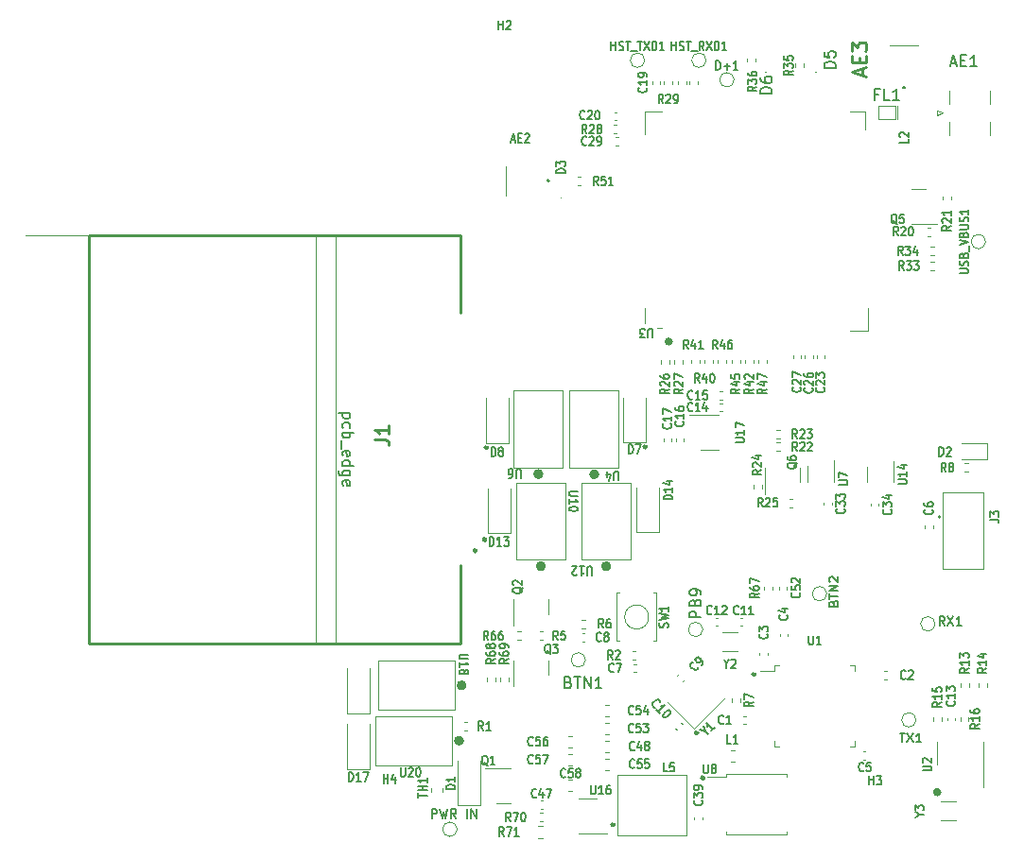
<source format=gbr>
G04 #@! TF.GenerationSoftware,KiCad,Pcbnew,7.0.10*
G04 #@! TF.CreationDate,2024-01-23T23:38:07+03:00*
G04 #@! TF.ProjectId,BIM_PCB,42494d5f-5043-4422-9e6b-696361645f70,rev?*
G04 #@! TF.SameCoordinates,Original*
G04 #@! TF.FileFunction,Legend,Top*
G04 #@! TF.FilePolarity,Positive*
%FSLAX46Y46*%
G04 Gerber Fmt 4.6, Leading zero omitted, Abs format (unit mm)*
G04 Created by KiCad (PCBNEW 7.0.10) date 2024-01-23 23:38:07*
%MOMM*%
%LPD*%
G01*
G04 APERTURE LIST*
%ADD10C,0.300000*%
%ADD11C,0.150000*%
%ADD12C,0.200000*%
%ADD13C,0.175000*%
%ADD14C,0.254000*%
%ADD15C,0.120000*%
%ADD16C,0.100000*%
%ADD17C,0.500000*%
%ADD18C,0.350000*%
G04 APERTURE END LIST*
D10*
X67890000Y-120260000D02*
G75*
G03*
X67710000Y-120260000I-90000J0D01*
G01*
X67710000Y-120260000D02*
G75*
G03*
X67890000Y-120260000I90000J0D01*
G01*
X63270000Y-94640000D02*
G75*
G03*
X63090000Y-94640000I-90000J0D01*
G01*
X63090000Y-94640000D02*
G75*
G03*
X63270000Y-94640000I90000J0D01*
G01*
X49040000Y-94680000D02*
G75*
G03*
X48860000Y-94680000I-90000J0D01*
G01*
X48860000Y-94680000D02*
G75*
G03*
X49040000Y-94680000I90000J0D01*
G01*
X48910000Y-102950000D02*
G75*
G03*
X48730000Y-102950000I-90000J0D01*
G01*
X48730000Y-102950000D02*
G75*
G03*
X48910000Y-102950000I90000J0D01*
G01*
X60380000Y-128490000D02*
G75*
G03*
X60200000Y-128490000I-90000J0D01*
G01*
X60200000Y-128490000D02*
G75*
G03*
X60380000Y-128490000I90000J0D01*
G01*
X68440000Y-124300000D02*
G75*
G03*
X68260000Y-124300000I-90000J0D01*
G01*
X68260000Y-124300000D02*
G75*
G03*
X68440000Y-124300000I90000J0D01*
G01*
X73020000Y-115000000D02*
G75*
G03*
X72840000Y-115000000I-90000J0D01*
G01*
X72840000Y-115000000D02*
G75*
G03*
X73020000Y-115000000I90000J0D01*
G01*
X89550000Y-125580000D02*
G75*
G03*
X89130000Y-125580000I-210000J0D01*
G01*
X89130000Y-125580000D02*
G75*
G03*
X89550000Y-125580000I210000J0D01*
G01*
D11*
X80050247Y-108669173D02*
X80088342Y-108554887D01*
X80088342Y-108554887D02*
X80126438Y-108516792D01*
X80126438Y-108516792D02*
X80202628Y-108478696D01*
X80202628Y-108478696D02*
X80316914Y-108478696D01*
X80316914Y-108478696D02*
X80393104Y-108516792D01*
X80393104Y-108516792D02*
X80431200Y-108554887D01*
X80431200Y-108554887D02*
X80469295Y-108631077D01*
X80469295Y-108631077D02*
X80469295Y-108935839D01*
X80469295Y-108935839D02*
X79669295Y-108935839D01*
X79669295Y-108935839D02*
X79669295Y-108669173D01*
X79669295Y-108669173D02*
X79707390Y-108592982D01*
X79707390Y-108592982D02*
X79745485Y-108554887D01*
X79745485Y-108554887D02*
X79821676Y-108516792D01*
X79821676Y-108516792D02*
X79897866Y-108516792D01*
X79897866Y-108516792D02*
X79974057Y-108554887D01*
X79974057Y-108554887D02*
X80012152Y-108592982D01*
X80012152Y-108592982D02*
X80050247Y-108669173D01*
X80050247Y-108669173D02*
X80050247Y-108935839D01*
X79669295Y-108250125D02*
X79669295Y-107792982D01*
X80469295Y-108021554D02*
X79669295Y-108021554D01*
X80469295Y-107526315D02*
X79669295Y-107526315D01*
X79669295Y-107526315D02*
X80469295Y-107069172D01*
X80469295Y-107069172D02*
X79669295Y-107069172D01*
X79745485Y-106726316D02*
X79707390Y-106688220D01*
X79707390Y-106688220D02*
X79669295Y-106612030D01*
X79669295Y-106612030D02*
X79669295Y-106421554D01*
X79669295Y-106421554D02*
X79707390Y-106345363D01*
X79707390Y-106345363D02*
X79745485Y-106307268D01*
X79745485Y-106307268D02*
X79821676Y-106269173D01*
X79821676Y-106269173D02*
X79897866Y-106269173D01*
X79897866Y-106269173D02*
X80012152Y-106307268D01*
X80012152Y-106307268D02*
X80469295Y-106764411D01*
X80469295Y-106764411D02*
X80469295Y-106269173D01*
X85999874Y-120294295D02*
X86457017Y-120294295D01*
X86228445Y-121094295D02*
X86228445Y-120294295D01*
X86647493Y-120294295D02*
X87180827Y-121094295D01*
X87180827Y-120294295D02*
X86647493Y-121094295D01*
X87904636Y-121094295D02*
X87447493Y-121094295D01*
X87676065Y-121094295D02*
X87676065Y-120294295D01*
X87676065Y-120294295D02*
X87599874Y-120408580D01*
X87599874Y-120408580D02*
X87523684Y-120484771D01*
X87523684Y-120484771D02*
X87447493Y-120522866D01*
X89996303Y-110644295D02*
X89729636Y-110263342D01*
X89539160Y-110644295D02*
X89539160Y-109844295D01*
X89539160Y-109844295D02*
X89843922Y-109844295D01*
X89843922Y-109844295D02*
X89920112Y-109882390D01*
X89920112Y-109882390D02*
X89958207Y-109920485D01*
X89958207Y-109920485D02*
X89996303Y-109996676D01*
X89996303Y-109996676D02*
X89996303Y-110110961D01*
X89996303Y-110110961D02*
X89958207Y-110187152D01*
X89958207Y-110187152D02*
X89920112Y-110225247D01*
X89920112Y-110225247D02*
X89843922Y-110263342D01*
X89843922Y-110263342D02*
X89539160Y-110263342D01*
X90262969Y-109844295D02*
X90796303Y-110644295D01*
X90796303Y-109844295D02*
X90262969Y-110644295D01*
X91520112Y-110644295D02*
X91062969Y-110644295D01*
X91291541Y-110644295D02*
X91291541Y-109844295D01*
X91291541Y-109844295D02*
X91215350Y-109958580D01*
X91215350Y-109958580D02*
X91139160Y-110034771D01*
X91139160Y-110034771D02*
X91062969Y-110072866D01*
D12*
X56303006Y-115743409D02*
X56445863Y-115791028D01*
X56445863Y-115791028D02*
X56493482Y-115838647D01*
X56493482Y-115838647D02*
X56541101Y-115933885D01*
X56541101Y-115933885D02*
X56541101Y-116076742D01*
X56541101Y-116076742D02*
X56493482Y-116171980D01*
X56493482Y-116171980D02*
X56445863Y-116219600D01*
X56445863Y-116219600D02*
X56350625Y-116267219D01*
X56350625Y-116267219D02*
X55969673Y-116267219D01*
X55969673Y-116267219D02*
X55969673Y-115267219D01*
X55969673Y-115267219D02*
X56303006Y-115267219D01*
X56303006Y-115267219D02*
X56398244Y-115314838D01*
X56398244Y-115314838D02*
X56445863Y-115362457D01*
X56445863Y-115362457D02*
X56493482Y-115457695D01*
X56493482Y-115457695D02*
X56493482Y-115552933D01*
X56493482Y-115552933D02*
X56445863Y-115648171D01*
X56445863Y-115648171D02*
X56398244Y-115695790D01*
X56398244Y-115695790D02*
X56303006Y-115743409D01*
X56303006Y-115743409D02*
X55969673Y-115743409D01*
X56826816Y-115267219D02*
X57398244Y-115267219D01*
X57112530Y-116267219D02*
X57112530Y-115267219D01*
X57731578Y-116267219D02*
X57731578Y-115267219D01*
X57731578Y-115267219D02*
X58303006Y-116267219D01*
X58303006Y-116267219D02*
X58303006Y-115267219D01*
X59303006Y-116267219D02*
X58731578Y-116267219D01*
X59017292Y-116267219D02*
X59017292Y-115267219D01*
X59017292Y-115267219D02*
X58922054Y-115410076D01*
X58922054Y-115410076D02*
X58826816Y-115505314D01*
X58826816Y-115505314D02*
X58731578Y-115552933D01*
D11*
X68169819Y-109913220D02*
X67169819Y-109913220D01*
X67169819Y-109913220D02*
X67169819Y-109532268D01*
X67169819Y-109532268D02*
X67217438Y-109437030D01*
X67217438Y-109437030D02*
X67265057Y-109389411D01*
X67265057Y-109389411D02*
X67360295Y-109341792D01*
X67360295Y-109341792D02*
X67503152Y-109341792D01*
X67503152Y-109341792D02*
X67598390Y-109389411D01*
X67598390Y-109389411D02*
X67646009Y-109437030D01*
X67646009Y-109437030D02*
X67693628Y-109532268D01*
X67693628Y-109532268D02*
X67693628Y-109913220D01*
X67646009Y-108579887D02*
X67693628Y-108437030D01*
X67693628Y-108437030D02*
X67741247Y-108389411D01*
X67741247Y-108389411D02*
X67836485Y-108341792D01*
X67836485Y-108341792D02*
X67979342Y-108341792D01*
X67979342Y-108341792D02*
X68074580Y-108389411D01*
X68074580Y-108389411D02*
X68122200Y-108437030D01*
X68122200Y-108437030D02*
X68169819Y-108532268D01*
X68169819Y-108532268D02*
X68169819Y-108913220D01*
X68169819Y-108913220D02*
X67169819Y-108913220D01*
X67169819Y-108913220D02*
X67169819Y-108579887D01*
X67169819Y-108579887D02*
X67217438Y-108484649D01*
X67217438Y-108484649D02*
X67265057Y-108437030D01*
X67265057Y-108437030D02*
X67360295Y-108389411D01*
X67360295Y-108389411D02*
X67455533Y-108389411D01*
X67455533Y-108389411D02*
X67550771Y-108437030D01*
X67550771Y-108437030D02*
X67598390Y-108484649D01*
X67598390Y-108484649D02*
X67646009Y-108579887D01*
X67646009Y-108579887D02*
X67646009Y-108913220D01*
X68169819Y-107865601D02*
X68169819Y-107675125D01*
X68169819Y-107675125D02*
X68122200Y-107579887D01*
X68122200Y-107579887D02*
X68074580Y-107532268D01*
X68074580Y-107532268D02*
X67931723Y-107437030D01*
X67931723Y-107437030D02*
X67741247Y-107389411D01*
X67741247Y-107389411D02*
X67360295Y-107389411D01*
X67360295Y-107389411D02*
X67265057Y-107437030D01*
X67265057Y-107437030D02*
X67217438Y-107484649D01*
X67217438Y-107484649D02*
X67169819Y-107579887D01*
X67169819Y-107579887D02*
X67169819Y-107770363D01*
X67169819Y-107770363D02*
X67217438Y-107865601D01*
X67217438Y-107865601D02*
X67265057Y-107913220D01*
X67265057Y-107913220D02*
X67360295Y-107960839D01*
X67360295Y-107960839D02*
X67598390Y-107960839D01*
X67598390Y-107960839D02*
X67693628Y-107913220D01*
X67693628Y-107913220D02*
X67741247Y-107865601D01*
X67741247Y-107865601D02*
X67788866Y-107770363D01*
X67788866Y-107770363D02*
X67788866Y-107579887D01*
X67788866Y-107579887D02*
X67741247Y-107484649D01*
X67741247Y-107484649D02*
X67693628Y-107437030D01*
X67693628Y-107437030D02*
X67598390Y-107389411D01*
X44089160Y-127894295D02*
X44089160Y-127094295D01*
X44089160Y-127094295D02*
X44393922Y-127094295D01*
X44393922Y-127094295D02*
X44470112Y-127132390D01*
X44470112Y-127132390D02*
X44508207Y-127170485D01*
X44508207Y-127170485D02*
X44546303Y-127246676D01*
X44546303Y-127246676D02*
X44546303Y-127360961D01*
X44546303Y-127360961D02*
X44508207Y-127437152D01*
X44508207Y-127437152D02*
X44470112Y-127475247D01*
X44470112Y-127475247D02*
X44393922Y-127513342D01*
X44393922Y-127513342D02*
X44089160Y-127513342D01*
X44812969Y-127094295D02*
X45003445Y-127894295D01*
X45003445Y-127894295D02*
X45155826Y-127322866D01*
X45155826Y-127322866D02*
X45308207Y-127894295D01*
X45308207Y-127894295D02*
X45498684Y-127094295D01*
X46260589Y-127894295D02*
X45993922Y-127513342D01*
X45803446Y-127894295D02*
X45803446Y-127094295D01*
X45803446Y-127094295D02*
X46108208Y-127094295D01*
X46108208Y-127094295D02*
X46184398Y-127132390D01*
X46184398Y-127132390D02*
X46222493Y-127170485D01*
X46222493Y-127170485D02*
X46260589Y-127246676D01*
X46260589Y-127246676D02*
X46260589Y-127360961D01*
X46260589Y-127360961D02*
X46222493Y-127437152D01*
X46222493Y-127437152D02*
X46184398Y-127475247D01*
X46184398Y-127475247D02*
X46108208Y-127513342D01*
X46108208Y-127513342D02*
X45803446Y-127513342D01*
X47212970Y-127894295D02*
X47212970Y-127094295D01*
X47593922Y-127894295D02*
X47593922Y-127094295D01*
X47593922Y-127094295D02*
X48051065Y-127894295D01*
X48051065Y-127894295D02*
X48051065Y-127094295D01*
X58333333Y-124962295D02*
X58333333Y-125609914D01*
X58333333Y-125609914D02*
X58366667Y-125686104D01*
X58366667Y-125686104D02*
X58400000Y-125724200D01*
X58400000Y-125724200D02*
X58466667Y-125762295D01*
X58466667Y-125762295D02*
X58600000Y-125762295D01*
X58600000Y-125762295D02*
X58666667Y-125724200D01*
X58666667Y-125724200D02*
X58700000Y-125686104D01*
X58700000Y-125686104D02*
X58733333Y-125609914D01*
X58733333Y-125609914D02*
X58733333Y-124962295D01*
X59433333Y-125762295D02*
X59033333Y-125762295D01*
X59233333Y-125762295D02*
X59233333Y-124962295D01*
X59233333Y-124962295D02*
X59166666Y-125076580D01*
X59166666Y-125076580D02*
X59100000Y-125152771D01*
X59100000Y-125152771D02*
X59033333Y-125190866D01*
X60033333Y-124962295D02*
X59900000Y-124962295D01*
X59900000Y-124962295D02*
X59833333Y-125000390D01*
X59833333Y-125000390D02*
X59800000Y-125038485D01*
X59800000Y-125038485D02*
X59733333Y-125152771D01*
X59733333Y-125152771D02*
X59700000Y-125305152D01*
X59700000Y-125305152D02*
X59700000Y-125609914D01*
X59700000Y-125609914D02*
X59733333Y-125686104D01*
X59733333Y-125686104D02*
X59766667Y-125724200D01*
X59766667Y-125724200D02*
X59833333Y-125762295D01*
X59833333Y-125762295D02*
X59966667Y-125762295D01*
X59966667Y-125762295D02*
X60033333Y-125724200D01*
X60033333Y-125724200D02*
X60066667Y-125686104D01*
X60066667Y-125686104D02*
X60100000Y-125609914D01*
X60100000Y-125609914D02*
X60100000Y-125419438D01*
X60100000Y-125419438D02*
X60066667Y-125343247D01*
X60066667Y-125343247D02*
X60033333Y-125305152D01*
X60033333Y-125305152D02*
X59966667Y-125267057D01*
X59966667Y-125267057D02*
X59833333Y-125267057D01*
X59833333Y-125267057D02*
X59766667Y-125305152D01*
X59766667Y-125305152D02*
X59733333Y-125343247D01*
X59733333Y-125343247D02*
X59700000Y-125419438D01*
X89737295Y-117500000D02*
X89356342Y-117733333D01*
X89737295Y-117900000D02*
X88937295Y-117900000D01*
X88937295Y-117900000D02*
X88937295Y-117633333D01*
X88937295Y-117633333D02*
X88975390Y-117566667D01*
X88975390Y-117566667D02*
X89013485Y-117533333D01*
X89013485Y-117533333D02*
X89089676Y-117500000D01*
X89089676Y-117500000D02*
X89203961Y-117500000D01*
X89203961Y-117500000D02*
X89280152Y-117533333D01*
X89280152Y-117533333D02*
X89318247Y-117566667D01*
X89318247Y-117566667D02*
X89356342Y-117633333D01*
X89356342Y-117633333D02*
X89356342Y-117900000D01*
X89737295Y-116833333D02*
X89737295Y-117233333D01*
X89737295Y-117033333D02*
X88937295Y-117033333D01*
X88937295Y-117033333D02*
X89051580Y-117100000D01*
X89051580Y-117100000D02*
X89127771Y-117166667D01*
X89127771Y-117166667D02*
X89165866Y-117233333D01*
X88937295Y-116200000D02*
X88937295Y-116533333D01*
X88937295Y-116533333D02*
X89318247Y-116566666D01*
X89318247Y-116566666D02*
X89280152Y-116533333D01*
X89280152Y-116533333D02*
X89242057Y-116466666D01*
X89242057Y-116466666D02*
X89242057Y-116300000D01*
X89242057Y-116300000D02*
X89280152Y-116233333D01*
X89280152Y-116233333D02*
X89318247Y-116200000D01*
X89318247Y-116200000D02*
X89394438Y-116166666D01*
X89394438Y-116166666D02*
X89584914Y-116166666D01*
X89584914Y-116166666D02*
X89661104Y-116200000D01*
X89661104Y-116200000D02*
X89699200Y-116233333D01*
X89699200Y-116233333D02*
X89737295Y-116300000D01*
X89737295Y-116300000D02*
X89737295Y-116466666D01*
X89737295Y-116466666D02*
X89699200Y-116533333D01*
X89699200Y-116533333D02*
X89661104Y-116566666D01*
X80996104Y-100180000D02*
X81034200Y-100213333D01*
X81034200Y-100213333D02*
X81072295Y-100313333D01*
X81072295Y-100313333D02*
X81072295Y-100380000D01*
X81072295Y-100380000D02*
X81034200Y-100480000D01*
X81034200Y-100480000D02*
X80958009Y-100546667D01*
X80958009Y-100546667D02*
X80881819Y-100580000D01*
X80881819Y-100580000D02*
X80729438Y-100613333D01*
X80729438Y-100613333D02*
X80615152Y-100613333D01*
X80615152Y-100613333D02*
X80462771Y-100580000D01*
X80462771Y-100580000D02*
X80386580Y-100546667D01*
X80386580Y-100546667D02*
X80310390Y-100480000D01*
X80310390Y-100480000D02*
X80272295Y-100380000D01*
X80272295Y-100380000D02*
X80272295Y-100313333D01*
X80272295Y-100313333D02*
X80310390Y-100213333D01*
X80310390Y-100213333D02*
X80348485Y-100180000D01*
X80272295Y-99946667D02*
X80272295Y-99513333D01*
X80272295Y-99513333D02*
X80577057Y-99746667D01*
X80577057Y-99746667D02*
X80577057Y-99646667D01*
X80577057Y-99646667D02*
X80615152Y-99580000D01*
X80615152Y-99580000D02*
X80653247Y-99546667D01*
X80653247Y-99546667D02*
X80729438Y-99513333D01*
X80729438Y-99513333D02*
X80919914Y-99513333D01*
X80919914Y-99513333D02*
X80996104Y-99546667D01*
X80996104Y-99546667D02*
X81034200Y-99580000D01*
X81034200Y-99580000D02*
X81072295Y-99646667D01*
X81072295Y-99646667D02*
X81072295Y-99846667D01*
X81072295Y-99846667D02*
X81034200Y-99913333D01*
X81034200Y-99913333D02*
X80996104Y-99946667D01*
X80272295Y-99280000D02*
X80272295Y-98846666D01*
X80272295Y-98846666D02*
X80577057Y-99080000D01*
X80577057Y-99080000D02*
X80577057Y-98980000D01*
X80577057Y-98980000D02*
X80615152Y-98913333D01*
X80615152Y-98913333D02*
X80653247Y-98880000D01*
X80653247Y-98880000D02*
X80729438Y-98846666D01*
X80729438Y-98846666D02*
X80919914Y-98846666D01*
X80919914Y-98846666D02*
X80996104Y-98880000D01*
X80996104Y-98880000D02*
X81034200Y-98913333D01*
X81034200Y-98913333D02*
X81072295Y-98980000D01*
X81072295Y-98980000D02*
X81072295Y-99180000D01*
X81072295Y-99180000D02*
X81034200Y-99246666D01*
X81034200Y-99246666D02*
X80996104Y-99280000D01*
X57769999Y-65236104D02*
X57736666Y-65274200D01*
X57736666Y-65274200D02*
X57636666Y-65312295D01*
X57636666Y-65312295D02*
X57569999Y-65312295D01*
X57569999Y-65312295D02*
X57469999Y-65274200D01*
X57469999Y-65274200D02*
X57403333Y-65198009D01*
X57403333Y-65198009D02*
X57369999Y-65121819D01*
X57369999Y-65121819D02*
X57336666Y-64969438D01*
X57336666Y-64969438D02*
X57336666Y-64855152D01*
X57336666Y-64855152D02*
X57369999Y-64702771D01*
X57369999Y-64702771D02*
X57403333Y-64626580D01*
X57403333Y-64626580D02*
X57469999Y-64550390D01*
X57469999Y-64550390D02*
X57569999Y-64512295D01*
X57569999Y-64512295D02*
X57636666Y-64512295D01*
X57636666Y-64512295D02*
X57736666Y-64550390D01*
X57736666Y-64550390D02*
X57769999Y-64588485D01*
X58036666Y-64588485D02*
X58069999Y-64550390D01*
X58069999Y-64550390D02*
X58136666Y-64512295D01*
X58136666Y-64512295D02*
X58303333Y-64512295D01*
X58303333Y-64512295D02*
X58369999Y-64550390D01*
X58369999Y-64550390D02*
X58403333Y-64588485D01*
X58403333Y-64588485D02*
X58436666Y-64664676D01*
X58436666Y-64664676D02*
X58436666Y-64740866D01*
X58436666Y-64740866D02*
X58403333Y-64855152D01*
X58403333Y-64855152D02*
X58003333Y-65312295D01*
X58003333Y-65312295D02*
X58436666Y-65312295D01*
X58870000Y-64512295D02*
X58936666Y-64512295D01*
X58936666Y-64512295D02*
X59003333Y-64550390D01*
X59003333Y-64550390D02*
X59036666Y-64588485D01*
X59036666Y-64588485D02*
X59070000Y-64664676D01*
X59070000Y-64664676D02*
X59103333Y-64817057D01*
X59103333Y-64817057D02*
X59103333Y-65007533D01*
X59103333Y-65007533D02*
X59070000Y-65159914D01*
X59070000Y-65159914D02*
X59036666Y-65236104D01*
X59036666Y-65236104D02*
X59003333Y-65274200D01*
X59003333Y-65274200D02*
X58936666Y-65312295D01*
X58936666Y-65312295D02*
X58870000Y-65312295D01*
X58870000Y-65312295D02*
X58803333Y-65274200D01*
X58803333Y-65274200D02*
X58770000Y-65236104D01*
X58770000Y-65236104D02*
X58736666Y-65159914D01*
X58736666Y-65159914D02*
X58703333Y-65007533D01*
X58703333Y-65007533D02*
X58703333Y-64817057D01*
X58703333Y-64817057D02*
X58736666Y-64664676D01*
X58736666Y-64664676D02*
X58770000Y-64588485D01*
X58770000Y-64588485D02*
X58803333Y-64550390D01*
X58803333Y-64550390D02*
X58870000Y-64512295D01*
X74514819Y-62978094D02*
X73514819Y-62978094D01*
X73514819Y-62978094D02*
X73514819Y-62739999D01*
X73514819Y-62739999D02*
X73562438Y-62597142D01*
X73562438Y-62597142D02*
X73657676Y-62501904D01*
X73657676Y-62501904D02*
X73752914Y-62454285D01*
X73752914Y-62454285D02*
X73943390Y-62406666D01*
X73943390Y-62406666D02*
X74086247Y-62406666D01*
X74086247Y-62406666D02*
X74276723Y-62454285D01*
X74276723Y-62454285D02*
X74371961Y-62501904D01*
X74371961Y-62501904D02*
X74467200Y-62597142D01*
X74467200Y-62597142D02*
X74514819Y-62739999D01*
X74514819Y-62739999D02*
X74514819Y-62978094D01*
X73514819Y-61549523D02*
X73514819Y-61739999D01*
X73514819Y-61739999D02*
X73562438Y-61835237D01*
X73562438Y-61835237D02*
X73610057Y-61882856D01*
X73610057Y-61882856D02*
X73752914Y-61978094D01*
X73752914Y-61978094D02*
X73943390Y-62025713D01*
X73943390Y-62025713D02*
X74324342Y-62025713D01*
X74324342Y-62025713D02*
X74419580Y-61978094D01*
X74419580Y-61978094D02*
X74467200Y-61930475D01*
X74467200Y-61930475D02*
X74514819Y-61835237D01*
X74514819Y-61835237D02*
X74514819Y-61644761D01*
X74514819Y-61644761D02*
X74467200Y-61549523D01*
X74467200Y-61549523D02*
X74419580Y-61501904D01*
X74419580Y-61501904D02*
X74324342Y-61454285D01*
X74324342Y-61454285D02*
X74086247Y-61454285D01*
X74086247Y-61454285D02*
X73991009Y-61501904D01*
X73991009Y-61501904D02*
X73943390Y-61549523D01*
X73943390Y-61549523D02*
X73895771Y-61644761D01*
X73895771Y-61644761D02*
X73895771Y-61835237D01*
X73895771Y-61835237D02*
X73943390Y-61930475D01*
X73943390Y-61930475D02*
X73991009Y-61978094D01*
X73991009Y-61978094D02*
X74086247Y-62025713D01*
X76778485Y-96066666D02*
X76740390Y-96133333D01*
X76740390Y-96133333D02*
X76664200Y-96200000D01*
X76664200Y-96200000D02*
X76549914Y-96300000D01*
X76549914Y-96300000D02*
X76511819Y-96366666D01*
X76511819Y-96366666D02*
X76511819Y-96433333D01*
X76702295Y-96400000D02*
X76664200Y-96466666D01*
X76664200Y-96466666D02*
X76588009Y-96533333D01*
X76588009Y-96533333D02*
X76435628Y-96566666D01*
X76435628Y-96566666D02*
X76168961Y-96566666D01*
X76168961Y-96566666D02*
X76016580Y-96533333D01*
X76016580Y-96533333D02*
X75940390Y-96466666D01*
X75940390Y-96466666D02*
X75902295Y-96400000D01*
X75902295Y-96400000D02*
X75902295Y-96266666D01*
X75902295Y-96266666D02*
X75940390Y-96200000D01*
X75940390Y-96200000D02*
X76016580Y-96133333D01*
X76016580Y-96133333D02*
X76168961Y-96100000D01*
X76168961Y-96100000D02*
X76435628Y-96100000D01*
X76435628Y-96100000D02*
X76588009Y-96133333D01*
X76588009Y-96133333D02*
X76664200Y-96200000D01*
X76664200Y-96200000D02*
X76702295Y-96266666D01*
X76702295Y-96266666D02*
X76702295Y-96400000D01*
X75902295Y-95500000D02*
X75902295Y-95633333D01*
X75902295Y-95633333D02*
X75940390Y-95700000D01*
X75940390Y-95700000D02*
X75978485Y-95733333D01*
X75978485Y-95733333D02*
X76092771Y-95800000D01*
X76092771Y-95800000D02*
X76245152Y-95833333D01*
X76245152Y-95833333D02*
X76549914Y-95833333D01*
X76549914Y-95833333D02*
X76626104Y-95800000D01*
X76626104Y-95800000D02*
X76664200Y-95766667D01*
X76664200Y-95766667D02*
X76702295Y-95700000D01*
X76702295Y-95700000D02*
X76702295Y-95566667D01*
X76702295Y-95566667D02*
X76664200Y-95500000D01*
X76664200Y-95500000D02*
X76626104Y-95466667D01*
X76626104Y-95466667D02*
X76549914Y-95433333D01*
X76549914Y-95433333D02*
X76359438Y-95433333D01*
X76359438Y-95433333D02*
X76283247Y-95466667D01*
X76283247Y-95466667D02*
X76245152Y-95500000D01*
X76245152Y-95500000D02*
X76207057Y-95566667D01*
X76207057Y-95566667D02*
X76207057Y-95700000D01*
X76207057Y-95700000D02*
X76245152Y-95766667D01*
X76245152Y-95766667D02*
X76283247Y-95800000D01*
X76283247Y-95800000D02*
X76359438Y-95833333D01*
X77829166Y-111562295D02*
X77829166Y-112209914D01*
X77829166Y-112209914D02*
X77862500Y-112286104D01*
X77862500Y-112286104D02*
X77895833Y-112324200D01*
X77895833Y-112324200D02*
X77962500Y-112362295D01*
X77962500Y-112362295D02*
X78095833Y-112362295D01*
X78095833Y-112362295D02*
X78162500Y-112324200D01*
X78162500Y-112324200D02*
X78195833Y-112286104D01*
X78195833Y-112286104D02*
X78229166Y-112209914D01*
X78229166Y-112209914D02*
X78229166Y-111562295D01*
X78929166Y-112362295D02*
X78529166Y-112362295D01*
X78729166Y-112362295D02*
X78729166Y-111562295D01*
X78729166Y-111562295D02*
X78662499Y-111676580D01*
X78662499Y-111676580D02*
X78595833Y-111752771D01*
X78595833Y-111752771D02*
X78529166Y-111790866D01*
X41303333Y-123372295D02*
X41303333Y-124019914D01*
X41303333Y-124019914D02*
X41336667Y-124096104D01*
X41336667Y-124096104D02*
X41370000Y-124134200D01*
X41370000Y-124134200D02*
X41436667Y-124172295D01*
X41436667Y-124172295D02*
X41570000Y-124172295D01*
X41570000Y-124172295D02*
X41636667Y-124134200D01*
X41636667Y-124134200D02*
X41670000Y-124096104D01*
X41670000Y-124096104D02*
X41703333Y-124019914D01*
X41703333Y-124019914D02*
X41703333Y-123372295D01*
X42003333Y-123448485D02*
X42036666Y-123410390D01*
X42036666Y-123410390D02*
X42103333Y-123372295D01*
X42103333Y-123372295D02*
X42270000Y-123372295D01*
X42270000Y-123372295D02*
X42336666Y-123410390D01*
X42336666Y-123410390D02*
X42370000Y-123448485D01*
X42370000Y-123448485D02*
X42403333Y-123524676D01*
X42403333Y-123524676D02*
X42403333Y-123600866D01*
X42403333Y-123600866D02*
X42370000Y-123715152D01*
X42370000Y-123715152D02*
X41970000Y-124172295D01*
X41970000Y-124172295D02*
X42403333Y-124172295D01*
X42836667Y-123372295D02*
X42903333Y-123372295D01*
X42903333Y-123372295D02*
X42970000Y-123410390D01*
X42970000Y-123410390D02*
X43003333Y-123448485D01*
X43003333Y-123448485D02*
X43036667Y-123524676D01*
X43036667Y-123524676D02*
X43070000Y-123677057D01*
X43070000Y-123677057D02*
X43070000Y-123867533D01*
X43070000Y-123867533D02*
X43036667Y-124019914D01*
X43036667Y-124019914D02*
X43003333Y-124096104D01*
X43003333Y-124096104D02*
X42970000Y-124134200D01*
X42970000Y-124134200D02*
X42903333Y-124172295D01*
X42903333Y-124172295D02*
X42836667Y-124172295D01*
X42836667Y-124172295D02*
X42770000Y-124134200D01*
X42770000Y-124134200D02*
X42736667Y-124096104D01*
X42736667Y-124096104D02*
X42703333Y-124019914D01*
X42703333Y-124019914D02*
X42670000Y-123867533D01*
X42670000Y-123867533D02*
X42670000Y-123677057D01*
X42670000Y-123677057D02*
X42703333Y-123524676D01*
X42703333Y-123524676D02*
X42736667Y-123448485D01*
X42736667Y-123448485D02*
X42770000Y-123410390D01*
X42770000Y-123410390D02*
X42836667Y-123372295D01*
X73392295Y-107750000D02*
X73011342Y-107983333D01*
X73392295Y-108150000D02*
X72592295Y-108150000D01*
X72592295Y-108150000D02*
X72592295Y-107883333D01*
X72592295Y-107883333D02*
X72630390Y-107816667D01*
X72630390Y-107816667D02*
X72668485Y-107783333D01*
X72668485Y-107783333D02*
X72744676Y-107750000D01*
X72744676Y-107750000D02*
X72858961Y-107750000D01*
X72858961Y-107750000D02*
X72935152Y-107783333D01*
X72935152Y-107783333D02*
X72973247Y-107816667D01*
X72973247Y-107816667D02*
X73011342Y-107883333D01*
X73011342Y-107883333D02*
X73011342Y-108150000D01*
X72592295Y-107150000D02*
X72592295Y-107283333D01*
X72592295Y-107283333D02*
X72630390Y-107350000D01*
X72630390Y-107350000D02*
X72668485Y-107383333D01*
X72668485Y-107383333D02*
X72782771Y-107450000D01*
X72782771Y-107450000D02*
X72935152Y-107483333D01*
X72935152Y-107483333D02*
X73239914Y-107483333D01*
X73239914Y-107483333D02*
X73316104Y-107450000D01*
X73316104Y-107450000D02*
X73354200Y-107416667D01*
X73354200Y-107416667D02*
X73392295Y-107350000D01*
X73392295Y-107350000D02*
X73392295Y-107216667D01*
X73392295Y-107216667D02*
X73354200Y-107150000D01*
X73354200Y-107150000D02*
X73316104Y-107116667D01*
X73316104Y-107116667D02*
X73239914Y-107083333D01*
X73239914Y-107083333D02*
X73049438Y-107083333D01*
X73049438Y-107083333D02*
X72973247Y-107116667D01*
X72973247Y-107116667D02*
X72935152Y-107150000D01*
X72935152Y-107150000D02*
X72897057Y-107216667D01*
X72897057Y-107216667D02*
X72897057Y-107350000D01*
X72897057Y-107350000D02*
X72935152Y-107416667D01*
X72935152Y-107416667D02*
X72973247Y-107450000D01*
X72973247Y-107450000D02*
X73049438Y-107483333D01*
X72592295Y-106850000D02*
X72592295Y-106383333D01*
X72592295Y-106383333D02*
X73392295Y-106683333D01*
X90563333Y-60249104D02*
X91039523Y-60249104D01*
X90468095Y-60534819D02*
X90801428Y-59534819D01*
X90801428Y-59534819D02*
X91134761Y-60534819D01*
X91468095Y-60011009D02*
X91801428Y-60011009D01*
X91944285Y-60534819D02*
X91468095Y-60534819D01*
X91468095Y-60534819D02*
X91468095Y-59534819D01*
X91468095Y-59534819D02*
X91944285Y-59534819D01*
X92896666Y-60534819D02*
X92325238Y-60534819D01*
X92610952Y-60534819D02*
X92610952Y-59534819D01*
X92610952Y-59534819D02*
X92515714Y-59677676D01*
X92515714Y-59677676D02*
X92420476Y-59772914D01*
X92420476Y-59772914D02*
X92325238Y-59820533D01*
X90562295Y-74825000D02*
X90181342Y-75058333D01*
X90562295Y-75225000D02*
X89762295Y-75225000D01*
X89762295Y-75225000D02*
X89762295Y-74958333D01*
X89762295Y-74958333D02*
X89800390Y-74891667D01*
X89800390Y-74891667D02*
X89838485Y-74858333D01*
X89838485Y-74858333D02*
X89914676Y-74825000D01*
X89914676Y-74825000D02*
X90028961Y-74825000D01*
X90028961Y-74825000D02*
X90105152Y-74858333D01*
X90105152Y-74858333D02*
X90143247Y-74891667D01*
X90143247Y-74891667D02*
X90181342Y-74958333D01*
X90181342Y-74958333D02*
X90181342Y-75225000D01*
X89838485Y-74558333D02*
X89800390Y-74525000D01*
X89800390Y-74525000D02*
X89762295Y-74458333D01*
X89762295Y-74458333D02*
X89762295Y-74291667D01*
X89762295Y-74291667D02*
X89800390Y-74225000D01*
X89800390Y-74225000D02*
X89838485Y-74191667D01*
X89838485Y-74191667D02*
X89914676Y-74158333D01*
X89914676Y-74158333D02*
X89990866Y-74158333D01*
X89990866Y-74158333D02*
X90105152Y-74191667D01*
X90105152Y-74191667D02*
X90562295Y-74591667D01*
X90562295Y-74591667D02*
X90562295Y-74158333D01*
X90562295Y-73491666D02*
X90562295Y-73891666D01*
X90562295Y-73691666D02*
X89762295Y-73691666D01*
X89762295Y-73691666D02*
X89876580Y-73758333D01*
X89876580Y-73758333D02*
X89952771Y-73825000D01*
X89952771Y-73825000D02*
X89990866Y-73891666D01*
X90861104Y-117420000D02*
X90899200Y-117453333D01*
X90899200Y-117453333D02*
X90937295Y-117553333D01*
X90937295Y-117553333D02*
X90937295Y-117620000D01*
X90937295Y-117620000D02*
X90899200Y-117720000D01*
X90899200Y-117720000D02*
X90823009Y-117786667D01*
X90823009Y-117786667D02*
X90746819Y-117820000D01*
X90746819Y-117820000D02*
X90594438Y-117853333D01*
X90594438Y-117853333D02*
X90480152Y-117853333D01*
X90480152Y-117853333D02*
X90327771Y-117820000D01*
X90327771Y-117820000D02*
X90251580Y-117786667D01*
X90251580Y-117786667D02*
X90175390Y-117720000D01*
X90175390Y-117720000D02*
X90137295Y-117620000D01*
X90137295Y-117620000D02*
X90137295Y-117553333D01*
X90137295Y-117553333D02*
X90175390Y-117453333D01*
X90175390Y-117453333D02*
X90213485Y-117420000D01*
X90937295Y-116753333D02*
X90937295Y-117153333D01*
X90937295Y-116953333D02*
X90137295Y-116953333D01*
X90137295Y-116953333D02*
X90251580Y-117020000D01*
X90251580Y-117020000D02*
X90327771Y-117086667D01*
X90327771Y-117086667D02*
X90365866Y-117153333D01*
X90137295Y-116520000D02*
X90137295Y-116086666D01*
X90137295Y-116086666D02*
X90442057Y-116320000D01*
X90442057Y-116320000D02*
X90442057Y-116220000D01*
X90442057Y-116220000D02*
X90480152Y-116153333D01*
X90480152Y-116153333D02*
X90518247Y-116120000D01*
X90518247Y-116120000D02*
X90594438Y-116086666D01*
X90594438Y-116086666D02*
X90784914Y-116086666D01*
X90784914Y-116086666D02*
X90861104Y-116120000D01*
X90861104Y-116120000D02*
X90899200Y-116153333D01*
X90899200Y-116153333D02*
X90937295Y-116220000D01*
X90937295Y-116220000D02*
X90937295Y-116420000D01*
X90937295Y-116420000D02*
X90899200Y-116486666D01*
X90899200Y-116486666D02*
X90861104Y-116520000D01*
X68049999Y-88862295D02*
X67816666Y-88481342D01*
X67649999Y-88862295D02*
X67649999Y-88062295D01*
X67649999Y-88062295D02*
X67916666Y-88062295D01*
X67916666Y-88062295D02*
X67983333Y-88100390D01*
X67983333Y-88100390D02*
X68016666Y-88138485D01*
X68016666Y-88138485D02*
X68049999Y-88214676D01*
X68049999Y-88214676D02*
X68049999Y-88328961D01*
X68049999Y-88328961D02*
X68016666Y-88405152D01*
X68016666Y-88405152D02*
X67983333Y-88443247D01*
X67983333Y-88443247D02*
X67916666Y-88481342D01*
X67916666Y-88481342D02*
X67649999Y-88481342D01*
X68649999Y-88328961D02*
X68649999Y-88862295D01*
X68483333Y-88024200D02*
X68316666Y-88595628D01*
X68316666Y-88595628D02*
X68749999Y-88595628D01*
X69150000Y-88062295D02*
X69216666Y-88062295D01*
X69216666Y-88062295D02*
X69283333Y-88100390D01*
X69283333Y-88100390D02*
X69316666Y-88138485D01*
X69316666Y-88138485D02*
X69350000Y-88214676D01*
X69350000Y-88214676D02*
X69383333Y-88367057D01*
X69383333Y-88367057D02*
X69383333Y-88557533D01*
X69383333Y-88557533D02*
X69350000Y-88709914D01*
X69350000Y-88709914D02*
X69316666Y-88786104D01*
X69316666Y-88786104D02*
X69283333Y-88824200D01*
X69283333Y-88824200D02*
X69216666Y-88862295D01*
X69216666Y-88862295D02*
X69150000Y-88862295D01*
X69150000Y-88862295D02*
X69083333Y-88824200D01*
X69083333Y-88824200D02*
X69050000Y-88786104D01*
X69050000Y-88786104D02*
X69016666Y-88709914D01*
X69016666Y-88709914D02*
X68983333Y-88557533D01*
X68983333Y-88557533D02*
X68983333Y-88367057D01*
X68983333Y-88367057D02*
X69016666Y-88214676D01*
X69016666Y-88214676D02*
X69050000Y-88138485D01*
X69050000Y-88138485D02*
X69083333Y-88100390D01*
X69083333Y-88100390D02*
X69150000Y-88062295D01*
X60258333Y-113687295D02*
X60025000Y-113306342D01*
X59858333Y-113687295D02*
X59858333Y-112887295D01*
X59858333Y-112887295D02*
X60125000Y-112887295D01*
X60125000Y-112887295D02*
X60191667Y-112925390D01*
X60191667Y-112925390D02*
X60225000Y-112963485D01*
X60225000Y-112963485D02*
X60258333Y-113039676D01*
X60258333Y-113039676D02*
X60258333Y-113153961D01*
X60258333Y-113153961D02*
X60225000Y-113230152D01*
X60225000Y-113230152D02*
X60191667Y-113268247D01*
X60191667Y-113268247D02*
X60125000Y-113306342D01*
X60125000Y-113306342D02*
X59858333Y-113306342D01*
X60525000Y-112963485D02*
X60558333Y-112925390D01*
X60558333Y-112925390D02*
X60625000Y-112887295D01*
X60625000Y-112887295D02*
X60791667Y-112887295D01*
X60791667Y-112887295D02*
X60858333Y-112925390D01*
X60858333Y-112925390D02*
X60891667Y-112963485D01*
X60891667Y-112963485D02*
X60925000Y-113039676D01*
X60925000Y-113039676D02*
X60925000Y-113115866D01*
X60925000Y-113115866D02*
X60891667Y-113230152D01*
X60891667Y-113230152D02*
X60491667Y-113687295D01*
X60491667Y-113687295D02*
X60925000Y-113687295D01*
X57949999Y-66562295D02*
X57716666Y-66181342D01*
X57549999Y-66562295D02*
X57549999Y-65762295D01*
X57549999Y-65762295D02*
X57816666Y-65762295D01*
X57816666Y-65762295D02*
X57883333Y-65800390D01*
X57883333Y-65800390D02*
X57916666Y-65838485D01*
X57916666Y-65838485D02*
X57949999Y-65914676D01*
X57949999Y-65914676D02*
X57949999Y-66028961D01*
X57949999Y-66028961D02*
X57916666Y-66105152D01*
X57916666Y-66105152D02*
X57883333Y-66143247D01*
X57883333Y-66143247D02*
X57816666Y-66181342D01*
X57816666Y-66181342D02*
X57549999Y-66181342D01*
X58216666Y-65838485D02*
X58249999Y-65800390D01*
X58249999Y-65800390D02*
X58316666Y-65762295D01*
X58316666Y-65762295D02*
X58483333Y-65762295D01*
X58483333Y-65762295D02*
X58549999Y-65800390D01*
X58549999Y-65800390D02*
X58583333Y-65838485D01*
X58583333Y-65838485D02*
X58616666Y-65914676D01*
X58616666Y-65914676D02*
X58616666Y-65990866D01*
X58616666Y-65990866D02*
X58583333Y-66105152D01*
X58583333Y-66105152D02*
X58183333Y-66562295D01*
X58183333Y-66562295D02*
X58616666Y-66562295D01*
X59016666Y-66105152D02*
X58950000Y-66067057D01*
X58950000Y-66067057D02*
X58916666Y-66028961D01*
X58916666Y-66028961D02*
X58883333Y-65952771D01*
X58883333Y-65952771D02*
X58883333Y-65914676D01*
X58883333Y-65914676D02*
X58916666Y-65838485D01*
X58916666Y-65838485D02*
X58950000Y-65800390D01*
X58950000Y-65800390D02*
X59016666Y-65762295D01*
X59016666Y-65762295D02*
X59150000Y-65762295D01*
X59150000Y-65762295D02*
X59216666Y-65800390D01*
X59216666Y-65800390D02*
X59250000Y-65838485D01*
X59250000Y-65838485D02*
X59283333Y-65914676D01*
X59283333Y-65914676D02*
X59283333Y-65952771D01*
X59283333Y-65952771D02*
X59250000Y-66028961D01*
X59250000Y-66028961D02*
X59216666Y-66067057D01*
X59216666Y-66067057D02*
X59150000Y-66105152D01*
X59150000Y-66105152D02*
X59016666Y-66105152D01*
X59016666Y-66105152D02*
X58950000Y-66143247D01*
X58950000Y-66143247D02*
X58916666Y-66181342D01*
X58916666Y-66181342D02*
X58883333Y-66257533D01*
X58883333Y-66257533D02*
X58883333Y-66409914D01*
X58883333Y-66409914D02*
X58916666Y-66486104D01*
X58916666Y-66486104D02*
X58950000Y-66524200D01*
X58950000Y-66524200D02*
X59016666Y-66562295D01*
X59016666Y-66562295D02*
X59150000Y-66562295D01*
X59150000Y-66562295D02*
X59216666Y-66524200D01*
X59216666Y-66524200D02*
X59250000Y-66486104D01*
X59250000Y-66486104D02*
X59283333Y-66409914D01*
X59283333Y-66409914D02*
X59283333Y-66257533D01*
X59283333Y-66257533D02*
X59250000Y-66181342D01*
X59250000Y-66181342D02*
X59216666Y-66143247D01*
X59216666Y-66143247D02*
X59150000Y-66105152D01*
X62129999Y-118556104D02*
X62096666Y-118594200D01*
X62096666Y-118594200D02*
X61996666Y-118632295D01*
X61996666Y-118632295D02*
X61929999Y-118632295D01*
X61929999Y-118632295D02*
X61829999Y-118594200D01*
X61829999Y-118594200D02*
X61763333Y-118518009D01*
X61763333Y-118518009D02*
X61729999Y-118441819D01*
X61729999Y-118441819D02*
X61696666Y-118289438D01*
X61696666Y-118289438D02*
X61696666Y-118175152D01*
X61696666Y-118175152D02*
X61729999Y-118022771D01*
X61729999Y-118022771D02*
X61763333Y-117946580D01*
X61763333Y-117946580D02*
X61829999Y-117870390D01*
X61829999Y-117870390D02*
X61929999Y-117832295D01*
X61929999Y-117832295D02*
X61996666Y-117832295D01*
X61996666Y-117832295D02*
X62096666Y-117870390D01*
X62096666Y-117870390D02*
X62129999Y-117908485D01*
X62763333Y-117832295D02*
X62429999Y-117832295D01*
X62429999Y-117832295D02*
X62396666Y-118213247D01*
X62396666Y-118213247D02*
X62429999Y-118175152D01*
X62429999Y-118175152D02*
X62496666Y-118137057D01*
X62496666Y-118137057D02*
X62663333Y-118137057D01*
X62663333Y-118137057D02*
X62729999Y-118175152D01*
X62729999Y-118175152D02*
X62763333Y-118213247D01*
X62763333Y-118213247D02*
X62796666Y-118289438D01*
X62796666Y-118289438D02*
X62796666Y-118479914D01*
X62796666Y-118479914D02*
X62763333Y-118556104D01*
X62763333Y-118556104D02*
X62729999Y-118594200D01*
X62729999Y-118594200D02*
X62663333Y-118632295D01*
X62663333Y-118632295D02*
X62496666Y-118632295D01*
X62496666Y-118632295D02*
X62429999Y-118594200D01*
X62429999Y-118594200D02*
X62396666Y-118556104D01*
X63396666Y-118098961D02*
X63396666Y-118632295D01*
X63230000Y-117794200D02*
X63063333Y-118365628D01*
X63063333Y-118365628D02*
X63496666Y-118365628D01*
X67424999Y-90311104D02*
X67391666Y-90349200D01*
X67391666Y-90349200D02*
X67291666Y-90387295D01*
X67291666Y-90387295D02*
X67224999Y-90387295D01*
X67224999Y-90387295D02*
X67124999Y-90349200D01*
X67124999Y-90349200D02*
X67058333Y-90273009D01*
X67058333Y-90273009D02*
X67024999Y-90196819D01*
X67024999Y-90196819D02*
X66991666Y-90044438D01*
X66991666Y-90044438D02*
X66991666Y-89930152D01*
X66991666Y-89930152D02*
X67024999Y-89777771D01*
X67024999Y-89777771D02*
X67058333Y-89701580D01*
X67058333Y-89701580D02*
X67124999Y-89625390D01*
X67124999Y-89625390D02*
X67224999Y-89587295D01*
X67224999Y-89587295D02*
X67291666Y-89587295D01*
X67291666Y-89587295D02*
X67391666Y-89625390D01*
X67391666Y-89625390D02*
X67424999Y-89663485D01*
X68091666Y-90387295D02*
X67691666Y-90387295D01*
X67891666Y-90387295D02*
X67891666Y-89587295D01*
X67891666Y-89587295D02*
X67824999Y-89701580D01*
X67824999Y-89701580D02*
X67758333Y-89777771D01*
X67758333Y-89777771D02*
X67691666Y-89815866D01*
X68725000Y-89587295D02*
X68391666Y-89587295D01*
X68391666Y-89587295D02*
X68358333Y-89968247D01*
X68358333Y-89968247D02*
X68391666Y-89930152D01*
X68391666Y-89930152D02*
X68458333Y-89892057D01*
X68458333Y-89892057D02*
X68625000Y-89892057D01*
X68625000Y-89892057D02*
X68691666Y-89930152D01*
X68691666Y-89930152D02*
X68725000Y-89968247D01*
X68725000Y-89968247D02*
X68758333Y-90044438D01*
X68758333Y-90044438D02*
X68758333Y-90234914D01*
X68758333Y-90234914D02*
X68725000Y-90311104D01*
X68725000Y-90311104D02*
X68691666Y-90349200D01*
X68691666Y-90349200D02*
X68625000Y-90387295D01*
X68625000Y-90387295D02*
X68458333Y-90387295D01*
X68458333Y-90387295D02*
X68391666Y-90349200D01*
X68391666Y-90349200D02*
X68358333Y-90311104D01*
X67049999Y-85862295D02*
X66816666Y-85481342D01*
X66649999Y-85862295D02*
X66649999Y-85062295D01*
X66649999Y-85062295D02*
X66916666Y-85062295D01*
X66916666Y-85062295D02*
X66983333Y-85100390D01*
X66983333Y-85100390D02*
X67016666Y-85138485D01*
X67016666Y-85138485D02*
X67049999Y-85214676D01*
X67049999Y-85214676D02*
X67049999Y-85328961D01*
X67049999Y-85328961D02*
X67016666Y-85405152D01*
X67016666Y-85405152D02*
X66983333Y-85443247D01*
X66983333Y-85443247D02*
X66916666Y-85481342D01*
X66916666Y-85481342D02*
X66649999Y-85481342D01*
X67649999Y-85328961D02*
X67649999Y-85862295D01*
X67483333Y-85024200D02*
X67316666Y-85595628D01*
X67316666Y-85595628D02*
X67749999Y-85595628D01*
X68383333Y-85862295D02*
X67983333Y-85862295D01*
X68183333Y-85862295D02*
X68183333Y-85062295D01*
X68183333Y-85062295D02*
X68116666Y-85176580D01*
X68116666Y-85176580D02*
X68050000Y-85252771D01*
X68050000Y-85252771D02*
X67983333Y-85290866D01*
X55368333Y-111937295D02*
X55135000Y-111556342D01*
X54968333Y-111937295D02*
X54968333Y-111137295D01*
X54968333Y-111137295D02*
X55235000Y-111137295D01*
X55235000Y-111137295D02*
X55301667Y-111175390D01*
X55301667Y-111175390D02*
X55335000Y-111213485D01*
X55335000Y-111213485D02*
X55368333Y-111289676D01*
X55368333Y-111289676D02*
X55368333Y-111403961D01*
X55368333Y-111403961D02*
X55335000Y-111480152D01*
X55335000Y-111480152D02*
X55301667Y-111518247D01*
X55301667Y-111518247D02*
X55235000Y-111556342D01*
X55235000Y-111556342D02*
X54968333Y-111556342D01*
X56001667Y-111137295D02*
X55668333Y-111137295D01*
X55668333Y-111137295D02*
X55635000Y-111518247D01*
X55635000Y-111518247D02*
X55668333Y-111480152D01*
X55668333Y-111480152D02*
X55735000Y-111442057D01*
X55735000Y-111442057D02*
X55901667Y-111442057D01*
X55901667Y-111442057D02*
X55968333Y-111480152D01*
X55968333Y-111480152D02*
X56001667Y-111518247D01*
X56001667Y-111518247D02*
X56035000Y-111594438D01*
X56035000Y-111594438D02*
X56035000Y-111784914D01*
X56035000Y-111784914D02*
X56001667Y-111861104D01*
X56001667Y-111861104D02*
X55968333Y-111899200D01*
X55968333Y-111899200D02*
X55901667Y-111937295D01*
X55901667Y-111937295D02*
X55735000Y-111937295D01*
X55735000Y-111937295D02*
X55668333Y-111899200D01*
X55668333Y-111899200D02*
X55635000Y-111861104D01*
X76799999Y-95012295D02*
X76566666Y-94631342D01*
X76399999Y-95012295D02*
X76399999Y-94212295D01*
X76399999Y-94212295D02*
X76666666Y-94212295D01*
X76666666Y-94212295D02*
X76733333Y-94250390D01*
X76733333Y-94250390D02*
X76766666Y-94288485D01*
X76766666Y-94288485D02*
X76799999Y-94364676D01*
X76799999Y-94364676D02*
X76799999Y-94478961D01*
X76799999Y-94478961D02*
X76766666Y-94555152D01*
X76766666Y-94555152D02*
X76733333Y-94593247D01*
X76733333Y-94593247D02*
X76666666Y-94631342D01*
X76666666Y-94631342D02*
X76399999Y-94631342D01*
X77066666Y-94288485D02*
X77099999Y-94250390D01*
X77099999Y-94250390D02*
X77166666Y-94212295D01*
X77166666Y-94212295D02*
X77333333Y-94212295D01*
X77333333Y-94212295D02*
X77399999Y-94250390D01*
X77399999Y-94250390D02*
X77433333Y-94288485D01*
X77433333Y-94288485D02*
X77466666Y-94364676D01*
X77466666Y-94364676D02*
X77466666Y-94440866D01*
X77466666Y-94440866D02*
X77433333Y-94555152D01*
X77433333Y-94555152D02*
X77033333Y-95012295D01*
X77033333Y-95012295D02*
X77466666Y-95012295D01*
X77733333Y-94288485D02*
X77766666Y-94250390D01*
X77766666Y-94250390D02*
X77833333Y-94212295D01*
X77833333Y-94212295D02*
X78000000Y-94212295D01*
X78000000Y-94212295D02*
X78066666Y-94250390D01*
X78066666Y-94250390D02*
X78100000Y-94288485D01*
X78100000Y-94288485D02*
X78133333Y-94364676D01*
X78133333Y-94364676D02*
X78133333Y-94440866D01*
X78133333Y-94440866D02*
X78100000Y-94555152D01*
X78100000Y-94555152D02*
X77700000Y-95012295D01*
X77700000Y-95012295D02*
X78133333Y-95012295D01*
X49249999Y-103499795D02*
X49249999Y-102699795D01*
X49249999Y-102699795D02*
X49416666Y-102699795D01*
X49416666Y-102699795D02*
X49516666Y-102737890D01*
X49516666Y-102737890D02*
X49583333Y-102814080D01*
X49583333Y-102814080D02*
X49616666Y-102890271D01*
X49616666Y-102890271D02*
X49649999Y-103042652D01*
X49649999Y-103042652D02*
X49649999Y-103156938D01*
X49649999Y-103156938D02*
X49616666Y-103309319D01*
X49616666Y-103309319D02*
X49583333Y-103385509D01*
X49583333Y-103385509D02*
X49516666Y-103461700D01*
X49516666Y-103461700D02*
X49416666Y-103499795D01*
X49416666Y-103499795D02*
X49249999Y-103499795D01*
X50316666Y-103499795D02*
X49916666Y-103499795D01*
X50116666Y-103499795D02*
X50116666Y-102699795D01*
X50116666Y-102699795D02*
X50049999Y-102814080D01*
X50049999Y-102814080D02*
X49983333Y-102890271D01*
X49983333Y-102890271D02*
X49916666Y-102928366D01*
X50550000Y-102699795D02*
X50983333Y-102699795D01*
X50983333Y-102699795D02*
X50750000Y-103004557D01*
X50750000Y-103004557D02*
X50850000Y-103004557D01*
X50850000Y-103004557D02*
X50916666Y-103042652D01*
X50916666Y-103042652D02*
X50950000Y-103080747D01*
X50950000Y-103080747D02*
X50983333Y-103156938D01*
X50983333Y-103156938D02*
X50983333Y-103347414D01*
X50983333Y-103347414D02*
X50950000Y-103423604D01*
X50950000Y-103423604D02*
X50916666Y-103461700D01*
X50916666Y-103461700D02*
X50850000Y-103499795D01*
X50850000Y-103499795D02*
X50650000Y-103499795D01*
X50650000Y-103499795D02*
X50583333Y-103461700D01*
X50583333Y-103461700D02*
X50550000Y-103423604D01*
X69549999Y-60862295D02*
X69549999Y-60062295D01*
X69549999Y-60062295D02*
X69716666Y-60062295D01*
X69716666Y-60062295D02*
X69816666Y-60100390D01*
X69816666Y-60100390D02*
X69883333Y-60176580D01*
X69883333Y-60176580D02*
X69916666Y-60252771D01*
X69916666Y-60252771D02*
X69949999Y-60405152D01*
X69949999Y-60405152D02*
X69949999Y-60519438D01*
X69949999Y-60519438D02*
X69916666Y-60671819D01*
X69916666Y-60671819D02*
X69883333Y-60748009D01*
X69883333Y-60748009D02*
X69816666Y-60824200D01*
X69816666Y-60824200D02*
X69716666Y-60862295D01*
X69716666Y-60862295D02*
X69549999Y-60862295D01*
X70249999Y-60557533D02*
X70783333Y-60557533D01*
X70516666Y-60862295D02*
X70516666Y-60252771D01*
X71483333Y-60862295D02*
X71083333Y-60862295D01*
X71283333Y-60862295D02*
X71283333Y-60062295D01*
X71283333Y-60062295D02*
X71216666Y-60176580D01*
X71216666Y-60176580D02*
X71150000Y-60252771D01*
X71150000Y-60252771D02*
X71083333Y-60290866D01*
X71549999Y-109586104D02*
X71516666Y-109624200D01*
X71516666Y-109624200D02*
X71416666Y-109662295D01*
X71416666Y-109662295D02*
X71349999Y-109662295D01*
X71349999Y-109662295D02*
X71249999Y-109624200D01*
X71249999Y-109624200D02*
X71183333Y-109548009D01*
X71183333Y-109548009D02*
X71149999Y-109471819D01*
X71149999Y-109471819D02*
X71116666Y-109319438D01*
X71116666Y-109319438D02*
X71116666Y-109205152D01*
X71116666Y-109205152D02*
X71149999Y-109052771D01*
X71149999Y-109052771D02*
X71183333Y-108976580D01*
X71183333Y-108976580D02*
X71249999Y-108900390D01*
X71249999Y-108900390D02*
X71349999Y-108862295D01*
X71349999Y-108862295D02*
X71416666Y-108862295D01*
X71416666Y-108862295D02*
X71516666Y-108900390D01*
X71516666Y-108900390D02*
X71549999Y-108938485D01*
X72216666Y-109662295D02*
X71816666Y-109662295D01*
X72016666Y-109662295D02*
X72016666Y-108862295D01*
X72016666Y-108862295D02*
X71949999Y-108976580D01*
X71949999Y-108976580D02*
X71883333Y-109052771D01*
X71883333Y-109052771D02*
X71816666Y-109090866D01*
X72883333Y-109662295D02*
X72483333Y-109662295D01*
X72683333Y-109662295D02*
X72683333Y-108862295D01*
X72683333Y-108862295D02*
X72616666Y-108976580D01*
X72616666Y-108976580D02*
X72550000Y-109052771D01*
X72550000Y-109052771D02*
X72483333Y-109090866D01*
X49095833Y-123188485D02*
X49029166Y-123150390D01*
X49029166Y-123150390D02*
X48962500Y-123074200D01*
X48962500Y-123074200D02*
X48862500Y-122959914D01*
X48862500Y-122959914D02*
X48795833Y-122921819D01*
X48795833Y-122921819D02*
X48729166Y-122921819D01*
X48762500Y-123112295D02*
X48695833Y-123074200D01*
X48695833Y-123074200D02*
X48629166Y-122998009D01*
X48629166Y-122998009D02*
X48595833Y-122845628D01*
X48595833Y-122845628D02*
X48595833Y-122578961D01*
X48595833Y-122578961D02*
X48629166Y-122426580D01*
X48629166Y-122426580D02*
X48695833Y-122350390D01*
X48695833Y-122350390D02*
X48762500Y-122312295D01*
X48762500Y-122312295D02*
X48895833Y-122312295D01*
X48895833Y-122312295D02*
X48962500Y-122350390D01*
X48962500Y-122350390D02*
X49029166Y-122426580D01*
X49029166Y-122426580D02*
X49062500Y-122578961D01*
X49062500Y-122578961D02*
X49062500Y-122845628D01*
X49062500Y-122845628D02*
X49029166Y-122998009D01*
X49029166Y-122998009D02*
X48962500Y-123074200D01*
X48962500Y-123074200D02*
X48895833Y-123112295D01*
X48895833Y-123112295D02*
X48762500Y-123112295D01*
X49729166Y-123112295D02*
X49329166Y-123112295D01*
X49529166Y-123112295D02*
X49529166Y-122312295D01*
X49529166Y-122312295D02*
X49462499Y-122426580D01*
X49462499Y-122426580D02*
X49395833Y-122502771D01*
X49395833Y-122502771D02*
X49329166Y-122540866D01*
X51139999Y-128187295D02*
X50906666Y-127806342D01*
X50739999Y-128187295D02*
X50739999Y-127387295D01*
X50739999Y-127387295D02*
X51006666Y-127387295D01*
X51006666Y-127387295D02*
X51073333Y-127425390D01*
X51073333Y-127425390D02*
X51106666Y-127463485D01*
X51106666Y-127463485D02*
X51139999Y-127539676D01*
X51139999Y-127539676D02*
X51139999Y-127653961D01*
X51139999Y-127653961D02*
X51106666Y-127730152D01*
X51106666Y-127730152D02*
X51073333Y-127768247D01*
X51073333Y-127768247D02*
X51006666Y-127806342D01*
X51006666Y-127806342D02*
X50739999Y-127806342D01*
X51373333Y-127387295D02*
X51839999Y-127387295D01*
X51839999Y-127387295D02*
X51539999Y-128187295D01*
X52240000Y-127387295D02*
X52306666Y-127387295D01*
X52306666Y-127387295D02*
X52373333Y-127425390D01*
X52373333Y-127425390D02*
X52406666Y-127463485D01*
X52406666Y-127463485D02*
X52440000Y-127539676D01*
X52440000Y-127539676D02*
X52473333Y-127692057D01*
X52473333Y-127692057D02*
X52473333Y-127882533D01*
X52473333Y-127882533D02*
X52440000Y-128034914D01*
X52440000Y-128034914D02*
X52406666Y-128111104D01*
X52406666Y-128111104D02*
X52373333Y-128149200D01*
X52373333Y-128149200D02*
X52306666Y-128187295D01*
X52306666Y-128187295D02*
X52240000Y-128187295D01*
X52240000Y-128187295D02*
X52173333Y-128149200D01*
X52173333Y-128149200D02*
X52140000Y-128111104D01*
X52140000Y-128111104D02*
X52106666Y-128034914D01*
X52106666Y-128034914D02*
X52073333Y-127882533D01*
X52073333Y-127882533D02*
X52073333Y-127692057D01*
X52073333Y-127692057D02*
X52106666Y-127539676D01*
X52106666Y-127539676D02*
X52140000Y-127463485D01*
X52140000Y-127463485D02*
X52173333Y-127425390D01*
X52173333Y-127425390D02*
X52240000Y-127387295D01*
X69149999Y-109586104D02*
X69116666Y-109624200D01*
X69116666Y-109624200D02*
X69016666Y-109662295D01*
X69016666Y-109662295D02*
X68949999Y-109662295D01*
X68949999Y-109662295D02*
X68849999Y-109624200D01*
X68849999Y-109624200D02*
X68783333Y-109548009D01*
X68783333Y-109548009D02*
X68749999Y-109471819D01*
X68749999Y-109471819D02*
X68716666Y-109319438D01*
X68716666Y-109319438D02*
X68716666Y-109205152D01*
X68716666Y-109205152D02*
X68749999Y-109052771D01*
X68749999Y-109052771D02*
X68783333Y-108976580D01*
X68783333Y-108976580D02*
X68849999Y-108900390D01*
X68849999Y-108900390D02*
X68949999Y-108862295D01*
X68949999Y-108862295D02*
X69016666Y-108862295D01*
X69016666Y-108862295D02*
X69116666Y-108900390D01*
X69116666Y-108900390D02*
X69149999Y-108938485D01*
X69816666Y-109662295D02*
X69416666Y-109662295D01*
X69616666Y-109662295D02*
X69616666Y-108862295D01*
X69616666Y-108862295D02*
X69549999Y-108976580D01*
X69549999Y-108976580D02*
X69483333Y-109052771D01*
X69483333Y-109052771D02*
X69416666Y-109090866D01*
X70083333Y-108938485D02*
X70116666Y-108900390D01*
X70116666Y-108900390D02*
X70183333Y-108862295D01*
X70183333Y-108862295D02*
X70350000Y-108862295D01*
X70350000Y-108862295D02*
X70416666Y-108900390D01*
X70416666Y-108900390D02*
X70450000Y-108938485D01*
X70450000Y-108938485D02*
X70483333Y-109014676D01*
X70483333Y-109014676D02*
X70483333Y-109090866D01*
X70483333Y-109090866D02*
X70450000Y-109205152D01*
X70450000Y-109205152D02*
X70050000Y-109662295D01*
X70050000Y-109662295D02*
X70483333Y-109662295D01*
X65193333Y-123732295D02*
X64859999Y-123732295D01*
X64859999Y-123732295D02*
X64859999Y-122932295D01*
X65760000Y-122932295D02*
X65426666Y-122932295D01*
X65426666Y-122932295D02*
X65393333Y-123313247D01*
X65393333Y-123313247D02*
X65426666Y-123275152D01*
X65426666Y-123275152D02*
X65493333Y-123237057D01*
X65493333Y-123237057D02*
X65660000Y-123237057D01*
X65660000Y-123237057D02*
X65726666Y-123275152D01*
X65726666Y-123275152D02*
X65760000Y-123313247D01*
X65760000Y-123313247D02*
X65793333Y-123389438D01*
X65793333Y-123389438D02*
X65793333Y-123579914D01*
X65793333Y-123579914D02*
X65760000Y-123656104D01*
X65760000Y-123656104D02*
X65726666Y-123694200D01*
X65726666Y-123694200D02*
X65660000Y-123732295D01*
X65660000Y-123732295D02*
X65493333Y-123732295D01*
X65493333Y-123732295D02*
X65426666Y-123694200D01*
X65426666Y-123694200D02*
X65393333Y-123656104D01*
X52033333Y-97437704D02*
X52033333Y-96790085D01*
X52033333Y-96790085D02*
X52000000Y-96713895D01*
X52000000Y-96713895D02*
X51966666Y-96675800D01*
X51966666Y-96675800D02*
X51900000Y-96637704D01*
X51900000Y-96637704D02*
X51766666Y-96637704D01*
X51766666Y-96637704D02*
X51700000Y-96675800D01*
X51700000Y-96675800D02*
X51666666Y-96713895D01*
X51666666Y-96713895D02*
X51633333Y-96790085D01*
X51633333Y-96790085D02*
X51633333Y-97437704D01*
X51000000Y-97437704D02*
X51133333Y-97437704D01*
X51133333Y-97437704D02*
X51200000Y-97399609D01*
X51200000Y-97399609D02*
X51233333Y-97361514D01*
X51233333Y-97361514D02*
X51300000Y-97247228D01*
X51300000Y-97247228D02*
X51333333Y-97094847D01*
X51333333Y-97094847D02*
X51333333Y-96790085D01*
X51333333Y-96790085D02*
X51300000Y-96713895D01*
X51300000Y-96713895D02*
X51266667Y-96675800D01*
X51266667Y-96675800D02*
X51200000Y-96637704D01*
X51200000Y-96637704D02*
X51066667Y-96637704D01*
X51066667Y-96637704D02*
X51000000Y-96675800D01*
X51000000Y-96675800D02*
X50966667Y-96713895D01*
X50966667Y-96713895D02*
X50933333Y-96790085D01*
X50933333Y-96790085D02*
X50933333Y-96980561D01*
X50933333Y-96980561D02*
X50966667Y-97056752D01*
X50966667Y-97056752D02*
X51000000Y-97094847D01*
X51000000Y-97094847D02*
X51066667Y-97132942D01*
X51066667Y-97132942D02*
X51200000Y-97132942D01*
X51200000Y-97132942D02*
X51266667Y-97094847D01*
X51266667Y-97094847D02*
X51300000Y-97056752D01*
X51300000Y-97056752D02*
X51333333Y-96980561D01*
X49134999Y-111937295D02*
X48901666Y-111556342D01*
X48734999Y-111937295D02*
X48734999Y-111137295D01*
X48734999Y-111137295D02*
X49001666Y-111137295D01*
X49001666Y-111137295D02*
X49068333Y-111175390D01*
X49068333Y-111175390D02*
X49101666Y-111213485D01*
X49101666Y-111213485D02*
X49134999Y-111289676D01*
X49134999Y-111289676D02*
X49134999Y-111403961D01*
X49134999Y-111403961D02*
X49101666Y-111480152D01*
X49101666Y-111480152D02*
X49068333Y-111518247D01*
X49068333Y-111518247D02*
X49001666Y-111556342D01*
X49001666Y-111556342D02*
X48734999Y-111556342D01*
X49734999Y-111137295D02*
X49601666Y-111137295D01*
X49601666Y-111137295D02*
X49534999Y-111175390D01*
X49534999Y-111175390D02*
X49501666Y-111213485D01*
X49501666Y-111213485D02*
X49434999Y-111327771D01*
X49434999Y-111327771D02*
X49401666Y-111480152D01*
X49401666Y-111480152D02*
X49401666Y-111784914D01*
X49401666Y-111784914D02*
X49434999Y-111861104D01*
X49434999Y-111861104D02*
X49468333Y-111899200D01*
X49468333Y-111899200D02*
X49534999Y-111937295D01*
X49534999Y-111937295D02*
X49668333Y-111937295D01*
X49668333Y-111937295D02*
X49734999Y-111899200D01*
X49734999Y-111899200D02*
X49768333Y-111861104D01*
X49768333Y-111861104D02*
X49801666Y-111784914D01*
X49801666Y-111784914D02*
X49801666Y-111594438D01*
X49801666Y-111594438D02*
X49768333Y-111518247D01*
X49768333Y-111518247D02*
X49734999Y-111480152D01*
X49734999Y-111480152D02*
X49668333Y-111442057D01*
X49668333Y-111442057D02*
X49534999Y-111442057D01*
X49534999Y-111442057D02*
X49468333Y-111480152D01*
X49468333Y-111480152D02*
X49434999Y-111518247D01*
X49434999Y-111518247D02*
X49401666Y-111594438D01*
X50401666Y-111137295D02*
X50268333Y-111137295D01*
X50268333Y-111137295D02*
X50201666Y-111175390D01*
X50201666Y-111175390D02*
X50168333Y-111213485D01*
X50168333Y-111213485D02*
X50101666Y-111327771D01*
X50101666Y-111327771D02*
X50068333Y-111480152D01*
X50068333Y-111480152D02*
X50068333Y-111784914D01*
X50068333Y-111784914D02*
X50101666Y-111861104D01*
X50101666Y-111861104D02*
X50135000Y-111899200D01*
X50135000Y-111899200D02*
X50201666Y-111937295D01*
X50201666Y-111937295D02*
X50335000Y-111937295D01*
X50335000Y-111937295D02*
X50401666Y-111899200D01*
X50401666Y-111899200D02*
X50435000Y-111861104D01*
X50435000Y-111861104D02*
X50468333Y-111784914D01*
X50468333Y-111784914D02*
X50468333Y-111594438D01*
X50468333Y-111594438D02*
X50435000Y-111518247D01*
X50435000Y-111518247D02*
X50401666Y-111480152D01*
X50401666Y-111480152D02*
X50335000Y-111442057D01*
X50335000Y-111442057D02*
X50201666Y-111442057D01*
X50201666Y-111442057D02*
X50135000Y-111480152D01*
X50135000Y-111480152D02*
X50101666Y-111518247D01*
X50101666Y-111518247D02*
X50068333Y-111594438D01*
X66586104Y-92350000D02*
X66624200Y-92383333D01*
X66624200Y-92383333D02*
X66662295Y-92483333D01*
X66662295Y-92483333D02*
X66662295Y-92550000D01*
X66662295Y-92550000D02*
X66624200Y-92650000D01*
X66624200Y-92650000D02*
X66548009Y-92716667D01*
X66548009Y-92716667D02*
X66471819Y-92750000D01*
X66471819Y-92750000D02*
X66319438Y-92783333D01*
X66319438Y-92783333D02*
X66205152Y-92783333D01*
X66205152Y-92783333D02*
X66052771Y-92750000D01*
X66052771Y-92750000D02*
X65976580Y-92716667D01*
X65976580Y-92716667D02*
X65900390Y-92650000D01*
X65900390Y-92650000D02*
X65862295Y-92550000D01*
X65862295Y-92550000D02*
X65862295Y-92483333D01*
X65862295Y-92483333D02*
X65900390Y-92383333D01*
X65900390Y-92383333D02*
X65938485Y-92350000D01*
X66662295Y-91683333D02*
X66662295Y-92083333D01*
X66662295Y-91883333D02*
X65862295Y-91883333D01*
X65862295Y-91883333D02*
X65976580Y-91950000D01*
X65976580Y-91950000D02*
X66052771Y-92016667D01*
X66052771Y-92016667D02*
X66090866Y-92083333D01*
X65862295Y-91083333D02*
X65862295Y-91216666D01*
X65862295Y-91216666D02*
X65900390Y-91283333D01*
X65900390Y-91283333D02*
X65938485Y-91316666D01*
X65938485Y-91316666D02*
X66052771Y-91383333D01*
X66052771Y-91383333D02*
X66205152Y-91416666D01*
X66205152Y-91416666D02*
X66509914Y-91416666D01*
X66509914Y-91416666D02*
X66586104Y-91383333D01*
X66586104Y-91383333D02*
X66624200Y-91350000D01*
X66624200Y-91350000D02*
X66662295Y-91283333D01*
X66662295Y-91283333D02*
X66662295Y-91150000D01*
X66662295Y-91150000D02*
X66624200Y-91083333D01*
X66624200Y-91083333D02*
X66586104Y-91050000D01*
X66586104Y-91050000D02*
X66509914Y-91016666D01*
X66509914Y-91016666D02*
X66319438Y-91016666D01*
X66319438Y-91016666D02*
X66243247Y-91050000D01*
X66243247Y-91050000D02*
X66205152Y-91083333D01*
X66205152Y-91083333D02*
X66167057Y-91150000D01*
X66167057Y-91150000D02*
X66167057Y-91283333D01*
X66167057Y-91283333D02*
X66205152Y-91350000D01*
X66205152Y-91350000D02*
X66243247Y-91383333D01*
X66243247Y-91383333D02*
X66319438Y-91416666D01*
X80224819Y-60698094D02*
X79224819Y-60698094D01*
X79224819Y-60698094D02*
X79224819Y-60459999D01*
X79224819Y-60459999D02*
X79272438Y-60317142D01*
X79272438Y-60317142D02*
X79367676Y-60221904D01*
X79367676Y-60221904D02*
X79462914Y-60174285D01*
X79462914Y-60174285D02*
X79653390Y-60126666D01*
X79653390Y-60126666D02*
X79796247Y-60126666D01*
X79796247Y-60126666D02*
X79986723Y-60174285D01*
X79986723Y-60174285D02*
X80081961Y-60221904D01*
X80081961Y-60221904D02*
X80177200Y-60317142D01*
X80177200Y-60317142D02*
X80224819Y-60459999D01*
X80224819Y-60459999D02*
X80224819Y-60698094D01*
X79224819Y-59221904D02*
X79224819Y-59698094D01*
X79224819Y-59698094D02*
X79701009Y-59745713D01*
X79701009Y-59745713D02*
X79653390Y-59698094D01*
X79653390Y-59698094D02*
X79605771Y-59602856D01*
X79605771Y-59602856D02*
X79605771Y-59364761D01*
X79605771Y-59364761D02*
X79653390Y-59269523D01*
X79653390Y-59269523D02*
X79701009Y-59221904D01*
X79701009Y-59221904D02*
X79796247Y-59174285D01*
X79796247Y-59174285D02*
X80034342Y-59174285D01*
X80034342Y-59174285D02*
X80129580Y-59221904D01*
X80129580Y-59221904D02*
X80177200Y-59269523D01*
X80177200Y-59269523D02*
X80224819Y-59364761D01*
X80224819Y-59364761D02*
X80224819Y-59602856D01*
X80224819Y-59602856D02*
X80177200Y-59698094D01*
X80177200Y-59698094D02*
X80129580Y-59745713D01*
X85733333Y-74688485D02*
X85666666Y-74650390D01*
X85666666Y-74650390D02*
X85600000Y-74574200D01*
X85600000Y-74574200D02*
X85500000Y-74459914D01*
X85500000Y-74459914D02*
X85433333Y-74421819D01*
X85433333Y-74421819D02*
X85366666Y-74421819D01*
X85400000Y-74612295D02*
X85333333Y-74574200D01*
X85333333Y-74574200D02*
X85266666Y-74498009D01*
X85266666Y-74498009D02*
X85233333Y-74345628D01*
X85233333Y-74345628D02*
X85233333Y-74078961D01*
X85233333Y-74078961D02*
X85266666Y-73926580D01*
X85266666Y-73926580D02*
X85333333Y-73850390D01*
X85333333Y-73850390D02*
X85400000Y-73812295D01*
X85400000Y-73812295D02*
X85533333Y-73812295D01*
X85533333Y-73812295D02*
X85600000Y-73850390D01*
X85600000Y-73850390D02*
X85666666Y-73926580D01*
X85666666Y-73926580D02*
X85700000Y-74078961D01*
X85700000Y-74078961D02*
X85700000Y-74345628D01*
X85700000Y-74345628D02*
X85666666Y-74498009D01*
X85666666Y-74498009D02*
X85600000Y-74574200D01*
X85600000Y-74574200D02*
X85533333Y-74612295D01*
X85533333Y-74612295D02*
X85400000Y-74612295D01*
X86333333Y-73812295D02*
X85999999Y-73812295D01*
X85999999Y-73812295D02*
X85966666Y-74193247D01*
X85966666Y-74193247D02*
X85999999Y-74155152D01*
X85999999Y-74155152D02*
X86066666Y-74117057D01*
X86066666Y-74117057D02*
X86233333Y-74117057D01*
X86233333Y-74117057D02*
X86299999Y-74155152D01*
X86299999Y-74155152D02*
X86333333Y-74193247D01*
X86333333Y-74193247D02*
X86366666Y-74269438D01*
X86366666Y-74269438D02*
X86366666Y-74459914D01*
X86366666Y-74459914D02*
X86333333Y-74536104D01*
X86333333Y-74536104D02*
X86299999Y-74574200D01*
X86299999Y-74574200D02*
X86233333Y-74612295D01*
X86233333Y-74612295D02*
X86066666Y-74612295D01*
X86066666Y-74612295D02*
X85999999Y-74574200D01*
X85999999Y-74574200D02*
X85966666Y-74536104D01*
X88886104Y-100256666D02*
X88924200Y-100289999D01*
X88924200Y-100289999D02*
X88962295Y-100389999D01*
X88962295Y-100389999D02*
X88962295Y-100456666D01*
X88962295Y-100456666D02*
X88924200Y-100556666D01*
X88924200Y-100556666D02*
X88848009Y-100623333D01*
X88848009Y-100623333D02*
X88771819Y-100656666D01*
X88771819Y-100656666D02*
X88619438Y-100689999D01*
X88619438Y-100689999D02*
X88505152Y-100689999D01*
X88505152Y-100689999D02*
X88352771Y-100656666D01*
X88352771Y-100656666D02*
X88276580Y-100623333D01*
X88276580Y-100623333D02*
X88200390Y-100556666D01*
X88200390Y-100556666D02*
X88162295Y-100456666D01*
X88162295Y-100456666D02*
X88162295Y-100389999D01*
X88162295Y-100389999D02*
X88200390Y-100289999D01*
X88200390Y-100289999D02*
X88238485Y-100256666D01*
X88162295Y-99656666D02*
X88162295Y-99789999D01*
X88162295Y-99789999D02*
X88200390Y-99856666D01*
X88200390Y-99856666D02*
X88238485Y-99889999D01*
X88238485Y-99889999D02*
X88352771Y-99956666D01*
X88352771Y-99956666D02*
X88505152Y-99989999D01*
X88505152Y-99989999D02*
X88809914Y-99989999D01*
X88809914Y-99989999D02*
X88886104Y-99956666D01*
X88886104Y-99956666D02*
X88924200Y-99923333D01*
X88924200Y-99923333D02*
X88962295Y-99856666D01*
X88962295Y-99856666D02*
X88962295Y-99723333D01*
X88962295Y-99723333D02*
X88924200Y-99656666D01*
X88924200Y-99656666D02*
X88886104Y-99623333D01*
X88886104Y-99623333D02*
X88809914Y-99589999D01*
X88809914Y-99589999D02*
X88619438Y-99589999D01*
X88619438Y-99589999D02*
X88543247Y-99623333D01*
X88543247Y-99623333D02*
X88505152Y-99656666D01*
X88505152Y-99656666D02*
X88467057Y-99723333D01*
X88467057Y-99723333D02*
X88467057Y-99856666D01*
X88467057Y-99856666D02*
X88505152Y-99923333D01*
X88505152Y-99923333D02*
X88543247Y-99956666D01*
X88543247Y-99956666D02*
X88619438Y-99989999D01*
X72862295Y-89450000D02*
X72481342Y-89683333D01*
X72862295Y-89850000D02*
X72062295Y-89850000D01*
X72062295Y-89850000D02*
X72062295Y-89583333D01*
X72062295Y-89583333D02*
X72100390Y-89516667D01*
X72100390Y-89516667D02*
X72138485Y-89483333D01*
X72138485Y-89483333D02*
X72214676Y-89450000D01*
X72214676Y-89450000D02*
X72328961Y-89450000D01*
X72328961Y-89450000D02*
X72405152Y-89483333D01*
X72405152Y-89483333D02*
X72443247Y-89516667D01*
X72443247Y-89516667D02*
X72481342Y-89583333D01*
X72481342Y-89583333D02*
X72481342Y-89850000D01*
X72328961Y-88850000D02*
X72862295Y-88850000D01*
X72024200Y-89016667D02*
X72595628Y-89183333D01*
X72595628Y-89183333D02*
X72595628Y-88750000D01*
X72138485Y-88516666D02*
X72100390Y-88483333D01*
X72100390Y-88483333D02*
X72062295Y-88416666D01*
X72062295Y-88416666D02*
X72062295Y-88250000D01*
X72062295Y-88250000D02*
X72100390Y-88183333D01*
X72100390Y-88183333D02*
X72138485Y-88150000D01*
X72138485Y-88150000D02*
X72214676Y-88116666D01*
X72214676Y-88116666D02*
X72290866Y-88116666D01*
X72290866Y-88116666D02*
X72405152Y-88150000D01*
X72405152Y-88150000D02*
X72862295Y-88550000D01*
X72862295Y-88550000D02*
X72862295Y-88116666D01*
X73182295Y-62352500D02*
X72801342Y-62585833D01*
X73182295Y-62752500D02*
X72382295Y-62752500D01*
X72382295Y-62752500D02*
X72382295Y-62485833D01*
X72382295Y-62485833D02*
X72420390Y-62419167D01*
X72420390Y-62419167D02*
X72458485Y-62385833D01*
X72458485Y-62385833D02*
X72534676Y-62352500D01*
X72534676Y-62352500D02*
X72648961Y-62352500D01*
X72648961Y-62352500D02*
X72725152Y-62385833D01*
X72725152Y-62385833D02*
X72763247Y-62419167D01*
X72763247Y-62419167D02*
X72801342Y-62485833D01*
X72801342Y-62485833D02*
X72801342Y-62752500D01*
X72382295Y-62119167D02*
X72382295Y-61685833D01*
X72382295Y-61685833D02*
X72687057Y-61919167D01*
X72687057Y-61919167D02*
X72687057Y-61819167D01*
X72687057Y-61819167D02*
X72725152Y-61752500D01*
X72725152Y-61752500D02*
X72763247Y-61719167D01*
X72763247Y-61719167D02*
X72839438Y-61685833D01*
X72839438Y-61685833D02*
X73029914Y-61685833D01*
X73029914Y-61685833D02*
X73106104Y-61719167D01*
X73106104Y-61719167D02*
X73144200Y-61752500D01*
X73144200Y-61752500D02*
X73182295Y-61819167D01*
X73182295Y-61819167D02*
X73182295Y-62019167D01*
X73182295Y-62019167D02*
X73144200Y-62085833D01*
X73144200Y-62085833D02*
X73106104Y-62119167D01*
X72382295Y-61085833D02*
X72382295Y-61219166D01*
X72382295Y-61219166D02*
X72420390Y-61285833D01*
X72420390Y-61285833D02*
X72458485Y-61319166D01*
X72458485Y-61319166D02*
X72572771Y-61385833D01*
X72572771Y-61385833D02*
X72725152Y-61419166D01*
X72725152Y-61419166D02*
X73029914Y-61419166D01*
X73029914Y-61419166D02*
X73106104Y-61385833D01*
X73106104Y-61385833D02*
X73144200Y-61352500D01*
X73144200Y-61352500D02*
X73182295Y-61285833D01*
X73182295Y-61285833D02*
X73182295Y-61152500D01*
X73182295Y-61152500D02*
X73144200Y-61085833D01*
X73144200Y-61085833D02*
X73106104Y-61052500D01*
X73106104Y-61052500D02*
X73029914Y-61019166D01*
X73029914Y-61019166D02*
X72839438Y-61019166D01*
X72839438Y-61019166D02*
X72763247Y-61052500D01*
X72763247Y-61052500D02*
X72725152Y-61085833D01*
X72725152Y-61085833D02*
X72687057Y-61152500D01*
X72687057Y-61152500D02*
X72687057Y-61285833D01*
X72687057Y-61285833D02*
X72725152Y-61352500D01*
X72725152Y-61352500D02*
X72763247Y-61385833D01*
X72763247Y-61385833D02*
X72839438Y-61419166D01*
X60383333Y-114761104D02*
X60350000Y-114799200D01*
X60350000Y-114799200D02*
X60250000Y-114837295D01*
X60250000Y-114837295D02*
X60183333Y-114837295D01*
X60183333Y-114837295D02*
X60083333Y-114799200D01*
X60083333Y-114799200D02*
X60016667Y-114723009D01*
X60016667Y-114723009D02*
X59983333Y-114646819D01*
X59983333Y-114646819D02*
X59950000Y-114494438D01*
X59950000Y-114494438D02*
X59950000Y-114380152D01*
X59950000Y-114380152D02*
X59983333Y-114227771D01*
X59983333Y-114227771D02*
X60016667Y-114151580D01*
X60016667Y-114151580D02*
X60083333Y-114075390D01*
X60083333Y-114075390D02*
X60183333Y-114037295D01*
X60183333Y-114037295D02*
X60250000Y-114037295D01*
X60250000Y-114037295D02*
X60350000Y-114075390D01*
X60350000Y-114075390D02*
X60383333Y-114113485D01*
X60616667Y-114037295D02*
X61083333Y-114037295D01*
X61083333Y-114037295D02*
X60783333Y-114837295D01*
X85196104Y-100260000D02*
X85234200Y-100293333D01*
X85234200Y-100293333D02*
X85272295Y-100393333D01*
X85272295Y-100393333D02*
X85272295Y-100460000D01*
X85272295Y-100460000D02*
X85234200Y-100560000D01*
X85234200Y-100560000D02*
X85158009Y-100626667D01*
X85158009Y-100626667D02*
X85081819Y-100660000D01*
X85081819Y-100660000D02*
X84929438Y-100693333D01*
X84929438Y-100693333D02*
X84815152Y-100693333D01*
X84815152Y-100693333D02*
X84662771Y-100660000D01*
X84662771Y-100660000D02*
X84586580Y-100626667D01*
X84586580Y-100626667D02*
X84510390Y-100560000D01*
X84510390Y-100560000D02*
X84472295Y-100460000D01*
X84472295Y-100460000D02*
X84472295Y-100393333D01*
X84472295Y-100393333D02*
X84510390Y-100293333D01*
X84510390Y-100293333D02*
X84548485Y-100260000D01*
X84472295Y-100026667D02*
X84472295Y-99593333D01*
X84472295Y-99593333D02*
X84777057Y-99826667D01*
X84777057Y-99826667D02*
X84777057Y-99726667D01*
X84777057Y-99726667D02*
X84815152Y-99660000D01*
X84815152Y-99660000D02*
X84853247Y-99626667D01*
X84853247Y-99626667D02*
X84929438Y-99593333D01*
X84929438Y-99593333D02*
X85119914Y-99593333D01*
X85119914Y-99593333D02*
X85196104Y-99626667D01*
X85196104Y-99626667D02*
X85234200Y-99660000D01*
X85234200Y-99660000D02*
X85272295Y-99726667D01*
X85272295Y-99726667D02*
X85272295Y-99926667D01*
X85272295Y-99926667D02*
X85234200Y-99993333D01*
X85234200Y-99993333D02*
X85196104Y-100026667D01*
X84738961Y-98993333D02*
X85272295Y-98993333D01*
X84434200Y-99160000D02*
X85005628Y-99326666D01*
X85005628Y-99326666D02*
X85005628Y-98893333D01*
X76799999Y-93862295D02*
X76566666Y-93481342D01*
X76399999Y-93862295D02*
X76399999Y-93062295D01*
X76399999Y-93062295D02*
X76666666Y-93062295D01*
X76666666Y-93062295D02*
X76733333Y-93100390D01*
X76733333Y-93100390D02*
X76766666Y-93138485D01*
X76766666Y-93138485D02*
X76799999Y-93214676D01*
X76799999Y-93214676D02*
X76799999Y-93328961D01*
X76799999Y-93328961D02*
X76766666Y-93405152D01*
X76766666Y-93405152D02*
X76733333Y-93443247D01*
X76733333Y-93443247D02*
X76666666Y-93481342D01*
X76666666Y-93481342D02*
X76399999Y-93481342D01*
X77066666Y-93138485D02*
X77099999Y-93100390D01*
X77099999Y-93100390D02*
X77166666Y-93062295D01*
X77166666Y-93062295D02*
X77333333Y-93062295D01*
X77333333Y-93062295D02*
X77399999Y-93100390D01*
X77399999Y-93100390D02*
X77433333Y-93138485D01*
X77433333Y-93138485D02*
X77466666Y-93214676D01*
X77466666Y-93214676D02*
X77466666Y-93290866D01*
X77466666Y-93290866D02*
X77433333Y-93405152D01*
X77433333Y-93405152D02*
X77033333Y-93862295D01*
X77033333Y-93862295D02*
X77466666Y-93862295D01*
X77700000Y-93062295D02*
X78133333Y-93062295D01*
X78133333Y-93062295D02*
X77900000Y-93367057D01*
X77900000Y-93367057D02*
X78000000Y-93367057D01*
X78000000Y-93367057D02*
X78066666Y-93405152D01*
X78066666Y-93405152D02*
X78100000Y-93443247D01*
X78100000Y-93443247D02*
X78133333Y-93519438D01*
X78133333Y-93519438D02*
X78133333Y-93709914D01*
X78133333Y-93709914D02*
X78100000Y-93786104D01*
X78100000Y-93786104D02*
X78066666Y-93824200D01*
X78066666Y-93824200D02*
X78000000Y-93862295D01*
X78000000Y-93862295D02*
X77800000Y-93862295D01*
X77800000Y-93862295D02*
X77733333Y-93824200D01*
X77733333Y-93824200D02*
X77700000Y-93786104D01*
X93112295Y-119450000D02*
X92731342Y-119683333D01*
X93112295Y-119850000D02*
X92312295Y-119850000D01*
X92312295Y-119850000D02*
X92312295Y-119583333D01*
X92312295Y-119583333D02*
X92350390Y-119516667D01*
X92350390Y-119516667D02*
X92388485Y-119483333D01*
X92388485Y-119483333D02*
X92464676Y-119450000D01*
X92464676Y-119450000D02*
X92578961Y-119450000D01*
X92578961Y-119450000D02*
X92655152Y-119483333D01*
X92655152Y-119483333D02*
X92693247Y-119516667D01*
X92693247Y-119516667D02*
X92731342Y-119583333D01*
X92731342Y-119583333D02*
X92731342Y-119850000D01*
X93112295Y-118783333D02*
X93112295Y-119183333D01*
X93112295Y-118983333D02*
X92312295Y-118983333D01*
X92312295Y-118983333D02*
X92426580Y-119050000D01*
X92426580Y-119050000D02*
X92502771Y-119116667D01*
X92502771Y-119116667D02*
X92540866Y-119183333D01*
X92312295Y-118183333D02*
X92312295Y-118316666D01*
X92312295Y-118316666D02*
X92350390Y-118383333D01*
X92350390Y-118383333D02*
X92388485Y-118416666D01*
X92388485Y-118416666D02*
X92502771Y-118483333D01*
X92502771Y-118483333D02*
X92655152Y-118516666D01*
X92655152Y-118516666D02*
X92959914Y-118516666D01*
X92959914Y-118516666D02*
X93036104Y-118483333D01*
X93036104Y-118483333D02*
X93074200Y-118450000D01*
X93074200Y-118450000D02*
X93112295Y-118383333D01*
X93112295Y-118383333D02*
X93112295Y-118250000D01*
X93112295Y-118250000D02*
X93074200Y-118183333D01*
X93074200Y-118183333D02*
X93036104Y-118150000D01*
X93036104Y-118150000D02*
X92959914Y-118116666D01*
X92959914Y-118116666D02*
X92769438Y-118116666D01*
X92769438Y-118116666D02*
X92693247Y-118150000D01*
X92693247Y-118150000D02*
X92655152Y-118183333D01*
X92655152Y-118183333D02*
X92617057Y-118250000D01*
X92617057Y-118250000D02*
X92617057Y-118383333D01*
X92617057Y-118383333D02*
X92655152Y-118450000D01*
X92655152Y-118450000D02*
X92693247Y-118483333D01*
X92693247Y-118483333D02*
X92769438Y-118516666D01*
X89513333Y-95462295D02*
X89513333Y-94662295D01*
X89513333Y-94662295D02*
X89680000Y-94662295D01*
X89680000Y-94662295D02*
X89780000Y-94700390D01*
X89780000Y-94700390D02*
X89846667Y-94776580D01*
X89846667Y-94776580D02*
X89880000Y-94852771D01*
X89880000Y-94852771D02*
X89913333Y-95005152D01*
X89913333Y-95005152D02*
X89913333Y-95119438D01*
X89913333Y-95119438D02*
X89880000Y-95271819D01*
X89880000Y-95271819D02*
X89846667Y-95348009D01*
X89846667Y-95348009D02*
X89780000Y-95424200D01*
X89780000Y-95424200D02*
X89680000Y-95462295D01*
X89680000Y-95462295D02*
X89513333Y-95462295D01*
X90180000Y-94738485D02*
X90213333Y-94700390D01*
X90213333Y-94700390D02*
X90280000Y-94662295D01*
X90280000Y-94662295D02*
X90446667Y-94662295D01*
X90446667Y-94662295D02*
X90513333Y-94700390D01*
X90513333Y-94700390D02*
X90546667Y-94738485D01*
X90546667Y-94738485D02*
X90580000Y-94814676D01*
X90580000Y-94814676D02*
X90580000Y-94890866D01*
X90580000Y-94890866D02*
X90546667Y-95005152D01*
X90546667Y-95005152D02*
X90146667Y-95462295D01*
X90146667Y-95462295D02*
X90580000Y-95462295D01*
X77006104Y-107720000D02*
X77044200Y-107753333D01*
X77044200Y-107753333D02*
X77082295Y-107853333D01*
X77082295Y-107853333D02*
X77082295Y-107920000D01*
X77082295Y-107920000D02*
X77044200Y-108020000D01*
X77044200Y-108020000D02*
X76968009Y-108086667D01*
X76968009Y-108086667D02*
X76891819Y-108120000D01*
X76891819Y-108120000D02*
X76739438Y-108153333D01*
X76739438Y-108153333D02*
X76625152Y-108153333D01*
X76625152Y-108153333D02*
X76472771Y-108120000D01*
X76472771Y-108120000D02*
X76396580Y-108086667D01*
X76396580Y-108086667D02*
X76320390Y-108020000D01*
X76320390Y-108020000D02*
X76282295Y-107920000D01*
X76282295Y-107920000D02*
X76282295Y-107853333D01*
X76282295Y-107853333D02*
X76320390Y-107753333D01*
X76320390Y-107753333D02*
X76358485Y-107720000D01*
X76282295Y-107086667D02*
X76282295Y-107420000D01*
X76282295Y-107420000D02*
X76663247Y-107453333D01*
X76663247Y-107453333D02*
X76625152Y-107420000D01*
X76625152Y-107420000D02*
X76587057Y-107353333D01*
X76587057Y-107353333D02*
X76587057Y-107186667D01*
X76587057Y-107186667D02*
X76625152Y-107120000D01*
X76625152Y-107120000D02*
X76663247Y-107086667D01*
X76663247Y-107086667D02*
X76739438Y-107053333D01*
X76739438Y-107053333D02*
X76929914Y-107053333D01*
X76929914Y-107053333D02*
X77006104Y-107086667D01*
X77006104Y-107086667D02*
X77044200Y-107120000D01*
X77044200Y-107120000D02*
X77082295Y-107186667D01*
X77082295Y-107186667D02*
X77082295Y-107353333D01*
X77082295Y-107353333D02*
X77044200Y-107420000D01*
X77044200Y-107420000D02*
X77006104Y-107453333D01*
X76358485Y-106786666D02*
X76320390Y-106753333D01*
X76320390Y-106753333D02*
X76282295Y-106686666D01*
X76282295Y-106686666D02*
X76282295Y-106520000D01*
X76282295Y-106520000D02*
X76320390Y-106453333D01*
X76320390Y-106453333D02*
X76358485Y-106420000D01*
X76358485Y-106420000D02*
X76434676Y-106386666D01*
X76434676Y-106386666D02*
X76510866Y-106386666D01*
X76510866Y-106386666D02*
X76625152Y-106420000D01*
X76625152Y-106420000D02*
X77082295Y-106820000D01*
X77082295Y-106820000D02*
X77082295Y-106386666D01*
X86344999Y-78787295D02*
X86111666Y-78406342D01*
X85944999Y-78787295D02*
X85944999Y-77987295D01*
X85944999Y-77987295D02*
X86211666Y-77987295D01*
X86211666Y-77987295D02*
X86278333Y-78025390D01*
X86278333Y-78025390D02*
X86311666Y-78063485D01*
X86311666Y-78063485D02*
X86344999Y-78139676D01*
X86344999Y-78139676D02*
X86344999Y-78253961D01*
X86344999Y-78253961D02*
X86311666Y-78330152D01*
X86311666Y-78330152D02*
X86278333Y-78368247D01*
X86278333Y-78368247D02*
X86211666Y-78406342D01*
X86211666Y-78406342D02*
X85944999Y-78406342D01*
X86578333Y-77987295D02*
X87011666Y-77987295D01*
X87011666Y-77987295D02*
X86778333Y-78292057D01*
X86778333Y-78292057D02*
X86878333Y-78292057D01*
X86878333Y-78292057D02*
X86944999Y-78330152D01*
X86944999Y-78330152D02*
X86978333Y-78368247D01*
X86978333Y-78368247D02*
X87011666Y-78444438D01*
X87011666Y-78444438D02*
X87011666Y-78634914D01*
X87011666Y-78634914D02*
X86978333Y-78711104D01*
X86978333Y-78711104D02*
X86944999Y-78749200D01*
X86944999Y-78749200D02*
X86878333Y-78787295D01*
X86878333Y-78787295D02*
X86678333Y-78787295D01*
X86678333Y-78787295D02*
X86611666Y-78749200D01*
X86611666Y-78749200D02*
X86578333Y-78711104D01*
X87245000Y-77987295D02*
X87678333Y-77987295D01*
X87678333Y-77987295D02*
X87445000Y-78292057D01*
X87445000Y-78292057D02*
X87545000Y-78292057D01*
X87545000Y-78292057D02*
X87611666Y-78330152D01*
X87611666Y-78330152D02*
X87645000Y-78368247D01*
X87645000Y-78368247D02*
X87678333Y-78444438D01*
X87678333Y-78444438D02*
X87678333Y-78634914D01*
X87678333Y-78634914D02*
X87645000Y-78711104D01*
X87645000Y-78711104D02*
X87611666Y-78749200D01*
X87611666Y-78749200D02*
X87545000Y-78787295D01*
X87545000Y-78787295D02*
X87345000Y-78787295D01*
X87345000Y-78787295D02*
X87278333Y-78749200D01*
X87278333Y-78749200D02*
X87245000Y-78711104D01*
X87756342Y-127583333D02*
X88137295Y-127583333D01*
X87337295Y-127816666D02*
X87756342Y-127583333D01*
X87756342Y-127583333D02*
X87337295Y-127349999D01*
X87337295Y-127183333D02*
X87337295Y-126749999D01*
X87337295Y-126749999D02*
X87642057Y-126983333D01*
X87642057Y-126983333D02*
X87642057Y-126883333D01*
X87642057Y-126883333D02*
X87680152Y-126816666D01*
X87680152Y-126816666D02*
X87718247Y-126783333D01*
X87718247Y-126783333D02*
X87794438Y-126749999D01*
X87794438Y-126749999D02*
X87984914Y-126749999D01*
X87984914Y-126749999D02*
X88061104Y-126783333D01*
X88061104Y-126783333D02*
X88099200Y-126816666D01*
X88099200Y-126816666D02*
X88137295Y-126883333D01*
X88137295Y-126883333D02*
X88137295Y-127083333D01*
X88137295Y-127083333D02*
X88099200Y-127149999D01*
X88099200Y-127149999D02*
X88061104Y-127183333D01*
X94061295Y-101143333D02*
X94632723Y-101143333D01*
X94632723Y-101143333D02*
X94747009Y-101176666D01*
X94747009Y-101176666D02*
X94823200Y-101243333D01*
X94823200Y-101243333D02*
X94861295Y-101343333D01*
X94861295Y-101343333D02*
X94861295Y-101410000D01*
X94061295Y-100876667D02*
X94061295Y-100443333D01*
X94061295Y-100443333D02*
X94366057Y-100676667D01*
X94366057Y-100676667D02*
X94366057Y-100576667D01*
X94366057Y-100576667D02*
X94404152Y-100510000D01*
X94404152Y-100510000D02*
X94442247Y-100476667D01*
X94442247Y-100476667D02*
X94518438Y-100443333D01*
X94518438Y-100443333D02*
X94708914Y-100443333D01*
X94708914Y-100443333D02*
X94785104Y-100476667D01*
X94785104Y-100476667D02*
X94823200Y-100510000D01*
X94823200Y-100510000D02*
X94861295Y-100576667D01*
X94861295Y-100576667D02*
X94861295Y-100776667D01*
X94861295Y-100776667D02*
X94823200Y-100843333D01*
X94823200Y-100843333D02*
X94785104Y-100876667D01*
X62229999Y-121756104D02*
X62196666Y-121794200D01*
X62196666Y-121794200D02*
X62096666Y-121832295D01*
X62096666Y-121832295D02*
X62029999Y-121832295D01*
X62029999Y-121832295D02*
X61929999Y-121794200D01*
X61929999Y-121794200D02*
X61863333Y-121718009D01*
X61863333Y-121718009D02*
X61829999Y-121641819D01*
X61829999Y-121641819D02*
X61796666Y-121489438D01*
X61796666Y-121489438D02*
X61796666Y-121375152D01*
X61796666Y-121375152D02*
X61829999Y-121222771D01*
X61829999Y-121222771D02*
X61863333Y-121146580D01*
X61863333Y-121146580D02*
X61929999Y-121070390D01*
X61929999Y-121070390D02*
X62029999Y-121032295D01*
X62029999Y-121032295D02*
X62096666Y-121032295D01*
X62096666Y-121032295D02*
X62196666Y-121070390D01*
X62196666Y-121070390D02*
X62229999Y-121108485D01*
X62829999Y-121298961D02*
X62829999Y-121832295D01*
X62663333Y-120994200D02*
X62496666Y-121565628D01*
X62496666Y-121565628D02*
X62929999Y-121565628D01*
X63296666Y-121375152D02*
X63230000Y-121337057D01*
X63230000Y-121337057D02*
X63196666Y-121298961D01*
X63196666Y-121298961D02*
X63163333Y-121222771D01*
X63163333Y-121222771D02*
X63163333Y-121184676D01*
X63163333Y-121184676D02*
X63196666Y-121108485D01*
X63196666Y-121108485D02*
X63230000Y-121070390D01*
X63230000Y-121070390D02*
X63296666Y-121032295D01*
X63296666Y-121032295D02*
X63430000Y-121032295D01*
X63430000Y-121032295D02*
X63496666Y-121070390D01*
X63496666Y-121070390D02*
X63530000Y-121108485D01*
X63530000Y-121108485D02*
X63563333Y-121184676D01*
X63563333Y-121184676D02*
X63563333Y-121222771D01*
X63563333Y-121222771D02*
X63530000Y-121298961D01*
X63530000Y-121298961D02*
X63496666Y-121337057D01*
X63496666Y-121337057D02*
X63430000Y-121375152D01*
X63430000Y-121375152D02*
X63296666Y-121375152D01*
X63296666Y-121375152D02*
X63230000Y-121413247D01*
X63230000Y-121413247D02*
X63196666Y-121451342D01*
X63196666Y-121451342D02*
X63163333Y-121527533D01*
X63163333Y-121527533D02*
X63163333Y-121679914D01*
X63163333Y-121679914D02*
X63196666Y-121756104D01*
X63196666Y-121756104D02*
X63230000Y-121794200D01*
X63230000Y-121794200D02*
X63296666Y-121832295D01*
X63296666Y-121832295D02*
X63430000Y-121832295D01*
X63430000Y-121832295D02*
X63496666Y-121794200D01*
X63496666Y-121794200D02*
X63530000Y-121756104D01*
X63530000Y-121756104D02*
X63563333Y-121679914D01*
X63563333Y-121679914D02*
X63563333Y-121527533D01*
X63563333Y-121527533D02*
X63530000Y-121451342D01*
X63530000Y-121451342D02*
X63496666Y-121413247D01*
X63496666Y-121413247D02*
X63430000Y-121375152D01*
X59238333Y-111986104D02*
X59205000Y-112024200D01*
X59205000Y-112024200D02*
X59105000Y-112062295D01*
X59105000Y-112062295D02*
X59038333Y-112062295D01*
X59038333Y-112062295D02*
X58938333Y-112024200D01*
X58938333Y-112024200D02*
X58871667Y-111948009D01*
X58871667Y-111948009D02*
X58838333Y-111871819D01*
X58838333Y-111871819D02*
X58805000Y-111719438D01*
X58805000Y-111719438D02*
X58805000Y-111605152D01*
X58805000Y-111605152D02*
X58838333Y-111452771D01*
X58838333Y-111452771D02*
X58871667Y-111376580D01*
X58871667Y-111376580D02*
X58938333Y-111300390D01*
X58938333Y-111300390D02*
X59038333Y-111262295D01*
X59038333Y-111262295D02*
X59105000Y-111262295D01*
X59105000Y-111262295D02*
X59205000Y-111300390D01*
X59205000Y-111300390D02*
X59238333Y-111338485D01*
X59638333Y-111605152D02*
X59571667Y-111567057D01*
X59571667Y-111567057D02*
X59538333Y-111528961D01*
X59538333Y-111528961D02*
X59505000Y-111452771D01*
X59505000Y-111452771D02*
X59505000Y-111414676D01*
X59505000Y-111414676D02*
X59538333Y-111338485D01*
X59538333Y-111338485D02*
X59571667Y-111300390D01*
X59571667Y-111300390D02*
X59638333Y-111262295D01*
X59638333Y-111262295D02*
X59771667Y-111262295D01*
X59771667Y-111262295D02*
X59838333Y-111300390D01*
X59838333Y-111300390D02*
X59871667Y-111338485D01*
X59871667Y-111338485D02*
X59905000Y-111414676D01*
X59905000Y-111414676D02*
X59905000Y-111452771D01*
X59905000Y-111452771D02*
X59871667Y-111528961D01*
X59871667Y-111528961D02*
X59838333Y-111567057D01*
X59838333Y-111567057D02*
X59771667Y-111605152D01*
X59771667Y-111605152D02*
X59638333Y-111605152D01*
X59638333Y-111605152D02*
X59571667Y-111643247D01*
X59571667Y-111643247D02*
X59538333Y-111681342D01*
X59538333Y-111681342D02*
X59505000Y-111757533D01*
X59505000Y-111757533D02*
X59505000Y-111909914D01*
X59505000Y-111909914D02*
X59538333Y-111986104D01*
X59538333Y-111986104D02*
X59571667Y-112024200D01*
X59571667Y-112024200D02*
X59638333Y-112062295D01*
X59638333Y-112062295D02*
X59771667Y-112062295D01*
X59771667Y-112062295D02*
X59838333Y-112024200D01*
X59838333Y-112024200D02*
X59871667Y-111986104D01*
X59871667Y-111986104D02*
X59905000Y-111909914D01*
X59905000Y-111909914D02*
X59905000Y-111757533D01*
X59905000Y-111757533D02*
X59871667Y-111681342D01*
X59871667Y-111681342D02*
X59838333Y-111643247D01*
X59838333Y-111643247D02*
X59771667Y-111605152D01*
X90113333Y-96862295D02*
X89880000Y-96481342D01*
X89713333Y-96862295D02*
X89713333Y-96062295D01*
X89713333Y-96062295D02*
X89980000Y-96062295D01*
X89980000Y-96062295D02*
X90046667Y-96100390D01*
X90046667Y-96100390D02*
X90080000Y-96138485D01*
X90080000Y-96138485D02*
X90113333Y-96214676D01*
X90113333Y-96214676D02*
X90113333Y-96328961D01*
X90113333Y-96328961D02*
X90080000Y-96405152D01*
X90080000Y-96405152D02*
X90046667Y-96443247D01*
X90046667Y-96443247D02*
X89980000Y-96481342D01*
X89980000Y-96481342D02*
X89713333Y-96481342D01*
X90513333Y-96405152D02*
X90446667Y-96367057D01*
X90446667Y-96367057D02*
X90413333Y-96328961D01*
X90413333Y-96328961D02*
X90380000Y-96252771D01*
X90380000Y-96252771D02*
X90380000Y-96214676D01*
X90380000Y-96214676D02*
X90413333Y-96138485D01*
X90413333Y-96138485D02*
X90446667Y-96100390D01*
X90446667Y-96100390D02*
X90513333Y-96062295D01*
X90513333Y-96062295D02*
X90646667Y-96062295D01*
X90646667Y-96062295D02*
X90713333Y-96100390D01*
X90713333Y-96100390D02*
X90746667Y-96138485D01*
X90746667Y-96138485D02*
X90780000Y-96214676D01*
X90780000Y-96214676D02*
X90780000Y-96252771D01*
X90780000Y-96252771D02*
X90746667Y-96328961D01*
X90746667Y-96328961D02*
X90713333Y-96367057D01*
X90713333Y-96367057D02*
X90646667Y-96405152D01*
X90646667Y-96405152D02*
X90513333Y-96405152D01*
X90513333Y-96405152D02*
X90446667Y-96443247D01*
X90446667Y-96443247D02*
X90413333Y-96481342D01*
X90413333Y-96481342D02*
X90380000Y-96557533D01*
X90380000Y-96557533D02*
X90380000Y-96709914D01*
X90380000Y-96709914D02*
X90413333Y-96786104D01*
X90413333Y-96786104D02*
X90446667Y-96824200D01*
X90446667Y-96824200D02*
X90513333Y-96862295D01*
X90513333Y-96862295D02*
X90646667Y-96862295D01*
X90646667Y-96862295D02*
X90713333Y-96824200D01*
X90713333Y-96824200D02*
X90746667Y-96786104D01*
X90746667Y-96786104D02*
X90780000Y-96709914D01*
X90780000Y-96709914D02*
X90780000Y-96557533D01*
X90780000Y-96557533D02*
X90746667Y-96481342D01*
X90746667Y-96481342D02*
X90713333Y-96443247D01*
X90713333Y-96443247D02*
X90646667Y-96405152D01*
X86752295Y-67061667D02*
X86752295Y-67395000D01*
X86752295Y-67395000D02*
X85952295Y-67395000D01*
X86028485Y-66861666D02*
X85990390Y-66828333D01*
X85990390Y-66828333D02*
X85952295Y-66761666D01*
X85952295Y-66761666D02*
X85952295Y-66595000D01*
X85952295Y-66595000D02*
X85990390Y-66528333D01*
X85990390Y-66528333D02*
X86028485Y-66495000D01*
X86028485Y-66495000D02*
X86104676Y-66461666D01*
X86104676Y-66461666D02*
X86180866Y-66461666D01*
X86180866Y-66461666D02*
X86295152Y-66495000D01*
X86295152Y-66495000D02*
X86752295Y-66895000D01*
X86752295Y-66895000D02*
X86752295Y-66461666D01*
X57187704Y-98633333D02*
X56540085Y-98633333D01*
X56540085Y-98633333D02*
X56463895Y-98666667D01*
X56463895Y-98666667D02*
X56425800Y-98700000D01*
X56425800Y-98700000D02*
X56387704Y-98766667D01*
X56387704Y-98766667D02*
X56387704Y-98900000D01*
X56387704Y-98900000D02*
X56425800Y-98966667D01*
X56425800Y-98966667D02*
X56463895Y-99000000D01*
X56463895Y-99000000D02*
X56540085Y-99033333D01*
X56540085Y-99033333D02*
X57187704Y-99033333D01*
X56387704Y-99733333D02*
X56387704Y-99333333D01*
X56387704Y-99533333D02*
X57187704Y-99533333D01*
X57187704Y-99533333D02*
X57073419Y-99466666D01*
X57073419Y-99466666D02*
X56997228Y-99400000D01*
X56997228Y-99400000D02*
X56959133Y-99333333D01*
X57187704Y-100166667D02*
X57187704Y-100233333D01*
X57187704Y-100233333D02*
X57149609Y-100300000D01*
X57149609Y-100300000D02*
X57111514Y-100333333D01*
X57111514Y-100333333D02*
X57035323Y-100366667D01*
X57035323Y-100366667D02*
X56882942Y-100400000D01*
X56882942Y-100400000D02*
X56692466Y-100400000D01*
X56692466Y-100400000D02*
X56540085Y-100366667D01*
X56540085Y-100366667D02*
X56463895Y-100333333D01*
X56463895Y-100333333D02*
X56425800Y-100300000D01*
X56425800Y-100300000D02*
X56387704Y-100233333D01*
X56387704Y-100233333D02*
X56387704Y-100166667D01*
X56387704Y-100166667D02*
X56425800Y-100100000D01*
X56425800Y-100100000D02*
X56463895Y-100066667D01*
X56463895Y-100066667D02*
X56540085Y-100033333D01*
X56540085Y-100033333D02*
X56692466Y-100000000D01*
X56692466Y-100000000D02*
X56882942Y-100000000D01*
X56882942Y-100000000D02*
X57035323Y-100033333D01*
X57035323Y-100033333D02*
X57111514Y-100066667D01*
X57111514Y-100066667D02*
X57149609Y-100100000D01*
X57149609Y-100100000D02*
X57187704Y-100166667D01*
X36662499Y-124587295D02*
X36662499Y-123787295D01*
X36662499Y-123787295D02*
X36829166Y-123787295D01*
X36829166Y-123787295D02*
X36929166Y-123825390D01*
X36929166Y-123825390D02*
X36995833Y-123901580D01*
X36995833Y-123901580D02*
X37029166Y-123977771D01*
X37029166Y-123977771D02*
X37062499Y-124130152D01*
X37062499Y-124130152D02*
X37062499Y-124244438D01*
X37062499Y-124244438D02*
X37029166Y-124396819D01*
X37029166Y-124396819D02*
X36995833Y-124473009D01*
X36995833Y-124473009D02*
X36929166Y-124549200D01*
X36929166Y-124549200D02*
X36829166Y-124587295D01*
X36829166Y-124587295D02*
X36662499Y-124587295D01*
X37729166Y-124587295D02*
X37329166Y-124587295D01*
X37529166Y-124587295D02*
X37529166Y-123787295D01*
X37529166Y-123787295D02*
X37462499Y-123901580D01*
X37462499Y-123901580D02*
X37395833Y-123977771D01*
X37395833Y-123977771D02*
X37329166Y-124015866D01*
X37962500Y-123787295D02*
X38429166Y-123787295D01*
X38429166Y-123787295D02*
X38129166Y-124587295D01*
X92162295Y-114450000D02*
X91781342Y-114683333D01*
X92162295Y-114850000D02*
X91362295Y-114850000D01*
X91362295Y-114850000D02*
X91362295Y-114583333D01*
X91362295Y-114583333D02*
X91400390Y-114516667D01*
X91400390Y-114516667D02*
X91438485Y-114483333D01*
X91438485Y-114483333D02*
X91514676Y-114450000D01*
X91514676Y-114450000D02*
X91628961Y-114450000D01*
X91628961Y-114450000D02*
X91705152Y-114483333D01*
X91705152Y-114483333D02*
X91743247Y-114516667D01*
X91743247Y-114516667D02*
X91781342Y-114583333D01*
X91781342Y-114583333D02*
X91781342Y-114850000D01*
X92162295Y-113783333D02*
X92162295Y-114183333D01*
X92162295Y-113983333D02*
X91362295Y-113983333D01*
X91362295Y-113983333D02*
X91476580Y-114050000D01*
X91476580Y-114050000D02*
X91552771Y-114116667D01*
X91552771Y-114116667D02*
X91590866Y-114183333D01*
X91362295Y-113550000D02*
X91362295Y-113116666D01*
X91362295Y-113116666D02*
X91667057Y-113350000D01*
X91667057Y-113350000D02*
X91667057Y-113250000D01*
X91667057Y-113250000D02*
X91705152Y-113183333D01*
X91705152Y-113183333D02*
X91743247Y-113150000D01*
X91743247Y-113150000D02*
X91819438Y-113116666D01*
X91819438Y-113116666D02*
X92009914Y-113116666D01*
X92009914Y-113116666D02*
X92086104Y-113150000D01*
X92086104Y-113150000D02*
X92124200Y-113183333D01*
X92124200Y-113183333D02*
X92162295Y-113250000D01*
X92162295Y-113250000D02*
X92162295Y-113450000D01*
X92162295Y-113450000D02*
X92124200Y-113516666D01*
X92124200Y-113516666D02*
X92086104Y-113550000D01*
X61708333Y-95237295D02*
X61708333Y-94437295D01*
X61708333Y-94437295D02*
X61875000Y-94437295D01*
X61875000Y-94437295D02*
X61975000Y-94475390D01*
X61975000Y-94475390D02*
X62041667Y-94551580D01*
X62041667Y-94551580D02*
X62075000Y-94627771D01*
X62075000Y-94627771D02*
X62108333Y-94780152D01*
X62108333Y-94780152D02*
X62108333Y-94894438D01*
X62108333Y-94894438D02*
X62075000Y-95046819D01*
X62075000Y-95046819D02*
X62041667Y-95123009D01*
X62041667Y-95123009D02*
X61975000Y-95199200D01*
X61975000Y-95199200D02*
X61875000Y-95237295D01*
X61875000Y-95237295D02*
X61708333Y-95237295D01*
X62341667Y-94437295D02*
X62808333Y-94437295D01*
X62808333Y-94437295D02*
X62508333Y-95237295D01*
X49408333Y-95487295D02*
X49408333Y-94687295D01*
X49408333Y-94687295D02*
X49575000Y-94687295D01*
X49575000Y-94687295D02*
X49675000Y-94725390D01*
X49675000Y-94725390D02*
X49741667Y-94801580D01*
X49741667Y-94801580D02*
X49775000Y-94877771D01*
X49775000Y-94877771D02*
X49808333Y-95030152D01*
X49808333Y-95030152D02*
X49808333Y-95144438D01*
X49808333Y-95144438D02*
X49775000Y-95296819D01*
X49775000Y-95296819D02*
X49741667Y-95373009D01*
X49741667Y-95373009D02*
X49675000Y-95449200D01*
X49675000Y-95449200D02*
X49575000Y-95487295D01*
X49575000Y-95487295D02*
X49408333Y-95487295D01*
X50208333Y-95030152D02*
X50141667Y-94992057D01*
X50141667Y-94992057D02*
X50108333Y-94953961D01*
X50108333Y-94953961D02*
X50075000Y-94877771D01*
X50075000Y-94877771D02*
X50075000Y-94839676D01*
X50075000Y-94839676D02*
X50108333Y-94763485D01*
X50108333Y-94763485D02*
X50141667Y-94725390D01*
X50141667Y-94725390D02*
X50208333Y-94687295D01*
X50208333Y-94687295D02*
X50341667Y-94687295D01*
X50341667Y-94687295D02*
X50408333Y-94725390D01*
X50408333Y-94725390D02*
X50441667Y-94763485D01*
X50441667Y-94763485D02*
X50475000Y-94839676D01*
X50475000Y-94839676D02*
X50475000Y-94877771D01*
X50475000Y-94877771D02*
X50441667Y-94953961D01*
X50441667Y-94953961D02*
X50408333Y-94992057D01*
X50408333Y-94992057D02*
X50341667Y-95030152D01*
X50341667Y-95030152D02*
X50208333Y-95030152D01*
X50208333Y-95030152D02*
X50141667Y-95068247D01*
X50141667Y-95068247D02*
X50108333Y-95106342D01*
X50108333Y-95106342D02*
X50075000Y-95182533D01*
X50075000Y-95182533D02*
X50075000Y-95334914D01*
X50075000Y-95334914D02*
X50108333Y-95411104D01*
X50108333Y-95411104D02*
X50141667Y-95449200D01*
X50141667Y-95449200D02*
X50208333Y-95487295D01*
X50208333Y-95487295D02*
X50341667Y-95487295D01*
X50341667Y-95487295D02*
X50408333Y-95449200D01*
X50408333Y-95449200D02*
X50441667Y-95411104D01*
X50441667Y-95411104D02*
X50475000Y-95334914D01*
X50475000Y-95334914D02*
X50475000Y-95182533D01*
X50475000Y-95182533D02*
X50441667Y-95106342D01*
X50441667Y-95106342D02*
X50408333Y-95068247D01*
X50408333Y-95068247D02*
X50341667Y-95030152D01*
X74062295Y-89450000D02*
X73681342Y-89683333D01*
X74062295Y-89850000D02*
X73262295Y-89850000D01*
X73262295Y-89850000D02*
X73262295Y-89583333D01*
X73262295Y-89583333D02*
X73300390Y-89516667D01*
X73300390Y-89516667D02*
X73338485Y-89483333D01*
X73338485Y-89483333D02*
X73414676Y-89450000D01*
X73414676Y-89450000D02*
X73528961Y-89450000D01*
X73528961Y-89450000D02*
X73605152Y-89483333D01*
X73605152Y-89483333D02*
X73643247Y-89516667D01*
X73643247Y-89516667D02*
X73681342Y-89583333D01*
X73681342Y-89583333D02*
X73681342Y-89850000D01*
X73528961Y-88850000D02*
X74062295Y-88850000D01*
X73224200Y-89016667D02*
X73795628Y-89183333D01*
X73795628Y-89183333D02*
X73795628Y-88750000D01*
X73262295Y-88550000D02*
X73262295Y-88083333D01*
X73262295Y-88083333D02*
X74062295Y-88383333D01*
X74086104Y-111396666D02*
X74124200Y-111429999D01*
X74124200Y-111429999D02*
X74162295Y-111529999D01*
X74162295Y-111529999D02*
X74162295Y-111596666D01*
X74162295Y-111596666D02*
X74124200Y-111696666D01*
X74124200Y-111696666D02*
X74048009Y-111763333D01*
X74048009Y-111763333D02*
X73971819Y-111796666D01*
X73971819Y-111796666D02*
X73819438Y-111829999D01*
X73819438Y-111829999D02*
X73705152Y-111829999D01*
X73705152Y-111829999D02*
X73552771Y-111796666D01*
X73552771Y-111796666D02*
X73476580Y-111763333D01*
X73476580Y-111763333D02*
X73400390Y-111696666D01*
X73400390Y-111696666D02*
X73362295Y-111596666D01*
X73362295Y-111596666D02*
X73362295Y-111529999D01*
X73362295Y-111529999D02*
X73400390Y-111429999D01*
X73400390Y-111429999D02*
X73438485Y-111396666D01*
X73362295Y-111163333D02*
X73362295Y-110729999D01*
X73362295Y-110729999D02*
X73667057Y-110963333D01*
X73667057Y-110963333D02*
X73667057Y-110863333D01*
X73667057Y-110863333D02*
X73705152Y-110796666D01*
X73705152Y-110796666D02*
X73743247Y-110763333D01*
X73743247Y-110763333D02*
X73819438Y-110729999D01*
X73819438Y-110729999D02*
X74009914Y-110729999D01*
X74009914Y-110729999D02*
X74086104Y-110763333D01*
X74086104Y-110763333D02*
X74124200Y-110796666D01*
X74124200Y-110796666D02*
X74162295Y-110863333D01*
X74162295Y-110863333D02*
X74162295Y-111063333D01*
X74162295Y-111063333D02*
X74124200Y-111129999D01*
X74124200Y-111129999D02*
X74086104Y-111163333D01*
X67424999Y-91386104D02*
X67391666Y-91424200D01*
X67391666Y-91424200D02*
X67291666Y-91462295D01*
X67291666Y-91462295D02*
X67224999Y-91462295D01*
X67224999Y-91462295D02*
X67124999Y-91424200D01*
X67124999Y-91424200D02*
X67058333Y-91348009D01*
X67058333Y-91348009D02*
X67024999Y-91271819D01*
X67024999Y-91271819D02*
X66991666Y-91119438D01*
X66991666Y-91119438D02*
X66991666Y-91005152D01*
X66991666Y-91005152D02*
X67024999Y-90852771D01*
X67024999Y-90852771D02*
X67058333Y-90776580D01*
X67058333Y-90776580D02*
X67124999Y-90700390D01*
X67124999Y-90700390D02*
X67224999Y-90662295D01*
X67224999Y-90662295D02*
X67291666Y-90662295D01*
X67291666Y-90662295D02*
X67391666Y-90700390D01*
X67391666Y-90700390D02*
X67424999Y-90738485D01*
X68091666Y-91462295D02*
X67691666Y-91462295D01*
X67891666Y-91462295D02*
X67891666Y-90662295D01*
X67891666Y-90662295D02*
X67824999Y-90776580D01*
X67824999Y-90776580D02*
X67758333Y-90852771D01*
X67758333Y-90852771D02*
X67691666Y-90890866D01*
X68691666Y-90928961D02*
X68691666Y-91462295D01*
X68525000Y-90624200D02*
X68358333Y-91195628D01*
X68358333Y-91195628D02*
X68791666Y-91195628D01*
X60150000Y-59112295D02*
X60150000Y-58312295D01*
X60150000Y-58693247D02*
X60550000Y-58693247D01*
X60550000Y-59112295D02*
X60550000Y-58312295D01*
X60850000Y-59074200D02*
X60950000Y-59112295D01*
X60950000Y-59112295D02*
X61116667Y-59112295D01*
X61116667Y-59112295D02*
X61183333Y-59074200D01*
X61183333Y-59074200D02*
X61216667Y-59036104D01*
X61216667Y-59036104D02*
X61250000Y-58959914D01*
X61250000Y-58959914D02*
X61250000Y-58883723D01*
X61250000Y-58883723D02*
X61216667Y-58807533D01*
X61216667Y-58807533D02*
X61183333Y-58769438D01*
X61183333Y-58769438D02*
X61116667Y-58731342D01*
X61116667Y-58731342D02*
X60983333Y-58693247D01*
X60983333Y-58693247D02*
X60916667Y-58655152D01*
X60916667Y-58655152D02*
X60883333Y-58617057D01*
X60883333Y-58617057D02*
X60850000Y-58540866D01*
X60850000Y-58540866D02*
X60850000Y-58464676D01*
X60850000Y-58464676D02*
X60883333Y-58388485D01*
X60883333Y-58388485D02*
X60916667Y-58350390D01*
X60916667Y-58350390D02*
X60983333Y-58312295D01*
X60983333Y-58312295D02*
X61150000Y-58312295D01*
X61150000Y-58312295D02*
X61250000Y-58350390D01*
X61450000Y-58312295D02*
X61850000Y-58312295D01*
X61650000Y-59112295D02*
X61650000Y-58312295D01*
X61916667Y-59188485D02*
X62450000Y-59188485D01*
X62516666Y-58312295D02*
X62916666Y-58312295D01*
X62716666Y-59112295D02*
X62716666Y-58312295D01*
X63083333Y-58312295D02*
X63549999Y-59112295D01*
X63549999Y-58312295D02*
X63083333Y-59112295D01*
X63816666Y-59112295D02*
X63816666Y-58312295D01*
X63816666Y-58312295D02*
X63983333Y-58312295D01*
X63983333Y-58312295D02*
X64083333Y-58350390D01*
X64083333Y-58350390D02*
X64150000Y-58426580D01*
X64150000Y-58426580D02*
X64183333Y-58502771D01*
X64183333Y-58502771D02*
X64216666Y-58655152D01*
X64216666Y-58655152D02*
X64216666Y-58769438D01*
X64216666Y-58769438D02*
X64183333Y-58921819D01*
X64183333Y-58921819D02*
X64150000Y-58998009D01*
X64150000Y-58998009D02*
X64083333Y-59074200D01*
X64083333Y-59074200D02*
X63983333Y-59112295D01*
X63983333Y-59112295D02*
X63816666Y-59112295D01*
X64883333Y-59112295D02*
X64483333Y-59112295D01*
X64683333Y-59112295D02*
X64683333Y-58312295D01*
X64683333Y-58312295D02*
X64616666Y-58426580D01*
X64616666Y-58426580D02*
X64550000Y-58502771D01*
X64550000Y-58502771D02*
X64483333Y-58540866D01*
X85812295Y-97966666D02*
X86459914Y-97966666D01*
X86459914Y-97966666D02*
X86536104Y-97933333D01*
X86536104Y-97933333D02*
X86574200Y-97899999D01*
X86574200Y-97899999D02*
X86612295Y-97833333D01*
X86612295Y-97833333D02*
X86612295Y-97699999D01*
X86612295Y-97699999D02*
X86574200Y-97633333D01*
X86574200Y-97633333D02*
X86536104Y-97599999D01*
X86536104Y-97599999D02*
X86459914Y-97566666D01*
X86459914Y-97566666D02*
X85812295Y-97566666D01*
X86612295Y-96866666D02*
X86612295Y-97266666D01*
X86612295Y-97066666D02*
X85812295Y-97066666D01*
X85812295Y-97066666D02*
X85926580Y-97133333D01*
X85926580Y-97133333D02*
X86002771Y-97200000D01*
X86002771Y-97200000D02*
X86040866Y-97266666D01*
X86078961Y-96266666D02*
X86612295Y-96266666D01*
X85774200Y-96433333D02*
X86345628Y-96599999D01*
X86345628Y-96599999D02*
X86345628Y-96166666D01*
X62129999Y-120156104D02*
X62096666Y-120194200D01*
X62096666Y-120194200D02*
X61996666Y-120232295D01*
X61996666Y-120232295D02*
X61929999Y-120232295D01*
X61929999Y-120232295D02*
X61829999Y-120194200D01*
X61829999Y-120194200D02*
X61763333Y-120118009D01*
X61763333Y-120118009D02*
X61729999Y-120041819D01*
X61729999Y-120041819D02*
X61696666Y-119889438D01*
X61696666Y-119889438D02*
X61696666Y-119775152D01*
X61696666Y-119775152D02*
X61729999Y-119622771D01*
X61729999Y-119622771D02*
X61763333Y-119546580D01*
X61763333Y-119546580D02*
X61829999Y-119470390D01*
X61829999Y-119470390D02*
X61929999Y-119432295D01*
X61929999Y-119432295D02*
X61996666Y-119432295D01*
X61996666Y-119432295D02*
X62096666Y-119470390D01*
X62096666Y-119470390D02*
X62129999Y-119508485D01*
X62763333Y-119432295D02*
X62429999Y-119432295D01*
X62429999Y-119432295D02*
X62396666Y-119813247D01*
X62396666Y-119813247D02*
X62429999Y-119775152D01*
X62429999Y-119775152D02*
X62496666Y-119737057D01*
X62496666Y-119737057D02*
X62663333Y-119737057D01*
X62663333Y-119737057D02*
X62729999Y-119775152D01*
X62729999Y-119775152D02*
X62763333Y-119813247D01*
X62763333Y-119813247D02*
X62796666Y-119889438D01*
X62796666Y-119889438D02*
X62796666Y-120079914D01*
X62796666Y-120079914D02*
X62763333Y-120156104D01*
X62763333Y-120156104D02*
X62729999Y-120194200D01*
X62729999Y-120194200D02*
X62663333Y-120232295D01*
X62663333Y-120232295D02*
X62496666Y-120232295D01*
X62496666Y-120232295D02*
X62429999Y-120194200D01*
X62429999Y-120194200D02*
X62396666Y-120156104D01*
X63030000Y-119432295D02*
X63463333Y-119432295D01*
X63463333Y-119432295D02*
X63230000Y-119737057D01*
X63230000Y-119737057D02*
X63330000Y-119737057D01*
X63330000Y-119737057D02*
X63396666Y-119775152D01*
X63396666Y-119775152D02*
X63430000Y-119813247D01*
X63430000Y-119813247D02*
X63463333Y-119889438D01*
X63463333Y-119889438D02*
X63463333Y-120079914D01*
X63463333Y-120079914D02*
X63430000Y-120156104D01*
X63430000Y-120156104D02*
X63396666Y-120194200D01*
X63396666Y-120194200D02*
X63330000Y-120232295D01*
X63330000Y-120232295D02*
X63130000Y-120232295D01*
X63130000Y-120232295D02*
X63063333Y-120194200D01*
X63063333Y-120194200D02*
X63030000Y-120156104D01*
X57929999Y-67556104D02*
X57896666Y-67594200D01*
X57896666Y-67594200D02*
X57796666Y-67632295D01*
X57796666Y-67632295D02*
X57729999Y-67632295D01*
X57729999Y-67632295D02*
X57629999Y-67594200D01*
X57629999Y-67594200D02*
X57563333Y-67518009D01*
X57563333Y-67518009D02*
X57529999Y-67441819D01*
X57529999Y-67441819D02*
X57496666Y-67289438D01*
X57496666Y-67289438D02*
X57496666Y-67175152D01*
X57496666Y-67175152D02*
X57529999Y-67022771D01*
X57529999Y-67022771D02*
X57563333Y-66946580D01*
X57563333Y-66946580D02*
X57629999Y-66870390D01*
X57629999Y-66870390D02*
X57729999Y-66832295D01*
X57729999Y-66832295D02*
X57796666Y-66832295D01*
X57796666Y-66832295D02*
X57896666Y-66870390D01*
X57896666Y-66870390D02*
X57929999Y-66908485D01*
X58196666Y-66908485D02*
X58229999Y-66870390D01*
X58229999Y-66870390D02*
X58296666Y-66832295D01*
X58296666Y-66832295D02*
X58463333Y-66832295D01*
X58463333Y-66832295D02*
X58529999Y-66870390D01*
X58529999Y-66870390D02*
X58563333Y-66908485D01*
X58563333Y-66908485D02*
X58596666Y-66984676D01*
X58596666Y-66984676D02*
X58596666Y-67060866D01*
X58596666Y-67060866D02*
X58563333Y-67175152D01*
X58563333Y-67175152D02*
X58163333Y-67632295D01*
X58163333Y-67632295D02*
X58596666Y-67632295D01*
X58930000Y-67632295D02*
X59063333Y-67632295D01*
X59063333Y-67632295D02*
X59130000Y-67594200D01*
X59130000Y-67594200D02*
X59163333Y-67556104D01*
X59163333Y-67556104D02*
X59230000Y-67441819D01*
X59230000Y-67441819D02*
X59263333Y-67289438D01*
X59263333Y-67289438D02*
X59263333Y-66984676D01*
X59263333Y-66984676D02*
X59230000Y-66908485D01*
X59230000Y-66908485D02*
X59196666Y-66870390D01*
X59196666Y-66870390D02*
X59130000Y-66832295D01*
X59130000Y-66832295D02*
X58996666Y-66832295D01*
X58996666Y-66832295D02*
X58930000Y-66870390D01*
X58930000Y-66870390D02*
X58896666Y-66908485D01*
X58896666Y-66908485D02*
X58863333Y-66984676D01*
X58863333Y-66984676D02*
X58863333Y-67175152D01*
X58863333Y-67175152D02*
X58896666Y-67251342D01*
X58896666Y-67251342D02*
X58930000Y-67289438D01*
X58930000Y-67289438D02*
X58996666Y-67327533D01*
X58996666Y-67327533D02*
X59130000Y-67327533D01*
X59130000Y-67327533D02*
X59196666Y-67289438D01*
X59196666Y-67289438D02*
X59230000Y-67251342D01*
X59230000Y-67251342D02*
X59263333Y-67175152D01*
X46172295Y-125296666D02*
X45372295Y-125296666D01*
X45372295Y-125296666D02*
X45372295Y-125129999D01*
X45372295Y-125129999D02*
X45410390Y-125029999D01*
X45410390Y-125029999D02*
X45486580Y-124963333D01*
X45486580Y-124963333D02*
X45562771Y-124929999D01*
X45562771Y-124929999D02*
X45715152Y-124896666D01*
X45715152Y-124896666D02*
X45829438Y-124896666D01*
X45829438Y-124896666D02*
X45981819Y-124929999D01*
X45981819Y-124929999D02*
X46058009Y-124963333D01*
X46058009Y-124963333D02*
X46134200Y-125029999D01*
X46134200Y-125029999D02*
X46172295Y-125129999D01*
X46172295Y-125129999D02*
X46172295Y-125296666D01*
X46172295Y-124229999D02*
X46172295Y-124629999D01*
X46172295Y-124429999D02*
X45372295Y-124429999D01*
X45372295Y-124429999D02*
X45486580Y-124496666D01*
X45486580Y-124496666D02*
X45562771Y-124563333D01*
X45562771Y-124563333D02*
X45600866Y-124629999D01*
X58979999Y-71199795D02*
X58746666Y-70818842D01*
X58579999Y-71199795D02*
X58579999Y-70399795D01*
X58579999Y-70399795D02*
X58846666Y-70399795D01*
X58846666Y-70399795D02*
X58913333Y-70437890D01*
X58913333Y-70437890D02*
X58946666Y-70475985D01*
X58946666Y-70475985D02*
X58979999Y-70552176D01*
X58979999Y-70552176D02*
X58979999Y-70666461D01*
X58979999Y-70666461D02*
X58946666Y-70742652D01*
X58946666Y-70742652D02*
X58913333Y-70780747D01*
X58913333Y-70780747D02*
X58846666Y-70818842D01*
X58846666Y-70818842D02*
X58579999Y-70818842D01*
X59613333Y-70399795D02*
X59279999Y-70399795D01*
X59279999Y-70399795D02*
X59246666Y-70780747D01*
X59246666Y-70780747D02*
X59279999Y-70742652D01*
X59279999Y-70742652D02*
X59346666Y-70704557D01*
X59346666Y-70704557D02*
X59513333Y-70704557D01*
X59513333Y-70704557D02*
X59579999Y-70742652D01*
X59579999Y-70742652D02*
X59613333Y-70780747D01*
X59613333Y-70780747D02*
X59646666Y-70856938D01*
X59646666Y-70856938D02*
X59646666Y-71047414D01*
X59646666Y-71047414D02*
X59613333Y-71123604D01*
X59613333Y-71123604D02*
X59579999Y-71161700D01*
X59579999Y-71161700D02*
X59513333Y-71199795D01*
X59513333Y-71199795D02*
X59346666Y-71199795D01*
X59346666Y-71199795D02*
X59279999Y-71161700D01*
X59279999Y-71161700D02*
X59246666Y-71123604D01*
X60313333Y-71199795D02*
X59913333Y-71199795D01*
X60113333Y-71199795D02*
X60113333Y-70399795D01*
X60113333Y-70399795D02*
X60046666Y-70514080D01*
X60046666Y-70514080D02*
X59980000Y-70590271D01*
X59980000Y-70590271D02*
X59913333Y-70628366D01*
X76412295Y-60922500D02*
X76031342Y-61155833D01*
X76412295Y-61322500D02*
X75612295Y-61322500D01*
X75612295Y-61322500D02*
X75612295Y-61055833D01*
X75612295Y-61055833D02*
X75650390Y-60989167D01*
X75650390Y-60989167D02*
X75688485Y-60955833D01*
X75688485Y-60955833D02*
X75764676Y-60922500D01*
X75764676Y-60922500D02*
X75878961Y-60922500D01*
X75878961Y-60922500D02*
X75955152Y-60955833D01*
X75955152Y-60955833D02*
X75993247Y-60989167D01*
X75993247Y-60989167D02*
X76031342Y-61055833D01*
X76031342Y-61055833D02*
X76031342Y-61322500D01*
X75612295Y-60689167D02*
X75612295Y-60255833D01*
X75612295Y-60255833D02*
X75917057Y-60489167D01*
X75917057Y-60489167D02*
X75917057Y-60389167D01*
X75917057Y-60389167D02*
X75955152Y-60322500D01*
X75955152Y-60322500D02*
X75993247Y-60289167D01*
X75993247Y-60289167D02*
X76069438Y-60255833D01*
X76069438Y-60255833D02*
X76259914Y-60255833D01*
X76259914Y-60255833D02*
X76336104Y-60289167D01*
X76336104Y-60289167D02*
X76374200Y-60322500D01*
X76374200Y-60322500D02*
X76412295Y-60389167D01*
X76412295Y-60389167D02*
X76412295Y-60589167D01*
X76412295Y-60589167D02*
X76374200Y-60655833D01*
X76374200Y-60655833D02*
X76336104Y-60689167D01*
X75612295Y-59622500D02*
X75612295Y-59955833D01*
X75612295Y-59955833D02*
X75993247Y-59989166D01*
X75993247Y-59989166D02*
X75955152Y-59955833D01*
X75955152Y-59955833D02*
X75917057Y-59889166D01*
X75917057Y-59889166D02*
X75917057Y-59722500D01*
X75917057Y-59722500D02*
X75955152Y-59655833D01*
X75955152Y-59655833D02*
X75993247Y-59622500D01*
X75993247Y-59622500D02*
X76069438Y-59589166D01*
X76069438Y-59589166D02*
X76259914Y-59589166D01*
X76259914Y-59589166D02*
X76336104Y-59622500D01*
X76336104Y-59622500D02*
X76374200Y-59655833D01*
X76374200Y-59655833D02*
X76412295Y-59722500D01*
X76412295Y-59722500D02*
X76412295Y-59889166D01*
X76412295Y-59889166D02*
X76374200Y-59955833D01*
X76374200Y-59955833D02*
X76336104Y-59989166D01*
X56049999Y-124186104D02*
X56016666Y-124224200D01*
X56016666Y-124224200D02*
X55916666Y-124262295D01*
X55916666Y-124262295D02*
X55849999Y-124262295D01*
X55849999Y-124262295D02*
X55749999Y-124224200D01*
X55749999Y-124224200D02*
X55683333Y-124148009D01*
X55683333Y-124148009D02*
X55649999Y-124071819D01*
X55649999Y-124071819D02*
X55616666Y-123919438D01*
X55616666Y-123919438D02*
X55616666Y-123805152D01*
X55616666Y-123805152D02*
X55649999Y-123652771D01*
X55649999Y-123652771D02*
X55683333Y-123576580D01*
X55683333Y-123576580D02*
X55749999Y-123500390D01*
X55749999Y-123500390D02*
X55849999Y-123462295D01*
X55849999Y-123462295D02*
X55916666Y-123462295D01*
X55916666Y-123462295D02*
X56016666Y-123500390D01*
X56016666Y-123500390D02*
X56049999Y-123538485D01*
X56683333Y-123462295D02*
X56349999Y-123462295D01*
X56349999Y-123462295D02*
X56316666Y-123843247D01*
X56316666Y-123843247D02*
X56349999Y-123805152D01*
X56349999Y-123805152D02*
X56416666Y-123767057D01*
X56416666Y-123767057D02*
X56583333Y-123767057D01*
X56583333Y-123767057D02*
X56649999Y-123805152D01*
X56649999Y-123805152D02*
X56683333Y-123843247D01*
X56683333Y-123843247D02*
X56716666Y-123919438D01*
X56716666Y-123919438D02*
X56716666Y-124109914D01*
X56716666Y-124109914D02*
X56683333Y-124186104D01*
X56683333Y-124186104D02*
X56649999Y-124224200D01*
X56649999Y-124224200D02*
X56583333Y-124262295D01*
X56583333Y-124262295D02*
X56416666Y-124262295D01*
X56416666Y-124262295D02*
X56349999Y-124224200D01*
X56349999Y-124224200D02*
X56316666Y-124186104D01*
X57116666Y-123805152D02*
X57050000Y-123767057D01*
X57050000Y-123767057D02*
X57016666Y-123728961D01*
X57016666Y-123728961D02*
X56983333Y-123652771D01*
X56983333Y-123652771D02*
X56983333Y-123614676D01*
X56983333Y-123614676D02*
X57016666Y-123538485D01*
X57016666Y-123538485D02*
X57050000Y-123500390D01*
X57050000Y-123500390D02*
X57116666Y-123462295D01*
X57116666Y-123462295D02*
X57250000Y-123462295D01*
X57250000Y-123462295D02*
X57316666Y-123500390D01*
X57316666Y-123500390D02*
X57350000Y-123538485D01*
X57350000Y-123538485D02*
X57383333Y-123614676D01*
X57383333Y-123614676D02*
X57383333Y-123652771D01*
X57383333Y-123652771D02*
X57350000Y-123728961D01*
X57350000Y-123728961D02*
X57316666Y-123767057D01*
X57316666Y-123767057D02*
X57250000Y-123805152D01*
X57250000Y-123805152D02*
X57116666Y-123805152D01*
X57116666Y-123805152D02*
X57050000Y-123843247D01*
X57050000Y-123843247D02*
X57016666Y-123881342D01*
X57016666Y-123881342D02*
X56983333Y-123957533D01*
X56983333Y-123957533D02*
X56983333Y-124109914D01*
X56983333Y-124109914D02*
X57016666Y-124186104D01*
X57016666Y-124186104D02*
X57050000Y-124224200D01*
X57050000Y-124224200D02*
X57116666Y-124262295D01*
X57116666Y-124262295D02*
X57250000Y-124262295D01*
X57250000Y-124262295D02*
X57316666Y-124224200D01*
X57316666Y-124224200D02*
X57350000Y-124186104D01*
X57350000Y-124186104D02*
X57383333Y-124109914D01*
X57383333Y-124109914D02*
X57383333Y-123957533D01*
X57383333Y-123957533D02*
X57350000Y-123881342D01*
X57350000Y-123881342D02*
X57316666Y-123843247D01*
X57316666Y-123843247D02*
X57250000Y-123805152D01*
X71662295Y-89450000D02*
X71281342Y-89683333D01*
X71662295Y-89850000D02*
X70862295Y-89850000D01*
X70862295Y-89850000D02*
X70862295Y-89583333D01*
X70862295Y-89583333D02*
X70900390Y-89516667D01*
X70900390Y-89516667D02*
X70938485Y-89483333D01*
X70938485Y-89483333D02*
X71014676Y-89450000D01*
X71014676Y-89450000D02*
X71128961Y-89450000D01*
X71128961Y-89450000D02*
X71205152Y-89483333D01*
X71205152Y-89483333D02*
X71243247Y-89516667D01*
X71243247Y-89516667D02*
X71281342Y-89583333D01*
X71281342Y-89583333D02*
X71281342Y-89850000D01*
X71128961Y-88850000D02*
X71662295Y-88850000D01*
X70824200Y-89016667D02*
X71395628Y-89183333D01*
X71395628Y-89183333D02*
X71395628Y-88750000D01*
X70862295Y-88150000D02*
X70862295Y-88483333D01*
X70862295Y-88483333D02*
X71243247Y-88516666D01*
X71243247Y-88516666D02*
X71205152Y-88483333D01*
X71205152Y-88483333D02*
X71167057Y-88416666D01*
X71167057Y-88416666D02*
X71167057Y-88250000D01*
X71167057Y-88250000D02*
X71205152Y-88183333D01*
X71205152Y-88183333D02*
X71243247Y-88150000D01*
X71243247Y-88150000D02*
X71319438Y-88116666D01*
X71319438Y-88116666D02*
X71509914Y-88116666D01*
X71509914Y-88116666D02*
X71586104Y-88150000D01*
X71586104Y-88150000D02*
X71624200Y-88183333D01*
X71624200Y-88183333D02*
X71662295Y-88250000D01*
X71662295Y-88250000D02*
X71662295Y-88416666D01*
X71662295Y-88416666D02*
X71624200Y-88483333D01*
X71624200Y-88483333D02*
X71586104Y-88516666D01*
X88012295Y-123633333D02*
X88659914Y-123633333D01*
X88659914Y-123633333D02*
X88736104Y-123600000D01*
X88736104Y-123600000D02*
X88774200Y-123566666D01*
X88774200Y-123566666D02*
X88812295Y-123500000D01*
X88812295Y-123500000D02*
X88812295Y-123366666D01*
X88812295Y-123366666D02*
X88774200Y-123300000D01*
X88774200Y-123300000D02*
X88736104Y-123266666D01*
X88736104Y-123266666D02*
X88659914Y-123233333D01*
X88659914Y-123233333D02*
X88012295Y-123233333D01*
X88088485Y-122933333D02*
X88050390Y-122900000D01*
X88050390Y-122900000D02*
X88012295Y-122833333D01*
X88012295Y-122833333D02*
X88012295Y-122666667D01*
X88012295Y-122666667D02*
X88050390Y-122600000D01*
X88050390Y-122600000D02*
X88088485Y-122566667D01*
X88088485Y-122566667D02*
X88164676Y-122533333D01*
X88164676Y-122533333D02*
X88240866Y-122533333D01*
X88240866Y-122533333D02*
X88355152Y-122566667D01*
X88355152Y-122566667D02*
X88812295Y-122966667D01*
X88812295Y-122966667D02*
X88812295Y-122533333D01*
X56032295Y-70116666D02*
X55232295Y-70116666D01*
X55232295Y-70116666D02*
X55232295Y-69949999D01*
X55232295Y-69949999D02*
X55270390Y-69849999D01*
X55270390Y-69849999D02*
X55346580Y-69783333D01*
X55346580Y-69783333D02*
X55422771Y-69749999D01*
X55422771Y-69749999D02*
X55575152Y-69716666D01*
X55575152Y-69716666D02*
X55689438Y-69716666D01*
X55689438Y-69716666D02*
X55841819Y-69749999D01*
X55841819Y-69749999D02*
X55918009Y-69783333D01*
X55918009Y-69783333D02*
X55994200Y-69849999D01*
X55994200Y-69849999D02*
X56032295Y-69949999D01*
X56032295Y-69949999D02*
X56032295Y-70116666D01*
X55232295Y-69483333D02*
X55232295Y-69049999D01*
X55232295Y-69049999D02*
X55537057Y-69283333D01*
X55537057Y-69283333D02*
X55537057Y-69183333D01*
X55537057Y-69183333D02*
X55575152Y-69116666D01*
X55575152Y-69116666D02*
X55613247Y-69083333D01*
X55613247Y-69083333D02*
X55689438Y-69049999D01*
X55689438Y-69049999D02*
X55879914Y-69049999D01*
X55879914Y-69049999D02*
X55956104Y-69083333D01*
X55956104Y-69083333D02*
X55994200Y-69116666D01*
X55994200Y-69116666D02*
X56032295Y-69183333D01*
X56032295Y-69183333D02*
X56032295Y-69383333D01*
X56032295Y-69383333D02*
X55994200Y-69449999D01*
X55994200Y-69449999D02*
X55956104Y-69483333D01*
X65612295Y-99350000D02*
X64812295Y-99350000D01*
X64812295Y-99350000D02*
X64812295Y-99183333D01*
X64812295Y-99183333D02*
X64850390Y-99083333D01*
X64850390Y-99083333D02*
X64926580Y-99016667D01*
X64926580Y-99016667D02*
X65002771Y-98983333D01*
X65002771Y-98983333D02*
X65155152Y-98950000D01*
X65155152Y-98950000D02*
X65269438Y-98950000D01*
X65269438Y-98950000D02*
X65421819Y-98983333D01*
X65421819Y-98983333D02*
X65498009Y-99016667D01*
X65498009Y-99016667D02*
X65574200Y-99083333D01*
X65574200Y-99083333D02*
X65612295Y-99183333D01*
X65612295Y-99183333D02*
X65612295Y-99350000D01*
X65612295Y-98283333D02*
X65612295Y-98683333D01*
X65612295Y-98483333D02*
X64812295Y-98483333D01*
X64812295Y-98483333D02*
X64926580Y-98550000D01*
X64926580Y-98550000D02*
X65002771Y-98616667D01*
X65002771Y-98616667D02*
X65040866Y-98683333D01*
X65078961Y-97683333D02*
X65612295Y-97683333D01*
X64774200Y-97850000D02*
X65345628Y-98016666D01*
X65345628Y-98016666D02*
X65345628Y-97583333D01*
X53129999Y-121356104D02*
X53096666Y-121394200D01*
X53096666Y-121394200D02*
X52996666Y-121432295D01*
X52996666Y-121432295D02*
X52929999Y-121432295D01*
X52929999Y-121432295D02*
X52829999Y-121394200D01*
X52829999Y-121394200D02*
X52763333Y-121318009D01*
X52763333Y-121318009D02*
X52729999Y-121241819D01*
X52729999Y-121241819D02*
X52696666Y-121089438D01*
X52696666Y-121089438D02*
X52696666Y-120975152D01*
X52696666Y-120975152D02*
X52729999Y-120822771D01*
X52729999Y-120822771D02*
X52763333Y-120746580D01*
X52763333Y-120746580D02*
X52829999Y-120670390D01*
X52829999Y-120670390D02*
X52929999Y-120632295D01*
X52929999Y-120632295D02*
X52996666Y-120632295D01*
X52996666Y-120632295D02*
X53096666Y-120670390D01*
X53096666Y-120670390D02*
X53129999Y-120708485D01*
X53763333Y-120632295D02*
X53429999Y-120632295D01*
X53429999Y-120632295D02*
X53396666Y-121013247D01*
X53396666Y-121013247D02*
X53429999Y-120975152D01*
X53429999Y-120975152D02*
X53496666Y-120937057D01*
X53496666Y-120937057D02*
X53663333Y-120937057D01*
X53663333Y-120937057D02*
X53729999Y-120975152D01*
X53729999Y-120975152D02*
X53763333Y-121013247D01*
X53763333Y-121013247D02*
X53796666Y-121089438D01*
X53796666Y-121089438D02*
X53796666Y-121279914D01*
X53796666Y-121279914D02*
X53763333Y-121356104D01*
X53763333Y-121356104D02*
X53729999Y-121394200D01*
X53729999Y-121394200D02*
X53663333Y-121432295D01*
X53663333Y-121432295D02*
X53496666Y-121432295D01*
X53496666Y-121432295D02*
X53429999Y-121394200D01*
X53429999Y-121394200D02*
X53396666Y-121356104D01*
X54396666Y-120632295D02*
X54263333Y-120632295D01*
X54263333Y-120632295D02*
X54196666Y-120670390D01*
X54196666Y-120670390D02*
X54163333Y-120708485D01*
X54163333Y-120708485D02*
X54096666Y-120822771D01*
X54096666Y-120822771D02*
X54063333Y-120975152D01*
X54063333Y-120975152D02*
X54063333Y-121279914D01*
X54063333Y-121279914D02*
X54096666Y-121356104D01*
X54096666Y-121356104D02*
X54130000Y-121394200D01*
X54130000Y-121394200D02*
X54196666Y-121432295D01*
X54196666Y-121432295D02*
X54330000Y-121432295D01*
X54330000Y-121432295D02*
X54396666Y-121394200D01*
X54396666Y-121394200D02*
X54430000Y-121356104D01*
X54430000Y-121356104D02*
X54463333Y-121279914D01*
X54463333Y-121279914D02*
X54463333Y-121089438D01*
X54463333Y-121089438D02*
X54430000Y-121013247D01*
X54430000Y-121013247D02*
X54396666Y-120975152D01*
X54396666Y-120975152D02*
X54330000Y-120937057D01*
X54330000Y-120937057D02*
X54196666Y-120937057D01*
X54196666Y-120937057D02*
X54130000Y-120975152D01*
X54130000Y-120975152D02*
X54096666Y-121013247D01*
X54096666Y-121013247D02*
X54063333Y-121089438D01*
X49747295Y-113625000D02*
X49366342Y-113858333D01*
X49747295Y-114025000D02*
X48947295Y-114025000D01*
X48947295Y-114025000D02*
X48947295Y-113758333D01*
X48947295Y-113758333D02*
X48985390Y-113691667D01*
X48985390Y-113691667D02*
X49023485Y-113658333D01*
X49023485Y-113658333D02*
X49099676Y-113625000D01*
X49099676Y-113625000D02*
X49213961Y-113625000D01*
X49213961Y-113625000D02*
X49290152Y-113658333D01*
X49290152Y-113658333D02*
X49328247Y-113691667D01*
X49328247Y-113691667D02*
X49366342Y-113758333D01*
X49366342Y-113758333D02*
X49366342Y-114025000D01*
X48947295Y-113025000D02*
X48947295Y-113158333D01*
X48947295Y-113158333D02*
X48985390Y-113225000D01*
X48985390Y-113225000D02*
X49023485Y-113258333D01*
X49023485Y-113258333D02*
X49137771Y-113325000D01*
X49137771Y-113325000D02*
X49290152Y-113358333D01*
X49290152Y-113358333D02*
X49594914Y-113358333D01*
X49594914Y-113358333D02*
X49671104Y-113325000D01*
X49671104Y-113325000D02*
X49709200Y-113291667D01*
X49709200Y-113291667D02*
X49747295Y-113225000D01*
X49747295Y-113225000D02*
X49747295Y-113091667D01*
X49747295Y-113091667D02*
X49709200Y-113025000D01*
X49709200Y-113025000D02*
X49671104Y-112991667D01*
X49671104Y-112991667D02*
X49594914Y-112958333D01*
X49594914Y-112958333D02*
X49404438Y-112958333D01*
X49404438Y-112958333D02*
X49328247Y-112991667D01*
X49328247Y-112991667D02*
X49290152Y-113025000D01*
X49290152Y-113025000D02*
X49252057Y-113091667D01*
X49252057Y-113091667D02*
X49252057Y-113225000D01*
X49252057Y-113225000D02*
X49290152Y-113291667D01*
X49290152Y-113291667D02*
X49328247Y-113325000D01*
X49328247Y-113325000D02*
X49404438Y-113358333D01*
X49290152Y-112558333D02*
X49252057Y-112625000D01*
X49252057Y-112625000D02*
X49213961Y-112658333D01*
X49213961Y-112658333D02*
X49137771Y-112691666D01*
X49137771Y-112691666D02*
X49099676Y-112691666D01*
X49099676Y-112691666D02*
X49023485Y-112658333D01*
X49023485Y-112658333D02*
X48985390Y-112625000D01*
X48985390Y-112625000D02*
X48947295Y-112558333D01*
X48947295Y-112558333D02*
X48947295Y-112425000D01*
X48947295Y-112425000D02*
X48985390Y-112358333D01*
X48985390Y-112358333D02*
X49023485Y-112325000D01*
X49023485Y-112325000D02*
X49099676Y-112291666D01*
X49099676Y-112291666D02*
X49137771Y-112291666D01*
X49137771Y-112291666D02*
X49213961Y-112325000D01*
X49213961Y-112325000D02*
X49252057Y-112358333D01*
X49252057Y-112358333D02*
X49290152Y-112425000D01*
X49290152Y-112425000D02*
X49290152Y-112558333D01*
X49290152Y-112558333D02*
X49328247Y-112625000D01*
X49328247Y-112625000D02*
X49366342Y-112658333D01*
X49366342Y-112658333D02*
X49442533Y-112691666D01*
X49442533Y-112691666D02*
X49594914Y-112691666D01*
X49594914Y-112691666D02*
X49671104Y-112658333D01*
X49671104Y-112658333D02*
X49709200Y-112625000D01*
X49709200Y-112625000D02*
X49747295Y-112558333D01*
X49747295Y-112558333D02*
X49747295Y-112425000D01*
X49747295Y-112425000D02*
X49709200Y-112358333D01*
X49709200Y-112358333D02*
X49671104Y-112325000D01*
X49671104Y-112325000D02*
X49594914Y-112291666D01*
X49594914Y-112291666D02*
X49442533Y-112291666D01*
X49442533Y-112291666D02*
X49366342Y-112325000D01*
X49366342Y-112325000D02*
X49328247Y-112358333D01*
X49328247Y-112358333D02*
X49290152Y-112425000D01*
X84086904Y-63043509D02*
X83753571Y-63043509D01*
X83753571Y-63567319D02*
X83753571Y-62567319D01*
X83753571Y-62567319D02*
X84229761Y-62567319D01*
X85086904Y-63567319D02*
X84610714Y-63567319D01*
X84610714Y-63567319D02*
X84610714Y-62567319D01*
X85944047Y-63567319D02*
X85372619Y-63567319D01*
X85658333Y-63567319D02*
X85658333Y-62567319D01*
X85658333Y-62567319D02*
X85563095Y-62710176D01*
X85563095Y-62710176D02*
X85467857Y-62805414D01*
X85467857Y-62805414D02*
X85372619Y-62853033D01*
D13*
X51183333Y-67132423D02*
X51516666Y-67132423D01*
X51116666Y-67360995D02*
X51350000Y-66560995D01*
X51350000Y-66560995D02*
X51583333Y-67360995D01*
X51816666Y-66941947D02*
X52050000Y-66941947D01*
X52150000Y-67360995D02*
X51816666Y-67360995D01*
X51816666Y-67360995D02*
X51816666Y-66560995D01*
X51816666Y-66560995D02*
X52150000Y-66560995D01*
X52416666Y-66637185D02*
X52449999Y-66599090D01*
X52449999Y-66599090D02*
X52516666Y-66560995D01*
X52516666Y-66560995D02*
X52683333Y-66560995D01*
X52683333Y-66560995D02*
X52749999Y-66599090D01*
X52749999Y-66599090D02*
X52783333Y-66637185D01*
X52783333Y-66637185D02*
X52816666Y-66713376D01*
X52816666Y-66713376D02*
X52816666Y-66789566D01*
X52816666Y-66789566D02*
X52783333Y-66903852D01*
X52783333Y-66903852D02*
X52383333Y-67360995D01*
X52383333Y-67360995D02*
X52816666Y-67360995D01*
D11*
X86495833Y-115398604D02*
X86462500Y-115436700D01*
X86462500Y-115436700D02*
X86362500Y-115474795D01*
X86362500Y-115474795D02*
X86295833Y-115474795D01*
X86295833Y-115474795D02*
X86195833Y-115436700D01*
X86195833Y-115436700D02*
X86129167Y-115360509D01*
X86129167Y-115360509D02*
X86095833Y-115284319D01*
X86095833Y-115284319D02*
X86062500Y-115131938D01*
X86062500Y-115131938D02*
X86062500Y-115017652D01*
X86062500Y-115017652D02*
X86095833Y-114865271D01*
X86095833Y-114865271D02*
X86129167Y-114789080D01*
X86129167Y-114789080D02*
X86195833Y-114712890D01*
X86195833Y-114712890D02*
X86295833Y-114674795D01*
X86295833Y-114674795D02*
X86362500Y-114674795D01*
X86362500Y-114674795D02*
X86462500Y-114712890D01*
X86462500Y-114712890D02*
X86495833Y-114750985D01*
X86762500Y-114750985D02*
X86795833Y-114712890D01*
X86795833Y-114712890D02*
X86862500Y-114674795D01*
X86862500Y-114674795D02*
X87029167Y-114674795D01*
X87029167Y-114674795D02*
X87095833Y-114712890D01*
X87095833Y-114712890D02*
X87129167Y-114750985D01*
X87129167Y-114750985D02*
X87162500Y-114827176D01*
X87162500Y-114827176D02*
X87162500Y-114903366D01*
X87162500Y-114903366D02*
X87129167Y-115017652D01*
X87129167Y-115017652D02*
X86729167Y-115474795D01*
X86729167Y-115474795D02*
X87162500Y-115474795D01*
X64794999Y-63862295D02*
X64561666Y-63481342D01*
X64394999Y-63862295D02*
X64394999Y-63062295D01*
X64394999Y-63062295D02*
X64661666Y-63062295D01*
X64661666Y-63062295D02*
X64728333Y-63100390D01*
X64728333Y-63100390D02*
X64761666Y-63138485D01*
X64761666Y-63138485D02*
X64794999Y-63214676D01*
X64794999Y-63214676D02*
X64794999Y-63328961D01*
X64794999Y-63328961D02*
X64761666Y-63405152D01*
X64761666Y-63405152D02*
X64728333Y-63443247D01*
X64728333Y-63443247D02*
X64661666Y-63481342D01*
X64661666Y-63481342D02*
X64394999Y-63481342D01*
X65061666Y-63138485D02*
X65094999Y-63100390D01*
X65094999Y-63100390D02*
X65161666Y-63062295D01*
X65161666Y-63062295D02*
X65328333Y-63062295D01*
X65328333Y-63062295D02*
X65394999Y-63100390D01*
X65394999Y-63100390D02*
X65428333Y-63138485D01*
X65428333Y-63138485D02*
X65461666Y-63214676D01*
X65461666Y-63214676D02*
X65461666Y-63290866D01*
X65461666Y-63290866D02*
X65428333Y-63405152D01*
X65428333Y-63405152D02*
X65028333Y-63862295D01*
X65028333Y-63862295D02*
X65461666Y-63862295D01*
X65795000Y-63862295D02*
X65928333Y-63862295D01*
X65928333Y-63862295D02*
X65995000Y-63824200D01*
X65995000Y-63824200D02*
X66028333Y-63786104D01*
X66028333Y-63786104D02*
X66095000Y-63671819D01*
X66095000Y-63671819D02*
X66128333Y-63519438D01*
X66128333Y-63519438D02*
X66128333Y-63214676D01*
X66128333Y-63214676D02*
X66095000Y-63138485D01*
X66095000Y-63138485D02*
X66061666Y-63100390D01*
X66061666Y-63100390D02*
X65995000Y-63062295D01*
X65995000Y-63062295D02*
X65861666Y-63062295D01*
X65861666Y-63062295D02*
X65795000Y-63100390D01*
X65795000Y-63100390D02*
X65761666Y-63138485D01*
X65761666Y-63138485D02*
X65728333Y-63214676D01*
X65728333Y-63214676D02*
X65728333Y-63405152D01*
X65728333Y-63405152D02*
X65761666Y-63481342D01*
X65761666Y-63481342D02*
X65795000Y-63519438D01*
X65795000Y-63519438D02*
X65861666Y-63557533D01*
X65861666Y-63557533D02*
X65995000Y-63557533D01*
X65995000Y-63557533D02*
X66061666Y-63519438D01*
X66061666Y-63519438D02*
X66095000Y-63481342D01*
X66095000Y-63481342D02*
X66128333Y-63405152D01*
X82745833Y-123636104D02*
X82712500Y-123674200D01*
X82712500Y-123674200D02*
X82612500Y-123712295D01*
X82612500Y-123712295D02*
X82545833Y-123712295D01*
X82545833Y-123712295D02*
X82445833Y-123674200D01*
X82445833Y-123674200D02*
X82379167Y-123598009D01*
X82379167Y-123598009D02*
X82345833Y-123521819D01*
X82345833Y-123521819D02*
X82312500Y-123369438D01*
X82312500Y-123369438D02*
X82312500Y-123255152D01*
X82312500Y-123255152D02*
X82345833Y-123102771D01*
X82345833Y-123102771D02*
X82379167Y-123026580D01*
X82379167Y-123026580D02*
X82445833Y-122950390D01*
X82445833Y-122950390D02*
X82545833Y-122912295D01*
X82545833Y-122912295D02*
X82612500Y-122912295D01*
X82612500Y-122912295D02*
X82712500Y-122950390D01*
X82712500Y-122950390D02*
X82745833Y-122988485D01*
X83379167Y-122912295D02*
X83045833Y-122912295D01*
X83045833Y-122912295D02*
X83012500Y-123293247D01*
X83012500Y-123293247D02*
X83045833Y-123255152D01*
X83045833Y-123255152D02*
X83112500Y-123217057D01*
X83112500Y-123217057D02*
X83279167Y-123217057D01*
X83279167Y-123217057D02*
X83345833Y-123255152D01*
X83345833Y-123255152D02*
X83379167Y-123293247D01*
X83379167Y-123293247D02*
X83412500Y-123369438D01*
X83412500Y-123369438D02*
X83412500Y-123559914D01*
X83412500Y-123559914D02*
X83379167Y-123636104D01*
X83379167Y-123636104D02*
X83345833Y-123674200D01*
X83345833Y-123674200D02*
X83279167Y-123712295D01*
X83279167Y-123712295D02*
X83112500Y-123712295D01*
X83112500Y-123712295D02*
X83045833Y-123674200D01*
X83045833Y-123674200D02*
X83012500Y-123636104D01*
X70883333Y-121232295D02*
X70549999Y-121232295D01*
X70549999Y-121232295D02*
X70549999Y-120432295D01*
X71483333Y-121232295D02*
X71083333Y-121232295D01*
X71283333Y-121232295D02*
X71283333Y-120432295D01*
X71283333Y-120432295D02*
X71216666Y-120546580D01*
X71216666Y-120546580D02*
X71150000Y-120622771D01*
X71150000Y-120622771D02*
X71083333Y-120660866D01*
X83266666Y-124912295D02*
X83266666Y-124112295D01*
X83266666Y-124493247D02*
X83666666Y-124493247D01*
X83666666Y-124912295D02*
X83666666Y-124112295D01*
X83933333Y-124112295D02*
X84366666Y-124112295D01*
X84366666Y-124112295D02*
X84133333Y-124417057D01*
X84133333Y-124417057D02*
X84233333Y-124417057D01*
X84233333Y-124417057D02*
X84299999Y-124455152D01*
X84299999Y-124455152D02*
X84333333Y-124493247D01*
X84333333Y-124493247D02*
X84366666Y-124569438D01*
X84366666Y-124569438D02*
X84366666Y-124759914D01*
X84366666Y-124759914D02*
X84333333Y-124836104D01*
X84333333Y-124836104D02*
X84299999Y-124874200D01*
X84299999Y-124874200D02*
X84233333Y-124912295D01*
X84233333Y-124912295D02*
X84033333Y-124912295D01*
X84033333Y-124912295D02*
X83966666Y-124874200D01*
X83966666Y-124874200D02*
X83933333Y-124836104D01*
X50529999Y-129512295D02*
X50296666Y-129131342D01*
X50129999Y-129512295D02*
X50129999Y-128712295D01*
X50129999Y-128712295D02*
X50396666Y-128712295D01*
X50396666Y-128712295D02*
X50463333Y-128750390D01*
X50463333Y-128750390D02*
X50496666Y-128788485D01*
X50496666Y-128788485D02*
X50529999Y-128864676D01*
X50529999Y-128864676D02*
X50529999Y-128978961D01*
X50529999Y-128978961D02*
X50496666Y-129055152D01*
X50496666Y-129055152D02*
X50463333Y-129093247D01*
X50463333Y-129093247D02*
X50396666Y-129131342D01*
X50396666Y-129131342D02*
X50129999Y-129131342D01*
X50763333Y-128712295D02*
X51229999Y-128712295D01*
X51229999Y-128712295D02*
X50929999Y-129512295D01*
X51863333Y-129512295D02*
X51463333Y-129512295D01*
X51663333Y-129512295D02*
X51663333Y-128712295D01*
X51663333Y-128712295D02*
X51596666Y-128826580D01*
X51596666Y-128826580D02*
X51530000Y-128902771D01*
X51530000Y-128902771D02*
X51463333Y-128940866D01*
X64079495Y-117984108D02*
X64028987Y-117987475D01*
X64028987Y-117987475D02*
X63931339Y-117943702D01*
X63931339Y-117943702D02*
X63884198Y-117896561D01*
X63884198Y-117896561D02*
X63840425Y-117798913D01*
X63840425Y-117798913D02*
X63847160Y-117697898D01*
X63847160Y-117697898D02*
X63877464Y-117620453D01*
X63877464Y-117620453D02*
X63961643Y-117489133D01*
X63961643Y-117489133D02*
X64042456Y-117408321D01*
X64042456Y-117408321D02*
X64173775Y-117324142D01*
X64173775Y-117324142D02*
X64251221Y-117293837D01*
X64251221Y-117293837D02*
X64352236Y-117287103D01*
X64352236Y-117287103D02*
X64449884Y-117330876D01*
X64449884Y-117330876D02*
X64497024Y-117378016D01*
X64497024Y-117378016D02*
X64540798Y-117475664D01*
X64540798Y-117475664D02*
X64537430Y-117526172D01*
X64497024Y-118509387D02*
X64214182Y-118226544D01*
X64355603Y-118367966D02*
X64921288Y-117802280D01*
X64921288Y-117802280D02*
X64793336Y-117835952D01*
X64793336Y-117835952D02*
X64692320Y-117842686D01*
X64692320Y-117842686D02*
X64618243Y-117822483D01*
X65369123Y-118250115D02*
X65416263Y-118297255D01*
X65416263Y-118297255D02*
X65436466Y-118371333D01*
X65436466Y-118371333D02*
X65433099Y-118421841D01*
X65433099Y-118421841D02*
X65402795Y-118499286D01*
X65402795Y-118499286D02*
X65318615Y-118630606D01*
X65318615Y-118630606D02*
X65183928Y-118765293D01*
X65183928Y-118765293D02*
X65052608Y-118849472D01*
X65052608Y-118849472D02*
X64975163Y-118879777D01*
X64975163Y-118879777D02*
X64924656Y-118883144D01*
X64924656Y-118883144D02*
X64850578Y-118862941D01*
X64850578Y-118862941D02*
X64803437Y-118815800D01*
X64803437Y-118815800D02*
X64783234Y-118741722D01*
X64783234Y-118741722D02*
X64786602Y-118691215D01*
X64786602Y-118691215D02*
X64816906Y-118613770D01*
X64816906Y-118613770D02*
X64901086Y-118482450D01*
X64901086Y-118482450D02*
X65035773Y-118347763D01*
X65035773Y-118347763D02*
X65167092Y-118263584D01*
X65167092Y-118263584D02*
X65244537Y-118233279D01*
X65244537Y-118233279D02*
X65295045Y-118229912D01*
X65295045Y-118229912D02*
X65369123Y-118250115D01*
X69649999Y-85862295D02*
X69416666Y-85481342D01*
X69249999Y-85862295D02*
X69249999Y-85062295D01*
X69249999Y-85062295D02*
X69516666Y-85062295D01*
X69516666Y-85062295D02*
X69583333Y-85100390D01*
X69583333Y-85100390D02*
X69616666Y-85138485D01*
X69616666Y-85138485D02*
X69649999Y-85214676D01*
X69649999Y-85214676D02*
X69649999Y-85328961D01*
X69649999Y-85328961D02*
X69616666Y-85405152D01*
X69616666Y-85405152D02*
X69583333Y-85443247D01*
X69583333Y-85443247D02*
X69516666Y-85481342D01*
X69516666Y-85481342D02*
X69249999Y-85481342D01*
X70249999Y-85328961D02*
X70249999Y-85862295D01*
X70083333Y-85024200D02*
X69916666Y-85595628D01*
X69916666Y-85595628D02*
X70349999Y-85595628D01*
X70916666Y-85062295D02*
X70783333Y-85062295D01*
X70783333Y-85062295D02*
X70716666Y-85100390D01*
X70716666Y-85100390D02*
X70683333Y-85138485D01*
X70683333Y-85138485D02*
X70616666Y-85252771D01*
X70616666Y-85252771D02*
X70583333Y-85405152D01*
X70583333Y-85405152D02*
X70583333Y-85709914D01*
X70583333Y-85709914D02*
X70616666Y-85786104D01*
X70616666Y-85786104D02*
X70650000Y-85824200D01*
X70650000Y-85824200D02*
X70716666Y-85862295D01*
X70716666Y-85862295D02*
X70850000Y-85862295D01*
X70850000Y-85862295D02*
X70916666Y-85824200D01*
X70916666Y-85824200D02*
X70950000Y-85786104D01*
X70950000Y-85786104D02*
X70983333Y-85709914D01*
X70983333Y-85709914D02*
X70983333Y-85519438D01*
X70983333Y-85519438D02*
X70950000Y-85443247D01*
X70950000Y-85443247D02*
X70916666Y-85405152D01*
X70916666Y-85405152D02*
X70850000Y-85367057D01*
X70850000Y-85367057D02*
X70716666Y-85367057D01*
X70716666Y-85367057D02*
X70650000Y-85405152D01*
X70650000Y-85405152D02*
X70616666Y-85443247D01*
X70616666Y-85443247D02*
X70583333Y-85519438D01*
X39766666Y-124762295D02*
X39766666Y-123962295D01*
X39766666Y-124343247D02*
X40166666Y-124343247D01*
X40166666Y-124762295D02*
X40166666Y-123962295D01*
X40799999Y-124228961D02*
X40799999Y-124762295D01*
X40633333Y-123924200D02*
X40466666Y-124495628D01*
X40466666Y-124495628D02*
X40899999Y-124495628D01*
X70466667Y-114081342D02*
X70466667Y-114462295D01*
X70233333Y-113662295D02*
X70466667Y-114081342D01*
X70466667Y-114081342D02*
X70700000Y-113662295D01*
X70900000Y-113738485D02*
X70933333Y-113700390D01*
X70933333Y-113700390D02*
X71000000Y-113662295D01*
X71000000Y-113662295D02*
X71166667Y-113662295D01*
X71166667Y-113662295D02*
X71233333Y-113700390D01*
X71233333Y-113700390D02*
X71266667Y-113738485D01*
X71266667Y-113738485D02*
X71300000Y-113814676D01*
X71300000Y-113814676D02*
X71300000Y-113890866D01*
X71300000Y-113890866D02*
X71266667Y-114005152D01*
X71266667Y-114005152D02*
X70866667Y-114462295D01*
X70866667Y-114462295D02*
X71300000Y-114462295D01*
X65486104Y-92575000D02*
X65524200Y-92608333D01*
X65524200Y-92608333D02*
X65562295Y-92708333D01*
X65562295Y-92708333D02*
X65562295Y-92775000D01*
X65562295Y-92775000D02*
X65524200Y-92875000D01*
X65524200Y-92875000D02*
X65448009Y-92941667D01*
X65448009Y-92941667D02*
X65371819Y-92975000D01*
X65371819Y-92975000D02*
X65219438Y-93008333D01*
X65219438Y-93008333D02*
X65105152Y-93008333D01*
X65105152Y-93008333D02*
X64952771Y-92975000D01*
X64952771Y-92975000D02*
X64876580Y-92941667D01*
X64876580Y-92941667D02*
X64800390Y-92875000D01*
X64800390Y-92875000D02*
X64762295Y-92775000D01*
X64762295Y-92775000D02*
X64762295Y-92708333D01*
X64762295Y-92708333D02*
X64800390Y-92608333D01*
X64800390Y-92608333D02*
X64838485Y-92575000D01*
X65562295Y-91908333D02*
X65562295Y-92308333D01*
X65562295Y-92108333D02*
X64762295Y-92108333D01*
X64762295Y-92108333D02*
X64876580Y-92175000D01*
X64876580Y-92175000D02*
X64952771Y-92241667D01*
X64952771Y-92241667D02*
X64990866Y-92308333D01*
X64762295Y-91675000D02*
X64762295Y-91208333D01*
X64762295Y-91208333D02*
X65562295Y-91508333D01*
X67919811Y-114384801D02*
X67923178Y-114435308D01*
X67923178Y-114435308D02*
X67879404Y-114532956D01*
X67879404Y-114532956D02*
X67832264Y-114580097D01*
X67832264Y-114580097D02*
X67734616Y-114623870D01*
X67734616Y-114623870D02*
X67633601Y-114617136D01*
X67633601Y-114617136D02*
X67556156Y-114586831D01*
X67556156Y-114586831D02*
X67424836Y-114502652D01*
X67424836Y-114502652D02*
X67344024Y-114421840D01*
X67344024Y-114421840D02*
X67259844Y-114290520D01*
X67259844Y-114290520D02*
X67229540Y-114213075D01*
X67229540Y-114213075D02*
X67222805Y-114112059D01*
X67222805Y-114112059D02*
X67266579Y-114014411D01*
X67266579Y-114014411D02*
X67313719Y-113967271D01*
X67313719Y-113967271D02*
X67411367Y-113923498D01*
X67411367Y-113923498D02*
X67461875Y-113926865D01*
X68209388Y-114202973D02*
X68303669Y-114108692D01*
X68303669Y-114108692D02*
X68323872Y-114034614D01*
X68323872Y-114034614D02*
X68320504Y-113984107D01*
X68320504Y-113984107D02*
X68286833Y-113856154D01*
X68286833Y-113856154D02*
X68202653Y-113724834D01*
X68202653Y-113724834D02*
X67987154Y-113509335D01*
X67987154Y-113509335D02*
X67909709Y-113479031D01*
X67909709Y-113479031D02*
X67859201Y-113475663D01*
X67859201Y-113475663D02*
X67785124Y-113495866D01*
X67785124Y-113495866D02*
X67690843Y-113590147D01*
X67690843Y-113590147D02*
X67670640Y-113664225D01*
X67670640Y-113664225D02*
X67674007Y-113714733D01*
X67674007Y-113714733D02*
X67704311Y-113792178D01*
X67704311Y-113792178D02*
X67838998Y-113926865D01*
X67838998Y-113926865D02*
X67916443Y-113957169D01*
X67916443Y-113957169D02*
X67966951Y-113960537D01*
X67966951Y-113960537D02*
X68041029Y-113940334D01*
X68041029Y-113940334D02*
X68135310Y-113846053D01*
X68135310Y-113846053D02*
X68155513Y-113771975D01*
X68155513Y-113771975D02*
X68152146Y-113721467D01*
X68152146Y-113721467D02*
X68121841Y-113644022D01*
X78136104Y-89355000D02*
X78174200Y-89388333D01*
X78174200Y-89388333D02*
X78212295Y-89488333D01*
X78212295Y-89488333D02*
X78212295Y-89555000D01*
X78212295Y-89555000D02*
X78174200Y-89655000D01*
X78174200Y-89655000D02*
X78098009Y-89721667D01*
X78098009Y-89721667D02*
X78021819Y-89755000D01*
X78021819Y-89755000D02*
X77869438Y-89788333D01*
X77869438Y-89788333D02*
X77755152Y-89788333D01*
X77755152Y-89788333D02*
X77602771Y-89755000D01*
X77602771Y-89755000D02*
X77526580Y-89721667D01*
X77526580Y-89721667D02*
X77450390Y-89655000D01*
X77450390Y-89655000D02*
X77412295Y-89555000D01*
X77412295Y-89555000D02*
X77412295Y-89488333D01*
X77412295Y-89488333D02*
X77450390Y-89388333D01*
X77450390Y-89388333D02*
X77488485Y-89355000D01*
X77488485Y-89088333D02*
X77450390Y-89055000D01*
X77450390Y-89055000D02*
X77412295Y-88988333D01*
X77412295Y-88988333D02*
X77412295Y-88821667D01*
X77412295Y-88821667D02*
X77450390Y-88755000D01*
X77450390Y-88755000D02*
X77488485Y-88721667D01*
X77488485Y-88721667D02*
X77564676Y-88688333D01*
X77564676Y-88688333D02*
X77640866Y-88688333D01*
X77640866Y-88688333D02*
X77755152Y-88721667D01*
X77755152Y-88721667D02*
X78212295Y-89121667D01*
X78212295Y-89121667D02*
X78212295Y-88688333D01*
X77412295Y-88088333D02*
X77412295Y-88221666D01*
X77412295Y-88221666D02*
X77450390Y-88288333D01*
X77450390Y-88288333D02*
X77488485Y-88321666D01*
X77488485Y-88321666D02*
X77602771Y-88388333D01*
X77602771Y-88388333D02*
X77755152Y-88421666D01*
X77755152Y-88421666D02*
X78059914Y-88421666D01*
X78059914Y-88421666D02*
X78136104Y-88388333D01*
X78136104Y-88388333D02*
X78174200Y-88355000D01*
X78174200Y-88355000D02*
X78212295Y-88288333D01*
X78212295Y-88288333D02*
X78212295Y-88155000D01*
X78212295Y-88155000D02*
X78174200Y-88088333D01*
X78174200Y-88088333D02*
X78136104Y-88055000D01*
X78136104Y-88055000D02*
X78059914Y-88021666D01*
X78059914Y-88021666D02*
X77869438Y-88021666D01*
X77869438Y-88021666D02*
X77793247Y-88055000D01*
X77793247Y-88055000D02*
X77755152Y-88088333D01*
X77755152Y-88088333D02*
X77717057Y-88155000D01*
X77717057Y-88155000D02*
X77717057Y-88288333D01*
X77717057Y-88288333D02*
X77755152Y-88355000D01*
X77755152Y-88355000D02*
X77793247Y-88388333D01*
X77793247Y-88388333D02*
X77869438Y-88421666D01*
X85849999Y-75712295D02*
X85616666Y-75331342D01*
X85449999Y-75712295D02*
X85449999Y-74912295D01*
X85449999Y-74912295D02*
X85716666Y-74912295D01*
X85716666Y-74912295D02*
X85783333Y-74950390D01*
X85783333Y-74950390D02*
X85816666Y-74988485D01*
X85816666Y-74988485D02*
X85849999Y-75064676D01*
X85849999Y-75064676D02*
X85849999Y-75178961D01*
X85849999Y-75178961D02*
X85816666Y-75255152D01*
X85816666Y-75255152D02*
X85783333Y-75293247D01*
X85783333Y-75293247D02*
X85716666Y-75331342D01*
X85716666Y-75331342D02*
X85449999Y-75331342D01*
X86116666Y-74988485D02*
X86149999Y-74950390D01*
X86149999Y-74950390D02*
X86216666Y-74912295D01*
X86216666Y-74912295D02*
X86383333Y-74912295D01*
X86383333Y-74912295D02*
X86449999Y-74950390D01*
X86449999Y-74950390D02*
X86483333Y-74988485D01*
X86483333Y-74988485D02*
X86516666Y-75064676D01*
X86516666Y-75064676D02*
X86516666Y-75140866D01*
X86516666Y-75140866D02*
X86483333Y-75255152D01*
X86483333Y-75255152D02*
X86083333Y-75712295D01*
X86083333Y-75712295D02*
X86516666Y-75712295D01*
X86950000Y-74912295D02*
X87016666Y-74912295D01*
X87016666Y-74912295D02*
X87083333Y-74950390D01*
X87083333Y-74950390D02*
X87116666Y-74988485D01*
X87116666Y-74988485D02*
X87150000Y-75064676D01*
X87150000Y-75064676D02*
X87183333Y-75217057D01*
X87183333Y-75217057D02*
X87183333Y-75407533D01*
X87183333Y-75407533D02*
X87150000Y-75559914D01*
X87150000Y-75559914D02*
X87116666Y-75636104D01*
X87116666Y-75636104D02*
X87083333Y-75674200D01*
X87083333Y-75674200D02*
X87016666Y-75712295D01*
X87016666Y-75712295D02*
X86950000Y-75712295D01*
X86950000Y-75712295D02*
X86883333Y-75674200D01*
X86883333Y-75674200D02*
X86850000Y-75636104D01*
X86850000Y-75636104D02*
X86816666Y-75559914D01*
X86816666Y-75559914D02*
X86783333Y-75407533D01*
X86783333Y-75407533D02*
X86783333Y-75217057D01*
X86783333Y-75217057D02*
X86816666Y-75064676D01*
X86816666Y-75064676D02*
X86850000Y-74988485D01*
X86850000Y-74988485D02*
X86883333Y-74950390D01*
X86883333Y-74950390D02*
X86950000Y-74912295D01*
X65224200Y-110818333D02*
X65262295Y-110718333D01*
X65262295Y-110718333D02*
X65262295Y-110551667D01*
X65262295Y-110551667D02*
X65224200Y-110485000D01*
X65224200Y-110485000D02*
X65186104Y-110451667D01*
X65186104Y-110451667D02*
X65109914Y-110418333D01*
X65109914Y-110418333D02*
X65033723Y-110418333D01*
X65033723Y-110418333D02*
X64957533Y-110451667D01*
X64957533Y-110451667D02*
X64919438Y-110485000D01*
X64919438Y-110485000D02*
X64881342Y-110551667D01*
X64881342Y-110551667D02*
X64843247Y-110685000D01*
X64843247Y-110685000D02*
X64805152Y-110751667D01*
X64805152Y-110751667D02*
X64767057Y-110785000D01*
X64767057Y-110785000D02*
X64690866Y-110818333D01*
X64690866Y-110818333D02*
X64614676Y-110818333D01*
X64614676Y-110818333D02*
X64538485Y-110785000D01*
X64538485Y-110785000D02*
X64500390Y-110751667D01*
X64500390Y-110751667D02*
X64462295Y-110685000D01*
X64462295Y-110685000D02*
X64462295Y-110518333D01*
X64462295Y-110518333D02*
X64500390Y-110418333D01*
X64462295Y-110185000D02*
X65262295Y-110018333D01*
X65262295Y-110018333D02*
X64690866Y-109885000D01*
X64690866Y-109885000D02*
X65262295Y-109751666D01*
X65262295Y-109751666D02*
X64462295Y-109585000D01*
X65262295Y-108951666D02*
X65262295Y-109351666D01*
X65262295Y-109151666D02*
X64462295Y-109151666D01*
X64462295Y-109151666D02*
X64576580Y-109218333D01*
X64576580Y-109218333D02*
X64652771Y-109285000D01*
X64652771Y-109285000D02*
X64690866Y-109351666D01*
X58416666Y-106150204D02*
X58416666Y-105502585D01*
X58416666Y-105502585D02*
X58383333Y-105426395D01*
X58383333Y-105426395D02*
X58349999Y-105388300D01*
X58349999Y-105388300D02*
X58283333Y-105350204D01*
X58283333Y-105350204D02*
X58149999Y-105350204D01*
X58149999Y-105350204D02*
X58083333Y-105388300D01*
X58083333Y-105388300D02*
X58049999Y-105426395D01*
X58049999Y-105426395D02*
X58016666Y-105502585D01*
X58016666Y-105502585D02*
X58016666Y-106150204D01*
X57316666Y-105350204D02*
X57716666Y-105350204D01*
X57516666Y-105350204D02*
X57516666Y-106150204D01*
X57516666Y-106150204D02*
X57583333Y-106035919D01*
X57583333Y-106035919D02*
X57650000Y-105959728D01*
X57650000Y-105959728D02*
X57716666Y-105921633D01*
X57049999Y-106074014D02*
X57016666Y-106112109D01*
X57016666Y-106112109D02*
X56949999Y-106150204D01*
X56949999Y-106150204D02*
X56783333Y-106150204D01*
X56783333Y-106150204D02*
X56716666Y-106112109D01*
X56716666Y-106112109D02*
X56683333Y-106074014D01*
X56683333Y-106074014D02*
X56649999Y-105997823D01*
X56649999Y-105997823D02*
X56649999Y-105921633D01*
X56649999Y-105921633D02*
X56683333Y-105807347D01*
X56683333Y-105807347D02*
X57083333Y-105350204D01*
X57083333Y-105350204D02*
X56649999Y-105350204D01*
X53129999Y-122956104D02*
X53096666Y-122994200D01*
X53096666Y-122994200D02*
X52996666Y-123032295D01*
X52996666Y-123032295D02*
X52929999Y-123032295D01*
X52929999Y-123032295D02*
X52829999Y-122994200D01*
X52829999Y-122994200D02*
X52763333Y-122918009D01*
X52763333Y-122918009D02*
X52729999Y-122841819D01*
X52729999Y-122841819D02*
X52696666Y-122689438D01*
X52696666Y-122689438D02*
X52696666Y-122575152D01*
X52696666Y-122575152D02*
X52729999Y-122422771D01*
X52729999Y-122422771D02*
X52763333Y-122346580D01*
X52763333Y-122346580D02*
X52829999Y-122270390D01*
X52829999Y-122270390D02*
X52929999Y-122232295D01*
X52929999Y-122232295D02*
X52996666Y-122232295D01*
X52996666Y-122232295D02*
X53096666Y-122270390D01*
X53096666Y-122270390D02*
X53129999Y-122308485D01*
X53763333Y-122232295D02*
X53429999Y-122232295D01*
X53429999Y-122232295D02*
X53396666Y-122613247D01*
X53396666Y-122613247D02*
X53429999Y-122575152D01*
X53429999Y-122575152D02*
X53496666Y-122537057D01*
X53496666Y-122537057D02*
X53663333Y-122537057D01*
X53663333Y-122537057D02*
X53729999Y-122575152D01*
X53729999Y-122575152D02*
X53763333Y-122613247D01*
X53763333Y-122613247D02*
X53796666Y-122689438D01*
X53796666Y-122689438D02*
X53796666Y-122879914D01*
X53796666Y-122879914D02*
X53763333Y-122956104D01*
X53763333Y-122956104D02*
X53729999Y-122994200D01*
X53729999Y-122994200D02*
X53663333Y-123032295D01*
X53663333Y-123032295D02*
X53496666Y-123032295D01*
X53496666Y-123032295D02*
X53429999Y-122994200D01*
X53429999Y-122994200D02*
X53396666Y-122956104D01*
X54030000Y-122232295D02*
X54496666Y-122232295D01*
X54496666Y-122232295D02*
X54196666Y-123032295D01*
X65566666Y-59112295D02*
X65566666Y-58312295D01*
X65566666Y-58693247D02*
X65966666Y-58693247D01*
X65966666Y-59112295D02*
X65966666Y-58312295D01*
X66266666Y-59074200D02*
X66366666Y-59112295D01*
X66366666Y-59112295D02*
X66533333Y-59112295D01*
X66533333Y-59112295D02*
X66599999Y-59074200D01*
X66599999Y-59074200D02*
X66633333Y-59036104D01*
X66633333Y-59036104D02*
X66666666Y-58959914D01*
X66666666Y-58959914D02*
X66666666Y-58883723D01*
X66666666Y-58883723D02*
X66633333Y-58807533D01*
X66633333Y-58807533D02*
X66599999Y-58769438D01*
X66599999Y-58769438D02*
X66533333Y-58731342D01*
X66533333Y-58731342D02*
X66399999Y-58693247D01*
X66399999Y-58693247D02*
X66333333Y-58655152D01*
X66333333Y-58655152D02*
X66299999Y-58617057D01*
X66299999Y-58617057D02*
X66266666Y-58540866D01*
X66266666Y-58540866D02*
X66266666Y-58464676D01*
X66266666Y-58464676D02*
X66299999Y-58388485D01*
X66299999Y-58388485D02*
X66333333Y-58350390D01*
X66333333Y-58350390D02*
X66399999Y-58312295D01*
X66399999Y-58312295D02*
X66566666Y-58312295D01*
X66566666Y-58312295D02*
X66666666Y-58350390D01*
X66866666Y-58312295D02*
X67266666Y-58312295D01*
X67066666Y-59112295D02*
X67066666Y-58312295D01*
X67333333Y-59188485D02*
X67866666Y-59188485D01*
X68433332Y-59112295D02*
X68199999Y-58731342D01*
X68033332Y-59112295D02*
X68033332Y-58312295D01*
X68033332Y-58312295D02*
X68299999Y-58312295D01*
X68299999Y-58312295D02*
X68366666Y-58350390D01*
X68366666Y-58350390D02*
X68399999Y-58388485D01*
X68399999Y-58388485D02*
X68433332Y-58464676D01*
X68433332Y-58464676D02*
X68433332Y-58578961D01*
X68433332Y-58578961D02*
X68399999Y-58655152D01*
X68399999Y-58655152D02*
X68366666Y-58693247D01*
X68366666Y-58693247D02*
X68299999Y-58731342D01*
X68299999Y-58731342D02*
X68033332Y-58731342D01*
X68666666Y-58312295D02*
X69133332Y-59112295D01*
X69133332Y-58312295D02*
X68666666Y-59112295D01*
X69399999Y-59112295D02*
X69399999Y-58312295D01*
X69399999Y-58312295D02*
X69566666Y-58312295D01*
X69566666Y-58312295D02*
X69666666Y-58350390D01*
X69666666Y-58350390D02*
X69733333Y-58426580D01*
X69733333Y-58426580D02*
X69766666Y-58502771D01*
X69766666Y-58502771D02*
X69799999Y-58655152D01*
X69799999Y-58655152D02*
X69799999Y-58769438D01*
X69799999Y-58769438D02*
X69766666Y-58921819D01*
X69766666Y-58921819D02*
X69733333Y-58998009D01*
X69733333Y-58998009D02*
X69666666Y-59074200D01*
X69666666Y-59074200D02*
X69566666Y-59112295D01*
X69566666Y-59112295D02*
X69399999Y-59112295D01*
X70466666Y-59112295D02*
X70066666Y-59112295D01*
X70266666Y-59112295D02*
X70266666Y-58312295D01*
X70266666Y-58312295D02*
X70199999Y-58426580D01*
X70199999Y-58426580D02*
X70133333Y-58502771D01*
X70133333Y-58502771D02*
X70066666Y-58540866D01*
D14*
X82641461Y-61351666D02*
X82641461Y-60746904D01*
X83004318Y-61472618D02*
X81734318Y-61049285D01*
X81734318Y-61049285D02*
X83004318Y-60625951D01*
X82339080Y-60202619D02*
X82339080Y-59779285D01*
X83004318Y-59597857D02*
X83004318Y-60202619D01*
X83004318Y-60202619D02*
X81734318Y-60202619D01*
X81734318Y-60202619D02*
X81734318Y-59597857D01*
X81734318Y-59174523D02*
X81734318Y-58388332D01*
X81734318Y-58388332D02*
X82218127Y-58811666D01*
X82218127Y-58811666D02*
X82218127Y-58630237D01*
X82218127Y-58630237D02*
X82278603Y-58509285D01*
X82278603Y-58509285D02*
X82339080Y-58448809D01*
X82339080Y-58448809D02*
X82460032Y-58388332D01*
X82460032Y-58388332D02*
X82762413Y-58388332D01*
X82762413Y-58388332D02*
X82883365Y-58448809D01*
X82883365Y-58448809D02*
X82943842Y-58509285D01*
X82943842Y-58509285D02*
X83004318Y-58630237D01*
X83004318Y-58630237D02*
X83004318Y-58993094D01*
X83004318Y-58993094D02*
X82943842Y-59114047D01*
X82943842Y-59114047D02*
X82883365Y-59174523D01*
D11*
X63833333Y-84837704D02*
X63833333Y-84190085D01*
X63833333Y-84190085D02*
X63800000Y-84113895D01*
X63800000Y-84113895D02*
X63766666Y-84075800D01*
X63766666Y-84075800D02*
X63700000Y-84037704D01*
X63700000Y-84037704D02*
X63566666Y-84037704D01*
X63566666Y-84037704D02*
X63500000Y-84075800D01*
X63500000Y-84075800D02*
X63466666Y-84113895D01*
X63466666Y-84113895D02*
X63433333Y-84190085D01*
X63433333Y-84190085D02*
X63433333Y-84837704D01*
X63166667Y-84837704D02*
X62733333Y-84837704D01*
X62733333Y-84837704D02*
X62966667Y-84532942D01*
X62966667Y-84532942D02*
X62866667Y-84532942D01*
X62866667Y-84532942D02*
X62800000Y-84494847D01*
X62800000Y-84494847D02*
X62766667Y-84456752D01*
X62766667Y-84456752D02*
X62733333Y-84380561D01*
X62733333Y-84380561D02*
X62733333Y-84190085D01*
X62733333Y-84190085D02*
X62766667Y-84113895D01*
X62766667Y-84113895D02*
X62800000Y-84075800D01*
X62800000Y-84075800D02*
X62866667Y-84037704D01*
X62866667Y-84037704D02*
X63066667Y-84037704D01*
X63066667Y-84037704D02*
X63133333Y-84075800D01*
X63133333Y-84075800D02*
X63166667Y-84113895D01*
X70195833Y-119398604D02*
X70162500Y-119436700D01*
X70162500Y-119436700D02*
X70062500Y-119474795D01*
X70062500Y-119474795D02*
X69995833Y-119474795D01*
X69995833Y-119474795D02*
X69895833Y-119436700D01*
X69895833Y-119436700D02*
X69829167Y-119360509D01*
X69829167Y-119360509D02*
X69795833Y-119284319D01*
X69795833Y-119284319D02*
X69762500Y-119131938D01*
X69762500Y-119131938D02*
X69762500Y-119017652D01*
X69762500Y-119017652D02*
X69795833Y-118865271D01*
X69795833Y-118865271D02*
X69829167Y-118789080D01*
X69829167Y-118789080D02*
X69895833Y-118712890D01*
X69895833Y-118712890D02*
X69995833Y-118674795D01*
X69995833Y-118674795D02*
X70062500Y-118674795D01*
X70062500Y-118674795D02*
X70162500Y-118712890D01*
X70162500Y-118712890D02*
X70195833Y-118750985D01*
X70862500Y-119474795D02*
X70462500Y-119474795D01*
X70662500Y-119474795D02*
X70662500Y-118674795D01*
X70662500Y-118674795D02*
X70595833Y-118789080D01*
X70595833Y-118789080D02*
X70529167Y-118865271D01*
X70529167Y-118865271D02*
X70462500Y-118903366D01*
X68248604Y-126300000D02*
X68286700Y-126333333D01*
X68286700Y-126333333D02*
X68324795Y-126433333D01*
X68324795Y-126433333D02*
X68324795Y-126500000D01*
X68324795Y-126500000D02*
X68286700Y-126600000D01*
X68286700Y-126600000D02*
X68210509Y-126666667D01*
X68210509Y-126666667D02*
X68134319Y-126700000D01*
X68134319Y-126700000D02*
X67981938Y-126733333D01*
X67981938Y-126733333D02*
X67867652Y-126733333D01*
X67867652Y-126733333D02*
X67715271Y-126700000D01*
X67715271Y-126700000D02*
X67639080Y-126666667D01*
X67639080Y-126666667D02*
X67562890Y-126600000D01*
X67562890Y-126600000D02*
X67524795Y-126500000D01*
X67524795Y-126500000D02*
X67524795Y-126433333D01*
X67524795Y-126433333D02*
X67562890Y-126333333D01*
X67562890Y-126333333D02*
X67600985Y-126300000D01*
X67524795Y-126066667D02*
X67524795Y-125633333D01*
X67524795Y-125633333D02*
X67829557Y-125866667D01*
X67829557Y-125866667D02*
X67829557Y-125766667D01*
X67829557Y-125766667D02*
X67867652Y-125700000D01*
X67867652Y-125700000D02*
X67905747Y-125666667D01*
X67905747Y-125666667D02*
X67981938Y-125633333D01*
X67981938Y-125633333D02*
X68172414Y-125633333D01*
X68172414Y-125633333D02*
X68248604Y-125666667D01*
X68248604Y-125666667D02*
X68286700Y-125700000D01*
X68286700Y-125700000D02*
X68324795Y-125766667D01*
X68324795Y-125766667D02*
X68324795Y-125966667D01*
X68324795Y-125966667D02*
X68286700Y-126033333D01*
X68286700Y-126033333D02*
X68248604Y-126066667D01*
X68324795Y-125300000D02*
X68324795Y-125166666D01*
X68324795Y-125166666D02*
X68286700Y-125100000D01*
X68286700Y-125100000D02*
X68248604Y-125066666D01*
X68248604Y-125066666D02*
X68134319Y-125000000D01*
X68134319Y-125000000D02*
X67981938Y-124966666D01*
X67981938Y-124966666D02*
X67677176Y-124966666D01*
X67677176Y-124966666D02*
X67600985Y-125000000D01*
X67600985Y-125000000D02*
X67562890Y-125033333D01*
X67562890Y-125033333D02*
X67524795Y-125100000D01*
X67524795Y-125100000D02*
X67524795Y-125233333D01*
X67524795Y-125233333D02*
X67562890Y-125300000D01*
X67562890Y-125300000D02*
X67600985Y-125333333D01*
X67600985Y-125333333D02*
X67677176Y-125366666D01*
X67677176Y-125366666D02*
X67867652Y-125366666D01*
X67867652Y-125366666D02*
X67943842Y-125333333D01*
X67943842Y-125333333D02*
X67981938Y-125300000D01*
X67981938Y-125300000D02*
X68020033Y-125233333D01*
X68020033Y-125233333D02*
X68020033Y-125100000D01*
X68020033Y-125100000D02*
X67981938Y-125033333D01*
X67981938Y-125033333D02*
X67943842Y-125000000D01*
X67943842Y-125000000D02*
X67867652Y-124966666D01*
X77061104Y-89280000D02*
X77099200Y-89313333D01*
X77099200Y-89313333D02*
X77137295Y-89413333D01*
X77137295Y-89413333D02*
X77137295Y-89480000D01*
X77137295Y-89480000D02*
X77099200Y-89580000D01*
X77099200Y-89580000D02*
X77023009Y-89646667D01*
X77023009Y-89646667D02*
X76946819Y-89680000D01*
X76946819Y-89680000D02*
X76794438Y-89713333D01*
X76794438Y-89713333D02*
X76680152Y-89713333D01*
X76680152Y-89713333D02*
X76527771Y-89680000D01*
X76527771Y-89680000D02*
X76451580Y-89646667D01*
X76451580Y-89646667D02*
X76375390Y-89580000D01*
X76375390Y-89580000D02*
X76337295Y-89480000D01*
X76337295Y-89480000D02*
X76337295Y-89413333D01*
X76337295Y-89413333D02*
X76375390Y-89313333D01*
X76375390Y-89313333D02*
X76413485Y-89280000D01*
X76413485Y-89013333D02*
X76375390Y-88980000D01*
X76375390Y-88980000D02*
X76337295Y-88913333D01*
X76337295Y-88913333D02*
X76337295Y-88746667D01*
X76337295Y-88746667D02*
X76375390Y-88680000D01*
X76375390Y-88680000D02*
X76413485Y-88646667D01*
X76413485Y-88646667D02*
X76489676Y-88613333D01*
X76489676Y-88613333D02*
X76565866Y-88613333D01*
X76565866Y-88613333D02*
X76680152Y-88646667D01*
X76680152Y-88646667D02*
X77137295Y-89046667D01*
X77137295Y-89046667D02*
X77137295Y-88613333D01*
X76337295Y-88380000D02*
X76337295Y-87913333D01*
X76337295Y-87913333D02*
X77137295Y-88213333D01*
X47345204Y-113243333D02*
X46697585Y-113243333D01*
X46697585Y-113243333D02*
X46621395Y-113276667D01*
X46621395Y-113276667D02*
X46583300Y-113310000D01*
X46583300Y-113310000D02*
X46545204Y-113376667D01*
X46545204Y-113376667D02*
X46545204Y-113510000D01*
X46545204Y-113510000D02*
X46583300Y-113576667D01*
X46583300Y-113576667D02*
X46621395Y-113610000D01*
X46621395Y-113610000D02*
X46697585Y-113643333D01*
X46697585Y-113643333D02*
X47345204Y-113643333D01*
X46545204Y-114343333D02*
X46545204Y-113943333D01*
X46545204Y-114143333D02*
X47345204Y-114143333D01*
X47345204Y-114143333D02*
X47230919Y-114076666D01*
X47230919Y-114076666D02*
X47154728Y-114010000D01*
X47154728Y-114010000D02*
X47116633Y-113943333D01*
X47002347Y-114743333D02*
X47040442Y-114676667D01*
X47040442Y-114676667D02*
X47078538Y-114643333D01*
X47078538Y-114643333D02*
X47154728Y-114610000D01*
X47154728Y-114610000D02*
X47192823Y-114610000D01*
X47192823Y-114610000D02*
X47269014Y-114643333D01*
X47269014Y-114643333D02*
X47307109Y-114676667D01*
X47307109Y-114676667D02*
X47345204Y-114743333D01*
X47345204Y-114743333D02*
X47345204Y-114876667D01*
X47345204Y-114876667D02*
X47307109Y-114943333D01*
X47307109Y-114943333D02*
X47269014Y-114976667D01*
X47269014Y-114976667D02*
X47192823Y-115010000D01*
X47192823Y-115010000D02*
X47154728Y-115010000D01*
X47154728Y-115010000D02*
X47078538Y-114976667D01*
X47078538Y-114976667D02*
X47040442Y-114943333D01*
X47040442Y-114943333D02*
X47002347Y-114876667D01*
X47002347Y-114876667D02*
X47002347Y-114743333D01*
X47002347Y-114743333D02*
X46964252Y-114676667D01*
X46964252Y-114676667D02*
X46926157Y-114643333D01*
X46926157Y-114643333D02*
X46849966Y-114610000D01*
X46849966Y-114610000D02*
X46697585Y-114610000D01*
X46697585Y-114610000D02*
X46621395Y-114643333D01*
X46621395Y-114643333D02*
X46583300Y-114676667D01*
X46583300Y-114676667D02*
X46545204Y-114743333D01*
X46545204Y-114743333D02*
X46545204Y-114876667D01*
X46545204Y-114876667D02*
X46583300Y-114943333D01*
X46583300Y-114943333D02*
X46621395Y-114976667D01*
X46621395Y-114976667D02*
X46697585Y-115010000D01*
X46697585Y-115010000D02*
X46849966Y-115010000D01*
X46849966Y-115010000D02*
X46926157Y-114976667D01*
X46926157Y-114976667D02*
X46964252Y-114943333D01*
X46964252Y-114943333D02*
X47002347Y-114876667D01*
X75886104Y-109716666D02*
X75924200Y-109749999D01*
X75924200Y-109749999D02*
X75962295Y-109849999D01*
X75962295Y-109849999D02*
X75962295Y-109916666D01*
X75962295Y-109916666D02*
X75924200Y-110016666D01*
X75924200Y-110016666D02*
X75848009Y-110083333D01*
X75848009Y-110083333D02*
X75771819Y-110116666D01*
X75771819Y-110116666D02*
X75619438Y-110149999D01*
X75619438Y-110149999D02*
X75505152Y-110149999D01*
X75505152Y-110149999D02*
X75352771Y-110116666D01*
X75352771Y-110116666D02*
X75276580Y-110083333D01*
X75276580Y-110083333D02*
X75200390Y-110016666D01*
X75200390Y-110016666D02*
X75162295Y-109916666D01*
X75162295Y-109916666D02*
X75162295Y-109849999D01*
X75162295Y-109849999D02*
X75200390Y-109749999D01*
X75200390Y-109749999D02*
X75238485Y-109716666D01*
X75428961Y-109116666D02*
X75962295Y-109116666D01*
X75124200Y-109283333D02*
X75695628Y-109449999D01*
X75695628Y-109449999D02*
X75695628Y-109016666D01*
X65337295Y-89450000D02*
X64956342Y-89683333D01*
X65337295Y-89850000D02*
X64537295Y-89850000D01*
X64537295Y-89850000D02*
X64537295Y-89583333D01*
X64537295Y-89583333D02*
X64575390Y-89516667D01*
X64575390Y-89516667D02*
X64613485Y-89483333D01*
X64613485Y-89483333D02*
X64689676Y-89450000D01*
X64689676Y-89450000D02*
X64803961Y-89450000D01*
X64803961Y-89450000D02*
X64880152Y-89483333D01*
X64880152Y-89483333D02*
X64918247Y-89516667D01*
X64918247Y-89516667D02*
X64956342Y-89583333D01*
X64956342Y-89583333D02*
X64956342Y-89850000D01*
X64613485Y-89183333D02*
X64575390Y-89150000D01*
X64575390Y-89150000D02*
X64537295Y-89083333D01*
X64537295Y-89083333D02*
X64537295Y-88916667D01*
X64537295Y-88916667D02*
X64575390Y-88850000D01*
X64575390Y-88850000D02*
X64613485Y-88816667D01*
X64613485Y-88816667D02*
X64689676Y-88783333D01*
X64689676Y-88783333D02*
X64765866Y-88783333D01*
X64765866Y-88783333D02*
X64880152Y-88816667D01*
X64880152Y-88816667D02*
X65337295Y-89216667D01*
X65337295Y-89216667D02*
X65337295Y-88783333D01*
X64537295Y-88183333D02*
X64537295Y-88316666D01*
X64537295Y-88316666D02*
X64575390Y-88383333D01*
X64575390Y-88383333D02*
X64613485Y-88416666D01*
X64613485Y-88416666D02*
X64727771Y-88483333D01*
X64727771Y-88483333D02*
X64880152Y-88516666D01*
X64880152Y-88516666D02*
X65184914Y-88516666D01*
X65184914Y-88516666D02*
X65261104Y-88483333D01*
X65261104Y-88483333D02*
X65299200Y-88450000D01*
X65299200Y-88450000D02*
X65337295Y-88383333D01*
X65337295Y-88383333D02*
X65337295Y-88250000D01*
X65337295Y-88250000D02*
X65299200Y-88183333D01*
X65299200Y-88183333D02*
X65261104Y-88150000D01*
X65261104Y-88150000D02*
X65184914Y-88116666D01*
X65184914Y-88116666D02*
X64994438Y-88116666D01*
X64994438Y-88116666D02*
X64918247Y-88150000D01*
X64918247Y-88150000D02*
X64880152Y-88183333D01*
X64880152Y-88183333D02*
X64842057Y-88250000D01*
X64842057Y-88250000D02*
X64842057Y-88383333D01*
X64842057Y-88383333D02*
X64880152Y-88450000D01*
X64880152Y-88450000D02*
X64918247Y-88483333D01*
X64918247Y-88483333D02*
X64994438Y-88516666D01*
X60783332Y-97650204D02*
X60783332Y-97002585D01*
X60783332Y-97002585D02*
X60749999Y-96926395D01*
X60749999Y-96926395D02*
X60716665Y-96888300D01*
X60716665Y-96888300D02*
X60649999Y-96850204D01*
X60649999Y-96850204D02*
X60516665Y-96850204D01*
X60516665Y-96850204D02*
X60449999Y-96888300D01*
X60449999Y-96888300D02*
X60416665Y-96926395D01*
X60416665Y-96926395D02*
X60383332Y-97002585D01*
X60383332Y-97002585D02*
X60383332Y-97650204D01*
X59749999Y-97383538D02*
X59749999Y-96850204D01*
X59916666Y-97688300D02*
X60083332Y-97116871D01*
X60083332Y-97116871D02*
X59649999Y-97116871D01*
X50066666Y-57262295D02*
X50066666Y-56462295D01*
X50066666Y-56843247D02*
X50466666Y-56843247D01*
X50466666Y-57262295D02*
X50466666Y-56462295D01*
X50766666Y-56538485D02*
X50799999Y-56500390D01*
X50799999Y-56500390D02*
X50866666Y-56462295D01*
X50866666Y-56462295D02*
X51033333Y-56462295D01*
X51033333Y-56462295D02*
X51099999Y-56500390D01*
X51099999Y-56500390D02*
X51133333Y-56538485D01*
X51133333Y-56538485D02*
X51166666Y-56614676D01*
X51166666Y-56614676D02*
X51166666Y-56690866D01*
X51166666Y-56690866D02*
X51133333Y-56805152D01*
X51133333Y-56805152D02*
X50733333Y-57262295D01*
X50733333Y-57262295D02*
X51166666Y-57262295D01*
X50947295Y-113625000D02*
X50566342Y-113858333D01*
X50947295Y-114025000D02*
X50147295Y-114025000D01*
X50147295Y-114025000D02*
X50147295Y-113758333D01*
X50147295Y-113758333D02*
X50185390Y-113691667D01*
X50185390Y-113691667D02*
X50223485Y-113658333D01*
X50223485Y-113658333D02*
X50299676Y-113625000D01*
X50299676Y-113625000D02*
X50413961Y-113625000D01*
X50413961Y-113625000D02*
X50490152Y-113658333D01*
X50490152Y-113658333D02*
X50528247Y-113691667D01*
X50528247Y-113691667D02*
X50566342Y-113758333D01*
X50566342Y-113758333D02*
X50566342Y-114025000D01*
X50147295Y-113025000D02*
X50147295Y-113158333D01*
X50147295Y-113158333D02*
X50185390Y-113225000D01*
X50185390Y-113225000D02*
X50223485Y-113258333D01*
X50223485Y-113258333D02*
X50337771Y-113325000D01*
X50337771Y-113325000D02*
X50490152Y-113358333D01*
X50490152Y-113358333D02*
X50794914Y-113358333D01*
X50794914Y-113358333D02*
X50871104Y-113325000D01*
X50871104Y-113325000D02*
X50909200Y-113291667D01*
X50909200Y-113291667D02*
X50947295Y-113225000D01*
X50947295Y-113225000D02*
X50947295Y-113091667D01*
X50947295Y-113091667D02*
X50909200Y-113025000D01*
X50909200Y-113025000D02*
X50871104Y-112991667D01*
X50871104Y-112991667D02*
X50794914Y-112958333D01*
X50794914Y-112958333D02*
X50604438Y-112958333D01*
X50604438Y-112958333D02*
X50528247Y-112991667D01*
X50528247Y-112991667D02*
X50490152Y-113025000D01*
X50490152Y-113025000D02*
X50452057Y-113091667D01*
X50452057Y-113091667D02*
X50452057Y-113225000D01*
X50452057Y-113225000D02*
X50490152Y-113291667D01*
X50490152Y-113291667D02*
X50528247Y-113325000D01*
X50528247Y-113325000D02*
X50604438Y-113358333D01*
X50947295Y-112625000D02*
X50947295Y-112491666D01*
X50947295Y-112491666D02*
X50909200Y-112425000D01*
X50909200Y-112425000D02*
X50871104Y-112391666D01*
X50871104Y-112391666D02*
X50756819Y-112325000D01*
X50756819Y-112325000D02*
X50604438Y-112291666D01*
X50604438Y-112291666D02*
X50299676Y-112291666D01*
X50299676Y-112291666D02*
X50223485Y-112325000D01*
X50223485Y-112325000D02*
X50185390Y-112358333D01*
X50185390Y-112358333D02*
X50147295Y-112425000D01*
X50147295Y-112425000D02*
X50147295Y-112558333D01*
X50147295Y-112558333D02*
X50185390Y-112625000D01*
X50185390Y-112625000D02*
X50223485Y-112658333D01*
X50223485Y-112658333D02*
X50299676Y-112691666D01*
X50299676Y-112691666D02*
X50490152Y-112691666D01*
X50490152Y-112691666D02*
X50566342Y-112658333D01*
X50566342Y-112658333D02*
X50604438Y-112625000D01*
X50604438Y-112625000D02*
X50642533Y-112558333D01*
X50642533Y-112558333D02*
X50642533Y-112425000D01*
X50642533Y-112425000D02*
X50604438Y-112358333D01*
X50604438Y-112358333D02*
X50566342Y-112325000D01*
X50566342Y-112325000D02*
X50490152Y-112291666D01*
X54718333Y-113213485D02*
X54651666Y-113175390D01*
X54651666Y-113175390D02*
X54585000Y-113099200D01*
X54585000Y-113099200D02*
X54485000Y-112984914D01*
X54485000Y-112984914D02*
X54418333Y-112946819D01*
X54418333Y-112946819D02*
X54351666Y-112946819D01*
X54385000Y-113137295D02*
X54318333Y-113099200D01*
X54318333Y-113099200D02*
X54251666Y-113023009D01*
X54251666Y-113023009D02*
X54218333Y-112870628D01*
X54218333Y-112870628D02*
X54218333Y-112603961D01*
X54218333Y-112603961D02*
X54251666Y-112451580D01*
X54251666Y-112451580D02*
X54318333Y-112375390D01*
X54318333Y-112375390D02*
X54385000Y-112337295D01*
X54385000Y-112337295D02*
X54518333Y-112337295D01*
X54518333Y-112337295D02*
X54585000Y-112375390D01*
X54585000Y-112375390D02*
X54651666Y-112451580D01*
X54651666Y-112451580D02*
X54685000Y-112603961D01*
X54685000Y-112603961D02*
X54685000Y-112870628D01*
X54685000Y-112870628D02*
X54651666Y-113023009D01*
X54651666Y-113023009D02*
X54585000Y-113099200D01*
X54585000Y-113099200D02*
X54518333Y-113137295D01*
X54518333Y-113137295D02*
X54385000Y-113137295D01*
X54918333Y-112337295D02*
X55351666Y-112337295D01*
X55351666Y-112337295D02*
X55118333Y-112642057D01*
X55118333Y-112642057D02*
X55218333Y-112642057D01*
X55218333Y-112642057D02*
X55284999Y-112680152D01*
X55284999Y-112680152D02*
X55318333Y-112718247D01*
X55318333Y-112718247D02*
X55351666Y-112794438D01*
X55351666Y-112794438D02*
X55351666Y-112984914D01*
X55351666Y-112984914D02*
X55318333Y-113061104D01*
X55318333Y-113061104D02*
X55284999Y-113099200D01*
X55284999Y-113099200D02*
X55218333Y-113137295D01*
X55218333Y-113137295D02*
X55018333Y-113137295D01*
X55018333Y-113137295D02*
X54951666Y-113099200D01*
X54951666Y-113099200D02*
X54918333Y-113061104D01*
X79186104Y-89330000D02*
X79224200Y-89363333D01*
X79224200Y-89363333D02*
X79262295Y-89463333D01*
X79262295Y-89463333D02*
X79262295Y-89530000D01*
X79262295Y-89530000D02*
X79224200Y-89630000D01*
X79224200Y-89630000D02*
X79148009Y-89696667D01*
X79148009Y-89696667D02*
X79071819Y-89730000D01*
X79071819Y-89730000D02*
X78919438Y-89763333D01*
X78919438Y-89763333D02*
X78805152Y-89763333D01*
X78805152Y-89763333D02*
X78652771Y-89730000D01*
X78652771Y-89730000D02*
X78576580Y-89696667D01*
X78576580Y-89696667D02*
X78500390Y-89630000D01*
X78500390Y-89630000D02*
X78462295Y-89530000D01*
X78462295Y-89530000D02*
X78462295Y-89463333D01*
X78462295Y-89463333D02*
X78500390Y-89363333D01*
X78500390Y-89363333D02*
X78538485Y-89330000D01*
X78538485Y-89063333D02*
X78500390Y-89030000D01*
X78500390Y-89030000D02*
X78462295Y-88963333D01*
X78462295Y-88963333D02*
X78462295Y-88796667D01*
X78462295Y-88796667D02*
X78500390Y-88730000D01*
X78500390Y-88730000D02*
X78538485Y-88696667D01*
X78538485Y-88696667D02*
X78614676Y-88663333D01*
X78614676Y-88663333D02*
X78690866Y-88663333D01*
X78690866Y-88663333D02*
X78805152Y-88696667D01*
X78805152Y-88696667D02*
X79262295Y-89096667D01*
X79262295Y-89096667D02*
X79262295Y-88663333D01*
X78462295Y-88430000D02*
X78462295Y-87996666D01*
X78462295Y-87996666D02*
X78767057Y-88230000D01*
X78767057Y-88230000D02*
X78767057Y-88130000D01*
X78767057Y-88130000D02*
X78805152Y-88063333D01*
X78805152Y-88063333D02*
X78843247Y-88030000D01*
X78843247Y-88030000D02*
X78919438Y-87996666D01*
X78919438Y-87996666D02*
X79109914Y-87996666D01*
X79109914Y-87996666D02*
X79186104Y-88030000D01*
X79186104Y-88030000D02*
X79224200Y-88063333D01*
X79224200Y-88063333D02*
X79262295Y-88130000D01*
X79262295Y-88130000D02*
X79262295Y-88330000D01*
X79262295Y-88330000D02*
X79224200Y-88396666D01*
X79224200Y-88396666D02*
X79186104Y-88430000D01*
X42852295Y-126059999D02*
X42852295Y-125659999D01*
X43652295Y-125859999D02*
X42852295Y-125859999D01*
X43652295Y-125426666D02*
X42852295Y-125426666D01*
X43233247Y-125426666D02*
X43233247Y-125026666D01*
X43652295Y-125026666D02*
X42852295Y-125026666D01*
X43652295Y-124326666D02*
X43652295Y-124726666D01*
X43652295Y-124526666D02*
X42852295Y-124526666D01*
X42852295Y-124526666D02*
X42966580Y-124593333D01*
X42966580Y-124593333D02*
X43042771Y-124660000D01*
X43042771Y-124660000D02*
X43080866Y-124726666D01*
X71262295Y-94241666D02*
X71909914Y-94241666D01*
X71909914Y-94241666D02*
X71986104Y-94208333D01*
X71986104Y-94208333D02*
X72024200Y-94174999D01*
X72024200Y-94174999D02*
X72062295Y-94108333D01*
X72062295Y-94108333D02*
X72062295Y-93974999D01*
X72062295Y-93974999D02*
X72024200Y-93908333D01*
X72024200Y-93908333D02*
X71986104Y-93874999D01*
X71986104Y-93874999D02*
X71909914Y-93841666D01*
X71909914Y-93841666D02*
X71262295Y-93841666D01*
X72062295Y-93141666D02*
X72062295Y-93541666D01*
X72062295Y-93341666D02*
X71262295Y-93341666D01*
X71262295Y-93341666D02*
X71376580Y-93408333D01*
X71376580Y-93408333D02*
X71452771Y-93475000D01*
X71452771Y-93475000D02*
X71490866Y-93541666D01*
X71262295Y-92908333D02*
X71262295Y-92441666D01*
X71262295Y-92441666D02*
X72062295Y-92741666D01*
X86249999Y-77462295D02*
X86016666Y-77081342D01*
X85849999Y-77462295D02*
X85849999Y-76662295D01*
X85849999Y-76662295D02*
X86116666Y-76662295D01*
X86116666Y-76662295D02*
X86183333Y-76700390D01*
X86183333Y-76700390D02*
X86216666Y-76738485D01*
X86216666Y-76738485D02*
X86249999Y-76814676D01*
X86249999Y-76814676D02*
X86249999Y-76928961D01*
X86249999Y-76928961D02*
X86216666Y-77005152D01*
X86216666Y-77005152D02*
X86183333Y-77043247D01*
X86183333Y-77043247D02*
X86116666Y-77081342D01*
X86116666Y-77081342D02*
X85849999Y-77081342D01*
X86483333Y-76662295D02*
X86916666Y-76662295D01*
X86916666Y-76662295D02*
X86683333Y-76967057D01*
X86683333Y-76967057D02*
X86783333Y-76967057D01*
X86783333Y-76967057D02*
X86849999Y-77005152D01*
X86849999Y-77005152D02*
X86883333Y-77043247D01*
X86883333Y-77043247D02*
X86916666Y-77119438D01*
X86916666Y-77119438D02*
X86916666Y-77309914D01*
X86916666Y-77309914D02*
X86883333Y-77386104D01*
X86883333Y-77386104D02*
X86849999Y-77424200D01*
X86849999Y-77424200D02*
X86783333Y-77462295D01*
X86783333Y-77462295D02*
X86583333Y-77462295D01*
X86583333Y-77462295D02*
X86516666Y-77424200D01*
X86516666Y-77424200D02*
X86483333Y-77386104D01*
X87516666Y-76928961D02*
X87516666Y-77462295D01*
X87350000Y-76624200D02*
X87183333Y-77195628D01*
X87183333Y-77195628D02*
X87616666Y-77195628D01*
D14*
X38977618Y-93996432D02*
X39884761Y-93996432D01*
X39884761Y-93996432D02*
X40066189Y-94056909D01*
X40066189Y-94056909D02*
X40187142Y-94177861D01*
X40187142Y-94177861D02*
X40247618Y-94359290D01*
X40247618Y-94359290D02*
X40247618Y-94480242D01*
X40247618Y-92726432D02*
X40247618Y-93452147D01*
X40247618Y-93089290D02*
X38977618Y-93089290D01*
X38977618Y-93089290D02*
X39159046Y-93210242D01*
X39159046Y-93210242D02*
X39279999Y-93331194D01*
X39279999Y-93331194D02*
X39340475Y-93452147D01*
D11*
X36756847Y-91606779D02*
X35756847Y-91606779D01*
X36709228Y-91606779D02*
X36756847Y-91702017D01*
X36756847Y-91702017D02*
X36756847Y-91892493D01*
X36756847Y-91892493D02*
X36709228Y-91987731D01*
X36709228Y-91987731D02*
X36661609Y-92035350D01*
X36661609Y-92035350D02*
X36566371Y-92082969D01*
X36566371Y-92082969D02*
X36280657Y-92082969D01*
X36280657Y-92082969D02*
X36185419Y-92035350D01*
X36185419Y-92035350D02*
X36137800Y-91987731D01*
X36137800Y-91987731D02*
X36090180Y-91892493D01*
X36090180Y-91892493D02*
X36090180Y-91702017D01*
X36090180Y-91702017D02*
X36137800Y-91606779D01*
X36137800Y-92940112D02*
X36090180Y-92844874D01*
X36090180Y-92844874D02*
X36090180Y-92654398D01*
X36090180Y-92654398D02*
X36137800Y-92559160D01*
X36137800Y-92559160D02*
X36185419Y-92511541D01*
X36185419Y-92511541D02*
X36280657Y-92463922D01*
X36280657Y-92463922D02*
X36566371Y-92463922D01*
X36566371Y-92463922D02*
X36661609Y-92511541D01*
X36661609Y-92511541D02*
X36709228Y-92559160D01*
X36709228Y-92559160D02*
X36756847Y-92654398D01*
X36756847Y-92654398D02*
X36756847Y-92844874D01*
X36756847Y-92844874D02*
X36709228Y-92940112D01*
X36090180Y-93368684D02*
X37090180Y-93368684D01*
X36709228Y-93368684D02*
X36756847Y-93463922D01*
X36756847Y-93463922D02*
X36756847Y-93654398D01*
X36756847Y-93654398D02*
X36709228Y-93749636D01*
X36709228Y-93749636D02*
X36661609Y-93797255D01*
X36661609Y-93797255D02*
X36566371Y-93844874D01*
X36566371Y-93844874D02*
X36280657Y-93844874D01*
X36280657Y-93844874D02*
X36185419Y-93797255D01*
X36185419Y-93797255D02*
X36137800Y-93749636D01*
X36137800Y-93749636D02*
X36090180Y-93654398D01*
X36090180Y-93654398D02*
X36090180Y-93463922D01*
X36090180Y-93463922D02*
X36137800Y-93368684D01*
X35994942Y-94035351D02*
X35994942Y-94797255D01*
X36137800Y-95416303D02*
X36090180Y-95321065D01*
X36090180Y-95321065D02*
X36090180Y-95130589D01*
X36090180Y-95130589D02*
X36137800Y-95035351D01*
X36137800Y-95035351D02*
X36233038Y-94987732D01*
X36233038Y-94987732D02*
X36613990Y-94987732D01*
X36613990Y-94987732D02*
X36709228Y-95035351D01*
X36709228Y-95035351D02*
X36756847Y-95130589D01*
X36756847Y-95130589D02*
X36756847Y-95321065D01*
X36756847Y-95321065D02*
X36709228Y-95416303D01*
X36709228Y-95416303D02*
X36613990Y-95463922D01*
X36613990Y-95463922D02*
X36518752Y-95463922D01*
X36518752Y-95463922D02*
X36423514Y-94987732D01*
X36090180Y-96321065D02*
X37090180Y-96321065D01*
X36137800Y-96321065D02*
X36090180Y-96225827D01*
X36090180Y-96225827D02*
X36090180Y-96035351D01*
X36090180Y-96035351D02*
X36137800Y-95940113D01*
X36137800Y-95940113D02*
X36185419Y-95892494D01*
X36185419Y-95892494D02*
X36280657Y-95844875D01*
X36280657Y-95844875D02*
X36566371Y-95844875D01*
X36566371Y-95844875D02*
X36661609Y-95892494D01*
X36661609Y-95892494D02*
X36709228Y-95940113D01*
X36709228Y-95940113D02*
X36756847Y-96035351D01*
X36756847Y-96035351D02*
X36756847Y-96225827D01*
X36756847Y-96225827D02*
X36709228Y-96321065D01*
X36756847Y-97225827D02*
X35947323Y-97225827D01*
X35947323Y-97225827D02*
X35852085Y-97178208D01*
X35852085Y-97178208D02*
X35804466Y-97130589D01*
X35804466Y-97130589D02*
X35756847Y-97035351D01*
X35756847Y-97035351D02*
X35756847Y-96892494D01*
X35756847Y-96892494D02*
X35804466Y-96797256D01*
X36137800Y-97225827D02*
X36090180Y-97130589D01*
X36090180Y-97130589D02*
X36090180Y-96940113D01*
X36090180Y-96940113D02*
X36137800Y-96844875D01*
X36137800Y-96844875D02*
X36185419Y-96797256D01*
X36185419Y-96797256D02*
X36280657Y-96749637D01*
X36280657Y-96749637D02*
X36566371Y-96749637D01*
X36566371Y-96749637D02*
X36661609Y-96797256D01*
X36661609Y-96797256D02*
X36709228Y-96844875D01*
X36709228Y-96844875D02*
X36756847Y-96940113D01*
X36756847Y-96940113D02*
X36756847Y-97130589D01*
X36756847Y-97130589D02*
X36709228Y-97225827D01*
X36137800Y-98082970D02*
X36090180Y-97987732D01*
X36090180Y-97987732D02*
X36090180Y-97797256D01*
X36090180Y-97797256D02*
X36137800Y-97702018D01*
X36137800Y-97702018D02*
X36233038Y-97654399D01*
X36233038Y-97654399D02*
X36613990Y-97654399D01*
X36613990Y-97654399D02*
X36709228Y-97702018D01*
X36709228Y-97702018D02*
X36756847Y-97797256D01*
X36756847Y-97797256D02*
X36756847Y-97987732D01*
X36756847Y-97987732D02*
X36709228Y-98082970D01*
X36709228Y-98082970D02*
X36613990Y-98130589D01*
X36613990Y-98130589D02*
X36518752Y-98130589D01*
X36518752Y-98130589D02*
X36423514Y-97654399D01*
X73709999Y-100012295D02*
X73476666Y-99631342D01*
X73309999Y-100012295D02*
X73309999Y-99212295D01*
X73309999Y-99212295D02*
X73576666Y-99212295D01*
X73576666Y-99212295D02*
X73643333Y-99250390D01*
X73643333Y-99250390D02*
X73676666Y-99288485D01*
X73676666Y-99288485D02*
X73709999Y-99364676D01*
X73709999Y-99364676D02*
X73709999Y-99478961D01*
X73709999Y-99478961D02*
X73676666Y-99555152D01*
X73676666Y-99555152D02*
X73643333Y-99593247D01*
X73643333Y-99593247D02*
X73576666Y-99631342D01*
X73576666Y-99631342D02*
X73309999Y-99631342D01*
X73976666Y-99288485D02*
X74009999Y-99250390D01*
X74009999Y-99250390D02*
X74076666Y-99212295D01*
X74076666Y-99212295D02*
X74243333Y-99212295D01*
X74243333Y-99212295D02*
X74309999Y-99250390D01*
X74309999Y-99250390D02*
X74343333Y-99288485D01*
X74343333Y-99288485D02*
X74376666Y-99364676D01*
X74376666Y-99364676D02*
X74376666Y-99440866D01*
X74376666Y-99440866D02*
X74343333Y-99555152D01*
X74343333Y-99555152D02*
X73943333Y-100012295D01*
X73943333Y-100012295D02*
X74376666Y-100012295D01*
X75010000Y-99212295D02*
X74676666Y-99212295D01*
X74676666Y-99212295D02*
X74643333Y-99593247D01*
X74643333Y-99593247D02*
X74676666Y-99555152D01*
X74676666Y-99555152D02*
X74743333Y-99517057D01*
X74743333Y-99517057D02*
X74910000Y-99517057D01*
X74910000Y-99517057D02*
X74976666Y-99555152D01*
X74976666Y-99555152D02*
X75010000Y-99593247D01*
X75010000Y-99593247D02*
X75043333Y-99669438D01*
X75043333Y-99669438D02*
X75043333Y-99859914D01*
X75043333Y-99859914D02*
X75010000Y-99936104D01*
X75010000Y-99936104D02*
X74976666Y-99974200D01*
X74976666Y-99974200D02*
X74910000Y-100012295D01*
X74910000Y-100012295D02*
X74743333Y-100012295D01*
X74743333Y-100012295D02*
X74676666Y-99974200D01*
X74676666Y-99974200D02*
X74643333Y-99936104D01*
X80512295Y-98033333D02*
X81159914Y-98033333D01*
X81159914Y-98033333D02*
X81236104Y-98000000D01*
X81236104Y-98000000D02*
X81274200Y-97966666D01*
X81274200Y-97966666D02*
X81312295Y-97900000D01*
X81312295Y-97900000D02*
X81312295Y-97766666D01*
X81312295Y-97766666D02*
X81274200Y-97700000D01*
X81274200Y-97700000D02*
X81236104Y-97666666D01*
X81236104Y-97666666D02*
X81159914Y-97633333D01*
X81159914Y-97633333D02*
X80512295Y-97633333D01*
X80512295Y-97366667D02*
X80512295Y-96900000D01*
X80512295Y-96900000D02*
X81312295Y-97200000D01*
X63286104Y-62450000D02*
X63324200Y-62483333D01*
X63324200Y-62483333D02*
X63362295Y-62583333D01*
X63362295Y-62583333D02*
X63362295Y-62650000D01*
X63362295Y-62650000D02*
X63324200Y-62750000D01*
X63324200Y-62750000D02*
X63248009Y-62816667D01*
X63248009Y-62816667D02*
X63171819Y-62850000D01*
X63171819Y-62850000D02*
X63019438Y-62883333D01*
X63019438Y-62883333D02*
X62905152Y-62883333D01*
X62905152Y-62883333D02*
X62752771Y-62850000D01*
X62752771Y-62850000D02*
X62676580Y-62816667D01*
X62676580Y-62816667D02*
X62600390Y-62750000D01*
X62600390Y-62750000D02*
X62562295Y-62650000D01*
X62562295Y-62650000D02*
X62562295Y-62583333D01*
X62562295Y-62583333D02*
X62600390Y-62483333D01*
X62600390Y-62483333D02*
X62638485Y-62450000D01*
X63362295Y-61783333D02*
X63362295Y-62183333D01*
X63362295Y-61983333D02*
X62562295Y-61983333D01*
X62562295Y-61983333D02*
X62676580Y-62050000D01*
X62676580Y-62050000D02*
X62752771Y-62116667D01*
X62752771Y-62116667D02*
X62790866Y-62183333D01*
X63362295Y-61450000D02*
X63362295Y-61316666D01*
X63362295Y-61316666D02*
X63324200Y-61250000D01*
X63324200Y-61250000D02*
X63286104Y-61216666D01*
X63286104Y-61216666D02*
X63171819Y-61150000D01*
X63171819Y-61150000D02*
X63019438Y-61116666D01*
X63019438Y-61116666D02*
X62714676Y-61116666D01*
X62714676Y-61116666D02*
X62638485Y-61150000D01*
X62638485Y-61150000D02*
X62600390Y-61183333D01*
X62600390Y-61183333D02*
X62562295Y-61250000D01*
X62562295Y-61250000D02*
X62562295Y-61383333D01*
X62562295Y-61383333D02*
X62600390Y-61450000D01*
X62600390Y-61450000D02*
X62638485Y-61483333D01*
X62638485Y-61483333D02*
X62714676Y-61516666D01*
X62714676Y-61516666D02*
X62905152Y-61516666D01*
X62905152Y-61516666D02*
X62981342Y-61483333D01*
X62981342Y-61483333D02*
X63019438Y-61450000D01*
X63019438Y-61450000D02*
X63057533Y-61383333D01*
X63057533Y-61383333D02*
X63057533Y-61250000D01*
X63057533Y-61250000D02*
X63019438Y-61183333D01*
X63019438Y-61183333D02*
X62981342Y-61150000D01*
X62981342Y-61150000D02*
X62905152Y-61116666D01*
X72869795Y-117479166D02*
X72488842Y-117712499D01*
X72869795Y-117879166D02*
X72069795Y-117879166D01*
X72069795Y-117879166D02*
X72069795Y-117612499D01*
X72069795Y-117612499D02*
X72107890Y-117545833D01*
X72107890Y-117545833D02*
X72145985Y-117512499D01*
X72145985Y-117512499D02*
X72222176Y-117479166D01*
X72222176Y-117479166D02*
X72336461Y-117479166D01*
X72336461Y-117479166D02*
X72412652Y-117512499D01*
X72412652Y-117512499D02*
X72450747Y-117545833D01*
X72450747Y-117545833D02*
X72488842Y-117612499D01*
X72488842Y-117612499D02*
X72488842Y-117879166D01*
X72069795Y-117245833D02*
X72069795Y-116779166D01*
X72069795Y-116779166D02*
X72869795Y-117079166D01*
X68551105Y-120122509D02*
X68820479Y-120391883D01*
X68089802Y-119991189D02*
X68551105Y-120122509D01*
X68551105Y-120122509D02*
X68419785Y-119661206D01*
X69409735Y-119802627D02*
X69126892Y-120085470D01*
X69268313Y-119944049D02*
X68702628Y-119378363D01*
X68702628Y-119378363D02*
X68736300Y-119506316D01*
X68736300Y-119506316D02*
X68743034Y-119607331D01*
X68743034Y-119607331D02*
X68722831Y-119681409D01*
X53449999Y-125986104D02*
X53416666Y-126024200D01*
X53416666Y-126024200D02*
X53316666Y-126062295D01*
X53316666Y-126062295D02*
X53249999Y-126062295D01*
X53249999Y-126062295D02*
X53149999Y-126024200D01*
X53149999Y-126024200D02*
X53083333Y-125948009D01*
X53083333Y-125948009D02*
X53049999Y-125871819D01*
X53049999Y-125871819D02*
X53016666Y-125719438D01*
X53016666Y-125719438D02*
X53016666Y-125605152D01*
X53016666Y-125605152D02*
X53049999Y-125452771D01*
X53049999Y-125452771D02*
X53083333Y-125376580D01*
X53083333Y-125376580D02*
X53149999Y-125300390D01*
X53149999Y-125300390D02*
X53249999Y-125262295D01*
X53249999Y-125262295D02*
X53316666Y-125262295D01*
X53316666Y-125262295D02*
X53416666Y-125300390D01*
X53416666Y-125300390D02*
X53449999Y-125338485D01*
X54049999Y-125528961D02*
X54049999Y-126062295D01*
X53883333Y-125224200D02*
X53716666Y-125795628D01*
X53716666Y-125795628D02*
X54149999Y-125795628D01*
X54350000Y-125262295D02*
X54816666Y-125262295D01*
X54816666Y-125262295D02*
X54516666Y-126062295D01*
X62229999Y-123356104D02*
X62196666Y-123394200D01*
X62196666Y-123394200D02*
X62096666Y-123432295D01*
X62096666Y-123432295D02*
X62029999Y-123432295D01*
X62029999Y-123432295D02*
X61929999Y-123394200D01*
X61929999Y-123394200D02*
X61863333Y-123318009D01*
X61863333Y-123318009D02*
X61829999Y-123241819D01*
X61829999Y-123241819D02*
X61796666Y-123089438D01*
X61796666Y-123089438D02*
X61796666Y-122975152D01*
X61796666Y-122975152D02*
X61829999Y-122822771D01*
X61829999Y-122822771D02*
X61863333Y-122746580D01*
X61863333Y-122746580D02*
X61929999Y-122670390D01*
X61929999Y-122670390D02*
X62029999Y-122632295D01*
X62029999Y-122632295D02*
X62096666Y-122632295D01*
X62096666Y-122632295D02*
X62196666Y-122670390D01*
X62196666Y-122670390D02*
X62229999Y-122708485D01*
X62863333Y-122632295D02*
X62529999Y-122632295D01*
X62529999Y-122632295D02*
X62496666Y-123013247D01*
X62496666Y-123013247D02*
X62529999Y-122975152D01*
X62529999Y-122975152D02*
X62596666Y-122937057D01*
X62596666Y-122937057D02*
X62763333Y-122937057D01*
X62763333Y-122937057D02*
X62829999Y-122975152D01*
X62829999Y-122975152D02*
X62863333Y-123013247D01*
X62863333Y-123013247D02*
X62896666Y-123089438D01*
X62896666Y-123089438D02*
X62896666Y-123279914D01*
X62896666Y-123279914D02*
X62863333Y-123356104D01*
X62863333Y-123356104D02*
X62829999Y-123394200D01*
X62829999Y-123394200D02*
X62763333Y-123432295D01*
X62763333Y-123432295D02*
X62596666Y-123432295D01*
X62596666Y-123432295D02*
X62529999Y-123394200D01*
X62529999Y-123394200D02*
X62496666Y-123356104D01*
X63530000Y-122632295D02*
X63196666Y-122632295D01*
X63196666Y-122632295D02*
X63163333Y-123013247D01*
X63163333Y-123013247D02*
X63196666Y-122975152D01*
X63196666Y-122975152D02*
X63263333Y-122937057D01*
X63263333Y-122937057D02*
X63430000Y-122937057D01*
X63430000Y-122937057D02*
X63496666Y-122975152D01*
X63496666Y-122975152D02*
X63530000Y-123013247D01*
X63530000Y-123013247D02*
X63563333Y-123089438D01*
X63563333Y-123089438D02*
X63563333Y-123279914D01*
X63563333Y-123279914D02*
X63530000Y-123356104D01*
X63530000Y-123356104D02*
X63496666Y-123394200D01*
X63496666Y-123394200D02*
X63430000Y-123432295D01*
X63430000Y-123432295D02*
X63263333Y-123432295D01*
X63263333Y-123432295D02*
X63196666Y-123394200D01*
X63196666Y-123394200D02*
X63163333Y-123356104D01*
X91337295Y-79083333D02*
X91984914Y-79083333D01*
X91984914Y-79083333D02*
X92061104Y-79050000D01*
X92061104Y-79050000D02*
X92099200Y-79016666D01*
X92099200Y-79016666D02*
X92137295Y-78950000D01*
X92137295Y-78950000D02*
X92137295Y-78816666D01*
X92137295Y-78816666D02*
X92099200Y-78750000D01*
X92099200Y-78750000D02*
X92061104Y-78716666D01*
X92061104Y-78716666D02*
X91984914Y-78683333D01*
X91984914Y-78683333D02*
X91337295Y-78683333D01*
X92099200Y-78383333D02*
X92137295Y-78283333D01*
X92137295Y-78283333D02*
X92137295Y-78116667D01*
X92137295Y-78116667D02*
X92099200Y-78050000D01*
X92099200Y-78050000D02*
X92061104Y-78016667D01*
X92061104Y-78016667D02*
X91984914Y-77983333D01*
X91984914Y-77983333D02*
X91908723Y-77983333D01*
X91908723Y-77983333D02*
X91832533Y-78016667D01*
X91832533Y-78016667D02*
X91794438Y-78050000D01*
X91794438Y-78050000D02*
X91756342Y-78116667D01*
X91756342Y-78116667D02*
X91718247Y-78250000D01*
X91718247Y-78250000D02*
X91680152Y-78316667D01*
X91680152Y-78316667D02*
X91642057Y-78350000D01*
X91642057Y-78350000D02*
X91565866Y-78383333D01*
X91565866Y-78383333D02*
X91489676Y-78383333D01*
X91489676Y-78383333D02*
X91413485Y-78350000D01*
X91413485Y-78350000D02*
X91375390Y-78316667D01*
X91375390Y-78316667D02*
X91337295Y-78250000D01*
X91337295Y-78250000D02*
X91337295Y-78083333D01*
X91337295Y-78083333D02*
X91375390Y-77983333D01*
X91718247Y-77450000D02*
X91756342Y-77350000D01*
X91756342Y-77350000D02*
X91794438Y-77316666D01*
X91794438Y-77316666D02*
X91870628Y-77283333D01*
X91870628Y-77283333D02*
X91984914Y-77283333D01*
X91984914Y-77283333D02*
X92061104Y-77316666D01*
X92061104Y-77316666D02*
X92099200Y-77350000D01*
X92099200Y-77350000D02*
X92137295Y-77416666D01*
X92137295Y-77416666D02*
X92137295Y-77683333D01*
X92137295Y-77683333D02*
X91337295Y-77683333D01*
X91337295Y-77683333D02*
X91337295Y-77450000D01*
X91337295Y-77450000D02*
X91375390Y-77383333D01*
X91375390Y-77383333D02*
X91413485Y-77350000D01*
X91413485Y-77350000D02*
X91489676Y-77316666D01*
X91489676Y-77316666D02*
X91565866Y-77316666D01*
X91565866Y-77316666D02*
X91642057Y-77350000D01*
X91642057Y-77350000D02*
X91680152Y-77383333D01*
X91680152Y-77383333D02*
X91718247Y-77450000D01*
X91718247Y-77450000D02*
X91718247Y-77683333D01*
X92213485Y-77150000D02*
X92213485Y-76616666D01*
X91337295Y-76550000D02*
X92137295Y-76316667D01*
X92137295Y-76316667D02*
X91337295Y-76083333D01*
X91718247Y-75616667D02*
X91756342Y-75516667D01*
X91756342Y-75516667D02*
X91794438Y-75483333D01*
X91794438Y-75483333D02*
X91870628Y-75450000D01*
X91870628Y-75450000D02*
X91984914Y-75450000D01*
X91984914Y-75450000D02*
X92061104Y-75483333D01*
X92061104Y-75483333D02*
X92099200Y-75516667D01*
X92099200Y-75516667D02*
X92137295Y-75583333D01*
X92137295Y-75583333D02*
X92137295Y-75850000D01*
X92137295Y-75850000D02*
X91337295Y-75850000D01*
X91337295Y-75850000D02*
X91337295Y-75616667D01*
X91337295Y-75616667D02*
X91375390Y-75550000D01*
X91375390Y-75550000D02*
X91413485Y-75516667D01*
X91413485Y-75516667D02*
X91489676Y-75483333D01*
X91489676Y-75483333D02*
X91565866Y-75483333D01*
X91565866Y-75483333D02*
X91642057Y-75516667D01*
X91642057Y-75516667D02*
X91680152Y-75550000D01*
X91680152Y-75550000D02*
X91718247Y-75616667D01*
X91718247Y-75616667D02*
X91718247Y-75850000D01*
X91337295Y-75150000D02*
X91984914Y-75150000D01*
X91984914Y-75150000D02*
X92061104Y-75116667D01*
X92061104Y-75116667D02*
X92099200Y-75083333D01*
X92099200Y-75083333D02*
X92137295Y-75016667D01*
X92137295Y-75016667D02*
X92137295Y-74883333D01*
X92137295Y-74883333D02*
X92099200Y-74816667D01*
X92099200Y-74816667D02*
X92061104Y-74783333D01*
X92061104Y-74783333D02*
X91984914Y-74750000D01*
X91984914Y-74750000D02*
X91337295Y-74750000D01*
X92099200Y-74450000D02*
X92137295Y-74350000D01*
X92137295Y-74350000D02*
X92137295Y-74183334D01*
X92137295Y-74183334D02*
X92099200Y-74116667D01*
X92099200Y-74116667D02*
X92061104Y-74083334D01*
X92061104Y-74083334D02*
X91984914Y-74050000D01*
X91984914Y-74050000D02*
X91908723Y-74050000D01*
X91908723Y-74050000D02*
X91832533Y-74083334D01*
X91832533Y-74083334D02*
X91794438Y-74116667D01*
X91794438Y-74116667D02*
X91756342Y-74183334D01*
X91756342Y-74183334D02*
X91718247Y-74316667D01*
X91718247Y-74316667D02*
X91680152Y-74383334D01*
X91680152Y-74383334D02*
X91642057Y-74416667D01*
X91642057Y-74416667D02*
X91565866Y-74450000D01*
X91565866Y-74450000D02*
X91489676Y-74450000D01*
X91489676Y-74450000D02*
X91413485Y-74416667D01*
X91413485Y-74416667D02*
X91375390Y-74383334D01*
X91375390Y-74383334D02*
X91337295Y-74316667D01*
X91337295Y-74316667D02*
X91337295Y-74150000D01*
X91337295Y-74150000D02*
X91375390Y-74050000D01*
X92137295Y-73383333D02*
X92137295Y-73783333D01*
X92137295Y-73583333D02*
X91337295Y-73583333D01*
X91337295Y-73583333D02*
X91451580Y-73650000D01*
X91451580Y-73650000D02*
X91527771Y-73716667D01*
X91527771Y-73716667D02*
X91565866Y-73783333D01*
X52223485Y-107241666D02*
X52185390Y-107308333D01*
X52185390Y-107308333D02*
X52109200Y-107375000D01*
X52109200Y-107375000D02*
X51994914Y-107475000D01*
X51994914Y-107475000D02*
X51956819Y-107541666D01*
X51956819Y-107541666D02*
X51956819Y-107608333D01*
X52147295Y-107575000D02*
X52109200Y-107641666D01*
X52109200Y-107641666D02*
X52033009Y-107708333D01*
X52033009Y-107708333D02*
X51880628Y-107741666D01*
X51880628Y-107741666D02*
X51613961Y-107741666D01*
X51613961Y-107741666D02*
X51461580Y-107708333D01*
X51461580Y-107708333D02*
X51385390Y-107641666D01*
X51385390Y-107641666D02*
X51347295Y-107575000D01*
X51347295Y-107575000D02*
X51347295Y-107441666D01*
X51347295Y-107441666D02*
X51385390Y-107375000D01*
X51385390Y-107375000D02*
X51461580Y-107308333D01*
X51461580Y-107308333D02*
X51613961Y-107275000D01*
X51613961Y-107275000D02*
X51880628Y-107275000D01*
X51880628Y-107275000D02*
X52033009Y-107308333D01*
X52033009Y-107308333D02*
X52109200Y-107375000D01*
X52109200Y-107375000D02*
X52147295Y-107441666D01*
X52147295Y-107441666D02*
X52147295Y-107575000D01*
X51423485Y-107008333D02*
X51385390Y-106975000D01*
X51385390Y-106975000D02*
X51347295Y-106908333D01*
X51347295Y-106908333D02*
X51347295Y-106741667D01*
X51347295Y-106741667D02*
X51385390Y-106675000D01*
X51385390Y-106675000D02*
X51423485Y-106641667D01*
X51423485Y-106641667D02*
X51499676Y-106608333D01*
X51499676Y-106608333D02*
X51575866Y-106608333D01*
X51575866Y-106608333D02*
X51690152Y-106641667D01*
X51690152Y-106641667D02*
X52147295Y-107041667D01*
X52147295Y-107041667D02*
X52147295Y-106608333D01*
X48683333Y-120037295D02*
X48450000Y-119656342D01*
X48283333Y-120037295D02*
X48283333Y-119237295D01*
X48283333Y-119237295D02*
X48550000Y-119237295D01*
X48550000Y-119237295D02*
X48616667Y-119275390D01*
X48616667Y-119275390D02*
X48650000Y-119313485D01*
X48650000Y-119313485D02*
X48683333Y-119389676D01*
X48683333Y-119389676D02*
X48683333Y-119503961D01*
X48683333Y-119503961D02*
X48650000Y-119580152D01*
X48650000Y-119580152D02*
X48616667Y-119618247D01*
X48616667Y-119618247D02*
X48550000Y-119656342D01*
X48550000Y-119656342D02*
X48283333Y-119656342D01*
X49350000Y-120037295D02*
X48950000Y-120037295D01*
X49150000Y-120037295D02*
X49150000Y-119237295D01*
X49150000Y-119237295D02*
X49083333Y-119351580D01*
X49083333Y-119351580D02*
X49016667Y-119427771D01*
X49016667Y-119427771D02*
X48950000Y-119465866D01*
X93762295Y-114450000D02*
X93381342Y-114683333D01*
X93762295Y-114850000D02*
X92962295Y-114850000D01*
X92962295Y-114850000D02*
X92962295Y-114583333D01*
X92962295Y-114583333D02*
X93000390Y-114516667D01*
X93000390Y-114516667D02*
X93038485Y-114483333D01*
X93038485Y-114483333D02*
X93114676Y-114450000D01*
X93114676Y-114450000D02*
X93228961Y-114450000D01*
X93228961Y-114450000D02*
X93305152Y-114483333D01*
X93305152Y-114483333D02*
X93343247Y-114516667D01*
X93343247Y-114516667D02*
X93381342Y-114583333D01*
X93381342Y-114583333D02*
X93381342Y-114850000D01*
X93762295Y-113783333D02*
X93762295Y-114183333D01*
X93762295Y-113983333D02*
X92962295Y-113983333D01*
X92962295Y-113983333D02*
X93076580Y-114050000D01*
X93076580Y-114050000D02*
X93152771Y-114116667D01*
X93152771Y-114116667D02*
X93190866Y-114183333D01*
X93228961Y-113183333D02*
X93762295Y-113183333D01*
X92924200Y-113350000D02*
X93495628Y-113516666D01*
X93495628Y-113516666D02*
X93495628Y-113083333D01*
X66562295Y-89450000D02*
X66181342Y-89683333D01*
X66562295Y-89850000D02*
X65762295Y-89850000D01*
X65762295Y-89850000D02*
X65762295Y-89583333D01*
X65762295Y-89583333D02*
X65800390Y-89516667D01*
X65800390Y-89516667D02*
X65838485Y-89483333D01*
X65838485Y-89483333D02*
X65914676Y-89450000D01*
X65914676Y-89450000D02*
X66028961Y-89450000D01*
X66028961Y-89450000D02*
X66105152Y-89483333D01*
X66105152Y-89483333D02*
X66143247Y-89516667D01*
X66143247Y-89516667D02*
X66181342Y-89583333D01*
X66181342Y-89583333D02*
X66181342Y-89850000D01*
X65838485Y-89183333D02*
X65800390Y-89150000D01*
X65800390Y-89150000D02*
X65762295Y-89083333D01*
X65762295Y-89083333D02*
X65762295Y-88916667D01*
X65762295Y-88916667D02*
X65800390Y-88850000D01*
X65800390Y-88850000D02*
X65838485Y-88816667D01*
X65838485Y-88816667D02*
X65914676Y-88783333D01*
X65914676Y-88783333D02*
X65990866Y-88783333D01*
X65990866Y-88783333D02*
X66105152Y-88816667D01*
X66105152Y-88816667D02*
X66562295Y-89216667D01*
X66562295Y-89216667D02*
X66562295Y-88783333D01*
X65762295Y-88550000D02*
X65762295Y-88083333D01*
X65762295Y-88083333D02*
X66562295Y-88383333D01*
X68429166Y-123092295D02*
X68429166Y-123739914D01*
X68429166Y-123739914D02*
X68462500Y-123816104D01*
X68462500Y-123816104D02*
X68495833Y-123854200D01*
X68495833Y-123854200D02*
X68562500Y-123892295D01*
X68562500Y-123892295D02*
X68695833Y-123892295D01*
X68695833Y-123892295D02*
X68762500Y-123854200D01*
X68762500Y-123854200D02*
X68795833Y-123816104D01*
X68795833Y-123816104D02*
X68829166Y-123739914D01*
X68829166Y-123739914D02*
X68829166Y-123092295D01*
X69262499Y-123435152D02*
X69195833Y-123397057D01*
X69195833Y-123397057D02*
X69162499Y-123358961D01*
X69162499Y-123358961D02*
X69129166Y-123282771D01*
X69129166Y-123282771D02*
X69129166Y-123244676D01*
X69129166Y-123244676D02*
X69162499Y-123168485D01*
X69162499Y-123168485D02*
X69195833Y-123130390D01*
X69195833Y-123130390D02*
X69262499Y-123092295D01*
X69262499Y-123092295D02*
X69395833Y-123092295D01*
X69395833Y-123092295D02*
X69462499Y-123130390D01*
X69462499Y-123130390D02*
X69495833Y-123168485D01*
X69495833Y-123168485D02*
X69529166Y-123244676D01*
X69529166Y-123244676D02*
X69529166Y-123282771D01*
X69529166Y-123282771D02*
X69495833Y-123358961D01*
X69495833Y-123358961D02*
X69462499Y-123397057D01*
X69462499Y-123397057D02*
X69395833Y-123435152D01*
X69395833Y-123435152D02*
X69262499Y-123435152D01*
X69262499Y-123435152D02*
X69195833Y-123473247D01*
X69195833Y-123473247D02*
X69162499Y-123511342D01*
X69162499Y-123511342D02*
X69129166Y-123587533D01*
X69129166Y-123587533D02*
X69129166Y-123739914D01*
X69129166Y-123739914D02*
X69162499Y-123816104D01*
X69162499Y-123816104D02*
X69195833Y-123854200D01*
X69195833Y-123854200D02*
X69262499Y-123892295D01*
X69262499Y-123892295D02*
X69395833Y-123892295D01*
X69395833Y-123892295D02*
X69462499Y-123854200D01*
X69462499Y-123854200D02*
X69495833Y-123816104D01*
X69495833Y-123816104D02*
X69529166Y-123739914D01*
X69529166Y-123739914D02*
X69529166Y-123587533D01*
X69529166Y-123587533D02*
X69495833Y-123511342D01*
X69495833Y-123511342D02*
X69462499Y-123473247D01*
X69462499Y-123473247D02*
X69395833Y-123435152D01*
X73602295Y-96700000D02*
X73221342Y-96933333D01*
X73602295Y-97100000D02*
X72802295Y-97100000D01*
X72802295Y-97100000D02*
X72802295Y-96833333D01*
X72802295Y-96833333D02*
X72840390Y-96766667D01*
X72840390Y-96766667D02*
X72878485Y-96733333D01*
X72878485Y-96733333D02*
X72954676Y-96700000D01*
X72954676Y-96700000D02*
X73068961Y-96700000D01*
X73068961Y-96700000D02*
X73145152Y-96733333D01*
X73145152Y-96733333D02*
X73183247Y-96766667D01*
X73183247Y-96766667D02*
X73221342Y-96833333D01*
X73221342Y-96833333D02*
X73221342Y-97100000D01*
X72878485Y-96433333D02*
X72840390Y-96400000D01*
X72840390Y-96400000D02*
X72802295Y-96333333D01*
X72802295Y-96333333D02*
X72802295Y-96166667D01*
X72802295Y-96166667D02*
X72840390Y-96100000D01*
X72840390Y-96100000D02*
X72878485Y-96066667D01*
X72878485Y-96066667D02*
X72954676Y-96033333D01*
X72954676Y-96033333D02*
X73030866Y-96033333D01*
X73030866Y-96033333D02*
X73145152Y-96066667D01*
X73145152Y-96066667D02*
X73602295Y-96466667D01*
X73602295Y-96466667D02*
X73602295Y-96033333D01*
X73068961Y-95433333D02*
X73602295Y-95433333D01*
X72764200Y-95600000D02*
X73335628Y-95766666D01*
X73335628Y-95766666D02*
X73335628Y-95333333D01*
X59438333Y-110862295D02*
X59205000Y-110481342D01*
X59038333Y-110862295D02*
X59038333Y-110062295D01*
X59038333Y-110062295D02*
X59305000Y-110062295D01*
X59305000Y-110062295D02*
X59371667Y-110100390D01*
X59371667Y-110100390D02*
X59405000Y-110138485D01*
X59405000Y-110138485D02*
X59438333Y-110214676D01*
X59438333Y-110214676D02*
X59438333Y-110328961D01*
X59438333Y-110328961D02*
X59405000Y-110405152D01*
X59405000Y-110405152D02*
X59371667Y-110443247D01*
X59371667Y-110443247D02*
X59305000Y-110481342D01*
X59305000Y-110481342D02*
X59038333Y-110481342D01*
X60038333Y-110062295D02*
X59905000Y-110062295D01*
X59905000Y-110062295D02*
X59838333Y-110100390D01*
X59838333Y-110100390D02*
X59805000Y-110138485D01*
X59805000Y-110138485D02*
X59738333Y-110252771D01*
X59738333Y-110252771D02*
X59705000Y-110405152D01*
X59705000Y-110405152D02*
X59705000Y-110709914D01*
X59705000Y-110709914D02*
X59738333Y-110786104D01*
X59738333Y-110786104D02*
X59771667Y-110824200D01*
X59771667Y-110824200D02*
X59838333Y-110862295D01*
X59838333Y-110862295D02*
X59971667Y-110862295D01*
X59971667Y-110862295D02*
X60038333Y-110824200D01*
X60038333Y-110824200D02*
X60071667Y-110786104D01*
X60071667Y-110786104D02*
X60105000Y-110709914D01*
X60105000Y-110709914D02*
X60105000Y-110519438D01*
X60105000Y-110519438D02*
X60071667Y-110443247D01*
X60071667Y-110443247D02*
X60038333Y-110405152D01*
X60038333Y-110405152D02*
X59971667Y-110367057D01*
X59971667Y-110367057D02*
X59838333Y-110367057D01*
X59838333Y-110367057D02*
X59771667Y-110405152D01*
X59771667Y-110405152D02*
X59738333Y-110443247D01*
X59738333Y-110443247D02*
X59705000Y-110519438D01*
D15*
X58000000Y-129260000D02*
X59800000Y-129260000D01*
X58000000Y-129260000D02*
X57200000Y-129260000D01*
X58000000Y-126140000D02*
X58800000Y-126140000D01*
X58000000Y-126140000D02*
X57200000Y-126140000D01*
X88995000Y-119203641D02*
X88995000Y-118896359D01*
X89755000Y-119203641D02*
X89755000Y-118896359D01*
X79910000Y-99622164D02*
X79910000Y-99837836D01*
X79190000Y-99622164D02*
X79190000Y-99837836D01*
D16*
X79450000Y-107800000D02*
G75*
G03*
X78150000Y-107800000I-650000J0D01*
G01*
X78150000Y-107800000D02*
G75*
G03*
X79450000Y-107800000I650000J0D01*
G01*
D15*
X60627836Y-65360000D02*
X60412164Y-65360000D01*
X60627836Y-64640000D02*
X60412164Y-64640000D01*
X36500000Y-118510000D02*
X38500000Y-118510000D01*
X36500000Y-118510000D02*
X36500000Y-114500000D01*
X38500000Y-118510000D02*
X38500000Y-114500000D01*
D16*
X89150000Y-110500000D02*
G75*
G03*
X87850000Y-110500000I-650000J0D01*
G01*
X87850000Y-110500000D02*
G75*
G03*
X89150000Y-110500000I650000J0D01*
G01*
X74050000Y-61090000D02*
G75*
G03*
X73950000Y-61090000I-50000J0D01*
G01*
X73950000Y-61090000D02*
G75*
G03*
X74050000Y-61090000I50000J0D01*
G01*
D15*
X73940000Y-97175000D02*
X73940000Y-98850000D01*
X73940000Y-97175000D02*
X73940000Y-96525000D01*
X77060000Y-97175000D02*
X77060000Y-97825000D01*
X77060000Y-97175000D02*
X77060000Y-96525000D01*
X74752500Y-114240000D02*
X74752500Y-114690000D01*
X74752500Y-114690000D02*
X73462500Y-114690000D01*
X74752500Y-121460000D02*
X74752500Y-121010000D01*
X75202500Y-114240000D02*
X74752500Y-114240000D01*
X75202500Y-121460000D02*
X74752500Y-121460000D01*
X81522500Y-114240000D02*
X81972500Y-114240000D01*
X81522500Y-121460000D02*
X81972500Y-121460000D01*
X81972500Y-114240000D02*
X81972500Y-114690000D01*
X81972500Y-121460000D02*
X81972500Y-121010000D01*
X45915000Y-123170000D02*
X39015000Y-123170000D01*
X39015000Y-123170000D02*
X39015000Y-118770000D01*
X39015000Y-118770000D02*
X45915000Y-118770000D01*
X45915000Y-118770000D02*
X45915000Y-123170000D01*
D17*
X46715000Y-120970000D02*
G75*
G03*
X46315000Y-120970000I-200000J0D01*
G01*
X46315000Y-120970000D02*
G75*
G03*
X46715000Y-120970000I200000J0D01*
G01*
D15*
X73820000Y-107453641D02*
X73820000Y-107146359D01*
X74580000Y-107453641D02*
X74580000Y-107146359D01*
X90380000Y-66670000D02*
X90380000Y-65560000D01*
X94090000Y-66670000D02*
X94090000Y-65560000D01*
X89330000Y-64970000D02*
X89830000Y-64720000D01*
X89830000Y-64720000D02*
X89330000Y-64470000D01*
X89330000Y-64470000D02*
X89330000Y-64970000D01*
X90380000Y-63880000D02*
X90380000Y-62770000D01*
X94090000Y-63880000D02*
X94090000Y-62770000D01*
X90580000Y-72196359D02*
X90580000Y-72503641D01*
X89820000Y-72196359D02*
X89820000Y-72503641D01*
X90215000Y-119157836D02*
X90215000Y-118942164D01*
X90935000Y-119157836D02*
X90935000Y-118942164D01*
X68520000Y-87153641D02*
X68520000Y-86846359D01*
X69280000Y-87153641D02*
X69280000Y-86846359D01*
X62021359Y-112945000D02*
X62328641Y-112945000D01*
X62021359Y-113705000D02*
X62328641Y-113705000D01*
X60653641Y-66580000D02*
X60346359Y-66580000D01*
X60653641Y-65820000D02*
X60346359Y-65820000D01*
D16*
X57850000Y-113725000D02*
G75*
G03*
X56550000Y-113725000I-650000J0D01*
G01*
X56550000Y-113725000D02*
G75*
G03*
X57850000Y-113725000I650000J0D01*
G01*
D15*
X59920580Y-118780000D02*
X59639420Y-118780000D01*
X59920580Y-117760000D02*
X59639420Y-117760000D01*
X70082836Y-90385000D02*
X69867164Y-90385000D01*
X70082836Y-89665000D02*
X69867164Y-89665000D01*
X67320000Y-87153641D02*
X67320000Y-86846359D01*
X68080000Y-87153641D02*
X68080000Y-86846359D01*
D16*
X87450000Y-119100000D02*
G75*
G03*
X86150000Y-119100000I-650000J0D01*
G01*
X86150000Y-119100000D02*
G75*
G03*
X87450000Y-119100000I650000J0D01*
G01*
D15*
X54028641Y-111955000D02*
X53721359Y-111955000D01*
X54028641Y-111195000D02*
X53721359Y-111195000D01*
X75273641Y-95030000D02*
X74966359Y-95030000D01*
X75273641Y-94270000D02*
X74966359Y-94270000D01*
X49100000Y-102397500D02*
X51100000Y-102397500D01*
X49100000Y-102397500D02*
X49100000Y-98387500D01*
X51100000Y-102397500D02*
X51100000Y-98387500D01*
D16*
X71150000Y-61750000D02*
G75*
G03*
X69850000Y-61750000I-650000J0D01*
G01*
X69850000Y-61750000D02*
G75*
G03*
X71150000Y-61750000I650000J0D01*
G01*
D15*
X71692164Y-109940000D02*
X71907836Y-109940000D01*
X71692164Y-110660000D02*
X71907836Y-110660000D01*
X50500000Y-123440000D02*
X48825000Y-123440000D01*
X50500000Y-123440000D02*
X51150000Y-123440000D01*
X50500000Y-126560000D02*
X49850000Y-126560000D01*
X50500000Y-126560000D02*
X51150000Y-126560000D01*
X53736359Y-127445000D02*
X54043641Y-127445000D01*
X53736359Y-128205000D02*
X54043641Y-128205000D01*
X69707836Y-110660000D02*
X69492164Y-110660000D01*
X69707836Y-109940000D02*
X69492164Y-109940000D01*
X60680000Y-124070000D02*
X66880000Y-124070000D01*
X66880000Y-124070000D02*
X66880000Y-129470000D01*
X66880000Y-129470000D02*
X60680000Y-129470000D01*
X60680000Y-129470000D02*
X60680000Y-124070000D01*
X51425000Y-96475000D02*
X55825000Y-96475000D01*
X55825000Y-96475000D02*
X55825000Y-89575000D01*
X55825000Y-89575000D02*
X51425000Y-89575000D01*
X51425000Y-89575000D02*
X51425000Y-96475000D01*
D17*
X53825000Y-97075000D02*
G75*
G03*
X53425000Y-97075000I-200000J0D01*
G01*
X53425000Y-97075000D02*
G75*
G03*
X53825000Y-97075000I200000J0D01*
G01*
D15*
X52028641Y-111955000D02*
X51721359Y-111955000D01*
X52028641Y-
... [13687 chars truncated]
</source>
